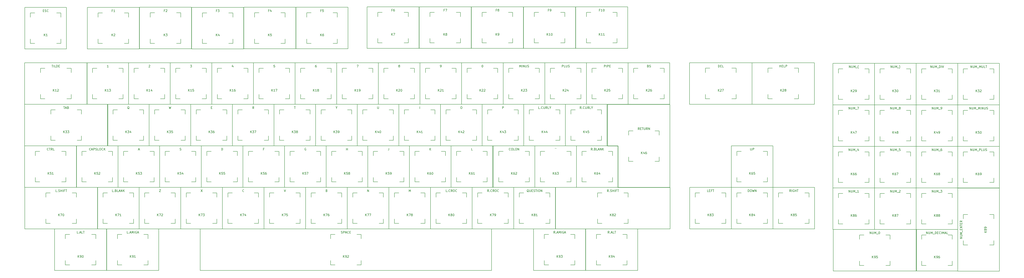
<source format=gbr>
G04 #@! TF.GenerationSoftware,KiCad,Pcbnew,(5.1.0-0)*
G04 #@! TF.CreationDate,2019-03-21T13:00:10+11:00*
G04 #@! TF.ProjectId,A1200KB,41313230-304b-4422-9e6b-696361645f70,rev?*
G04 #@! TF.SameCoordinates,Original*
G04 #@! TF.FileFunction,Drawing*
%FSLAX46Y46*%
G04 Gerber Fmt 4.6, Leading zero omitted, Abs format (unit mm)*
G04 Created by KiCad (PCBNEW (5.1.0-0)) date 2019-03-21 13:00:10*
%MOMM*%
%LPD*%
G04 APERTURE LIST*
%ADD10C,0.150000*%
G04 APERTURE END LIST*
D10*
X354280500Y-72009000D02*
X354280500Y-52959000D01*
X354280500Y-72009000D02*
X382855500Y-72009000D01*
X382855500Y-52959000D02*
X382855500Y-72009000D01*
X354280500Y-52959000D02*
X382855500Y-52959000D01*
X361568000Y-55484000D02*
X361568000Y-57484000D01*
X363568000Y-55484000D02*
X361568000Y-55484000D01*
X361568000Y-69484000D02*
X363568000Y-69484000D01*
X361568000Y-67484000D02*
X361568000Y-69484000D01*
X375568000Y-69484000D02*
X375568000Y-67484000D01*
X373568000Y-69484000D02*
X375568000Y-69484000D01*
X375568000Y-55484000D02*
X375568000Y-57484000D01*
X373568000Y-55484000D02*
X375568000Y-55484000D01*
X405826000Y-74802000D02*
X407826000Y-74802000D01*
X407826000Y-74802000D02*
X407826000Y-76802000D01*
X405826000Y-88802000D02*
X407826000Y-88802000D01*
X407826000Y-88802000D02*
X407826000Y-86802000D01*
X393826000Y-86802000D02*
X393826000Y-88802000D01*
X393826000Y-88802000D02*
X395826000Y-88802000D01*
X395826000Y-74802000D02*
X393826000Y-74802000D01*
X393826000Y-74802000D02*
X393826000Y-76802000D01*
X391301000Y-72277000D02*
X410351000Y-72277000D01*
X410351000Y-72277000D02*
X410351000Y-91327000D01*
X410351000Y-91327000D02*
X391301000Y-91327000D01*
X391301000Y-91327000D02*
X391301000Y-72277000D01*
X271206000Y-131698000D02*
X273206000Y-131698000D01*
X273206000Y-131698000D02*
X273206000Y-133698000D01*
X271206000Y-145698000D02*
X273206000Y-145698000D01*
X273206000Y-145698000D02*
X273206000Y-143698000D01*
X259206000Y-143698000D02*
X259206000Y-145698000D01*
X259206000Y-145698000D02*
X261206000Y-145698000D01*
X261206000Y-131698000D02*
X259206000Y-131698000D01*
X259206000Y-131698000D02*
X259206000Y-133698000D01*
X254299750Y-129173000D02*
X278112250Y-129173000D01*
X278112250Y-129173000D02*
X278112250Y-148223000D01*
X254299750Y-148223000D02*
X278112250Y-148223000D01*
X254299750Y-148223000D02*
X254299750Y-129173000D01*
X424876000Y-112902000D02*
X426876000Y-112902000D01*
X426876000Y-112902000D02*
X426876000Y-114902000D01*
X424876000Y-126902000D02*
X426876000Y-126902000D01*
X426876000Y-126902000D02*
X426876000Y-124902000D01*
X412876000Y-124902000D02*
X412876000Y-126902000D01*
X412876000Y-126902000D02*
X414876000Y-126902000D01*
X414876000Y-112902000D02*
X412876000Y-112902000D01*
X412876000Y-112902000D02*
X412876000Y-114902000D01*
X410351000Y-110377000D02*
X429401000Y-110377000D01*
X429401000Y-110377000D02*
X429401000Y-129427000D01*
X429401000Y-129427000D02*
X410351000Y-129427000D01*
X410351000Y-129427000D02*
X410351000Y-110377000D01*
X145175000Y-72023000D02*
X145175000Y-52973000D01*
X164225000Y-72023000D02*
X145175000Y-72023000D01*
X164225000Y-52973000D02*
X164225000Y-72023000D01*
X145175000Y-52973000D02*
X164225000Y-52973000D01*
X147700000Y-55498000D02*
X147700000Y-57498000D01*
X149700000Y-55498000D02*
X147700000Y-55498000D01*
X147700000Y-69498000D02*
X149700000Y-69498000D01*
X147700000Y-67498000D02*
X147700000Y-69498000D01*
X161700000Y-69498000D02*
X161700000Y-67498000D01*
X159700000Y-69498000D02*
X161700000Y-69498000D01*
X161700000Y-55498000D02*
X161700000Y-57498000D01*
X159700000Y-55498000D02*
X161700000Y-55498000D01*
X21477000Y-46623000D02*
X21477000Y-27573000D01*
X40527000Y-46623000D02*
X21477000Y-46623000D01*
X40527000Y-27573000D02*
X40527000Y-46623000D01*
X21477000Y-27573000D02*
X40527000Y-27573000D01*
X24002000Y-30098000D02*
X24002000Y-32098000D01*
X26002000Y-30098000D02*
X24002000Y-30098000D01*
X24002000Y-44098000D02*
X26002000Y-44098000D01*
X24002000Y-42098000D02*
X24002000Y-44098000D01*
X38002000Y-44098000D02*
X38002000Y-42098000D01*
X36002000Y-44098000D02*
X38002000Y-44098000D01*
X38002000Y-30098000D02*
X38002000Y-32098000D01*
X36002000Y-30098000D02*
X38002000Y-30098000D01*
X50083750Y-46623000D02*
X50083750Y-27573000D01*
X50083750Y-46623000D02*
X73896250Y-46623000D01*
X73896250Y-27573000D02*
X73896250Y-46623000D01*
X50083750Y-27573000D02*
X73896250Y-27573000D01*
X54990000Y-30098000D02*
X54990000Y-32098000D01*
X56990000Y-30098000D02*
X54990000Y-30098000D01*
X54990000Y-44098000D02*
X56990000Y-44098000D01*
X54990000Y-42098000D02*
X54990000Y-44098000D01*
X68990000Y-44098000D02*
X68990000Y-42098000D01*
X66990000Y-44098000D02*
X68990000Y-44098000D01*
X68990000Y-30098000D02*
X68990000Y-32098000D01*
X66990000Y-30098000D02*
X68990000Y-30098000D01*
X73959750Y-46595000D02*
X73959750Y-27545000D01*
X73959750Y-46595000D02*
X97772250Y-46595000D01*
X97772250Y-27545000D02*
X97772250Y-46595000D01*
X73959750Y-27545000D02*
X97772250Y-27545000D01*
X78866000Y-30070000D02*
X78866000Y-32070000D01*
X80866000Y-30070000D02*
X78866000Y-30070000D01*
X78866000Y-44070000D02*
X80866000Y-44070000D01*
X78866000Y-42070000D02*
X78866000Y-44070000D01*
X92866000Y-44070000D02*
X92866000Y-42070000D01*
X90866000Y-44070000D02*
X92866000Y-44070000D01*
X92866000Y-30070000D02*
X92866000Y-32070000D01*
X90866000Y-30070000D02*
X92866000Y-30070000D01*
X114742000Y-30098000D02*
X116742000Y-30098000D01*
X116742000Y-30098000D02*
X116742000Y-32098000D01*
X114742000Y-44098000D02*
X116742000Y-44098000D01*
X116742000Y-44098000D02*
X116742000Y-42098000D01*
X102742000Y-42098000D02*
X102742000Y-44098000D01*
X102742000Y-44098000D02*
X104742000Y-44098000D01*
X104742000Y-30098000D02*
X102742000Y-30098000D01*
X102742000Y-30098000D02*
X102742000Y-32098000D01*
X97835750Y-27573000D02*
X121648250Y-27573000D01*
X121648250Y-27573000D02*
X121648250Y-46623000D01*
X97835750Y-46623000D02*
X121648250Y-46623000D01*
X97835750Y-46623000D02*
X97835750Y-27573000D01*
X121711750Y-46595000D02*
X121711750Y-27545000D01*
X121711750Y-46595000D02*
X145524250Y-46595000D01*
X145524250Y-27545000D02*
X145524250Y-46595000D01*
X121711750Y-27545000D02*
X145524250Y-27545000D01*
X126618000Y-30070000D02*
X126618000Y-32070000D01*
X128618000Y-30070000D02*
X126618000Y-30070000D01*
X126618000Y-44070000D02*
X128618000Y-44070000D01*
X126618000Y-42070000D02*
X126618000Y-44070000D01*
X140618000Y-44070000D02*
X140618000Y-42070000D01*
X138618000Y-44070000D02*
X140618000Y-44070000D01*
X140618000Y-30070000D02*
X140618000Y-32070000D01*
X138618000Y-30070000D02*
X140618000Y-30070000D01*
X162494000Y-30070000D02*
X164494000Y-30070000D01*
X164494000Y-30070000D02*
X164494000Y-32070000D01*
X162494000Y-44070000D02*
X164494000Y-44070000D01*
X164494000Y-44070000D02*
X164494000Y-42070000D01*
X150494000Y-42070000D02*
X150494000Y-44070000D01*
X150494000Y-44070000D02*
X152494000Y-44070000D01*
X152494000Y-30070000D02*
X150494000Y-30070000D01*
X150494000Y-30070000D02*
X150494000Y-32070000D01*
X145587750Y-27545000D02*
X169400250Y-27545000D01*
X169400250Y-27545000D02*
X169400250Y-46595000D01*
X145587750Y-46595000D02*
X169400250Y-46595000D01*
X145587750Y-46595000D02*
X145587750Y-27545000D01*
X178099750Y-46369000D02*
X178099750Y-27319000D01*
X178099750Y-46369000D02*
X201912250Y-46369000D01*
X201912250Y-27319000D02*
X201912250Y-46369000D01*
X178099750Y-27319000D02*
X201912250Y-27319000D01*
X183006000Y-29844000D02*
X183006000Y-31844000D01*
X185006000Y-29844000D02*
X183006000Y-29844000D01*
X183006000Y-43844000D02*
X185006000Y-43844000D01*
X183006000Y-41844000D02*
X183006000Y-43844000D01*
X197006000Y-43844000D02*
X197006000Y-41844000D01*
X195006000Y-43844000D02*
X197006000Y-43844000D01*
X197006000Y-29844000D02*
X197006000Y-31844000D01*
X195006000Y-29844000D02*
X197006000Y-29844000D01*
X218882000Y-29844000D02*
X220882000Y-29844000D01*
X220882000Y-29844000D02*
X220882000Y-31844000D01*
X218882000Y-43844000D02*
X220882000Y-43844000D01*
X220882000Y-43844000D02*
X220882000Y-41844000D01*
X206882000Y-41844000D02*
X206882000Y-43844000D01*
X206882000Y-43844000D02*
X208882000Y-43844000D01*
X208882000Y-29844000D02*
X206882000Y-29844000D01*
X206882000Y-29844000D02*
X206882000Y-31844000D01*
X201975750Y-27319000D02*
X225788250Y-27319000D01*
X225788250Y-27319000D02*
X225788250Y-46369000D01*
X201975750Y-46369000D02*
X225788250Y-46369000D01*
X201975750Y-46369000D02*
X201975750Y-27319000D01*
X225851750Y-46369000D02*
X225851750Y-27319000D01*
X225851750Y-46369000D02*
X249664250Y-46369000D01*
X249664250Y-27319000D02*
X249664250Y-46369000D01*
X225851750Y-27319000D02*
X249664250Y-27319000D01*
X230758000Y-29844000D02*
X230758000Y-31844000D01*
X232758000Y-29844000D02*
X230758000Y-29844000D01*
X230758000Y-43844000D02*
X232758000Y-43844000D01*
X230758000Y-41844000D02*
X230758000Y-43844000D01*
X244758000Y-43844000D02*
X244758000Y-41844000D01*
X242758000Y-43844000D02*
X244758000Y-43844000D01*
X244758000Y-29844000D02*
X244758000Y-31844000D01*
X242758000Y-29844000D02*
X244758000Y-29844000D01*
X266634000Y-29844000D02*
X268634000Y-29844000D01*
X268634000Y-29844000D02*
X268634000Y-31844000D01*
X266634000Y-43844000D02*
X268634000Y-43844000D01*
X268634000Y-43844000D02*
X268634000Y-41844000D01*
X254634000Y-41844000D02*
X254634000Y-43844000D01*
X254634000Y-43844000D02*
X256634000Y-43844000D01*
X256634000Y-29844000D02*
X254634000Y-29844000D01*
X254634000Y-29844000D02*
X254634000Y-31844000D01*
X249727750Y-27319000D02*
X273540250Y-27319000D01*
X273540250Y-27319000D02*
X273540250Y-46369000D01*
X249727750Y-46369000D02*
X273540250Y-46369000D01*
X249727750Y-46369000D02*
X249727750Y-27319000D01*
X273603750Y-46369000D02*
X273603750Y-27319000D01*
X273603750Y-46369000D02*
X297416250Y-46369000D01*
X297416250Y-27319000D02*
X297416250Y-46369000D01*
X273603750Y-27319000D02*
X297416250Y-27319000D01*
X278510000Y-29844000D02*
X278510000Y-31844000D01*
X280510000Y-29844000D02*
X278510000Y-29844000D01*
X278510000Y-43844000D02*
X280510000Y-43844000D01*
X278510000Y-41844000D02*
X278510000Y-43844000D01*
X292510000Y-43844000D02*
X292510000Y-41844000D01*
X290510000Y-43844000D02*
X292510000Y-43844000D01*
X292510000Y-29844000D02*
X292510000Y-31844000D01*
X290510000Y-29844000D02*
X292510000Y-29844000D01*
X40672000Y-55498000D02*
X42672000Y-55498000D01*
X42672000Y-55498000D02*
X42672000Y-57498000D01*
X40672000Y-69498000D02*
X42672000Y-69498000D01*
X42672000Y-69498000D02*
X42672000Y-67498000D01*
X28672000Y-67498000D02*
X28672000Y-69498000D01*
X28672000Y-69498000D02*
X30672000Y-69498000D01*
X30672000Y-55498000D02*
X28672000Y-55498000D01*
X28672000Y-55498000D02*
X28672000Y-57498000D01*
X21384500Y-52973000D02*
X49959500Y-52973000D01*
X49959500Y-52973000D02*
X49959500Y-72023000D01*
X21384500Y-72023000D02*
X49959500Y-72023000D01*
X21384500Y-72023000D02*
X21384500Y-52973000D01*
X49925000Y-72023000D02*
X49925000Y-52973000D01*
X68975000Y-72023000D02*
X49925000Y-72023000D01*
X68975000Y-52973000D02*
X68975000Y-72023000D01*
X49925000Y-52973000D02*
X68975000Y-52973000D01*
X52450000Y-55498000D02*
X52450000Y-57498000D01*
X54450000Y-55498000D02*
X52450000Y-55498000D01*
X52450000Y-69498000D02*
X54450000Y-69498000D01*
X52450000Y-67498000D02*
X52450000Y-69498000D01*
X66450000Y-69498000D02*
X66450000Y-67498000D01*
X64450000Y-69498000D02*
X66450000Y-69498000D01*
X66450000Y-55498000D02*
X66450000Y-57498000D01*
X64450000Y-55498000D02*
X66450000Y-55498000D01*
X83500000Y-55498000D02*
X85500000Y-55498000D01*
X85500000Y-55498000D02*
X85500000Y-57498000D01*
X83500000Y-69498000D02*
X85500000Y-69498000D01*
X85500000Y-69498000D02*
X85500000Y-67498000D01*
X71500000Y-67498000D02*
X71500000Y-69498000D01*
X71500000Y-69498000D02*
X73500000Y-69498000D01*
X73500000Y-55498000D02*
X71500000Y-55498000D01*
X71500000Y-55498000D02*
X71500000Y-57498000D01*
X68975000Y-52973000D02*
X88025000Y-52973000D01*
X88025000Y-52973000D02*
X88025000Y-72023000D01*
X88025000Y-72023000D02*
X68975000Y-72023000D01*
X68975000Y-72023000D02*
X68975000Y-52973000D01*
X88025000Y-72023000D02*
X88025000Y-52973000D01*
X107075000Y-72023000D02*
X88025000Y-72023000D01*
X107075000Y-52973000D02*
X107075000Y-72023000D01*
X88025000Y-52973000D02*
X107075000Y-52973000D01*
X90550000Y-55498000D02*
X90550000Y-57498000D01*
X92550000Y-55498000D02*
X90550000Y-55498000D01*
X90550000Y-69498000D02*
X92550000Y-69498000D01*
X90550000Y-67498000D02*
X90550000Y-69498000D01*
X104550000Y-69498000D02*
X104550000Y-67498000D01*
X102550000Y-69498000D02*
X104550000Y-69498000D01*
X104550000Y-55498000D02*
X104550000Y-57498000D01*
X102550000Y-55498000D02*
X104550000Y-55498000D01*
X107075000Y-72023000D02*
X107075000Y-52973000D01*
X126125000Y-72023000D02*
X107075000Y-72023000D01*
X126125000Y-52973000D02*
X126125000Y-72023000D01*
X107075000Y-52973000D02*
X126125000Y-52973000D01*
X109600000Y-55498000D02*
X109600000Y-57498000D01*
X111600000Y-55498000D02*
X109600000Y-55498000D01*
X109600000Y-69498000D02*
X111600000Y-69498000D01*
X109600000Y-67498000D02*
X109600000Y-69498000D01*
X123600000Y-69498000D02*
X123600000Y-67498000D01*
X121600000Y-69498000D02*
X123600000Y-69498000D01*
X123600000Y-55498000D02*
X123600000Y-57498000D01*
X121600000Y-55498000D02*
X123600000Y-55498000D01*
X140650000Y-55498000D02*
X142650000Y-55498000D01*
X142650000Y-55498000D02*
X142650000Y-57498000D01*
X140650000Y-69498000D02*
X142650000Y-69498000D01*
X142650000Y-69498000D02*
X142650000Y-67498000D01*
X128650000Y-67498000D02*
X128650000Y-69498000D01*
X128650000Y-69498000D02*
X130650000Y-69498000D01*
X130650000Y-55498000D02*
X128650000Y-55498000D01*
X128650000Y-55498000D02*
X128650000Y-57498000D01*
X126125000Y-52973000D02*
X145175000Y-52973000D01*
X145175000Y-52973000D02*
X145175000Y-72023000D01*
X145175000Y-72023000D02*
X126125000Y-72023000D01*
X126125000Y-72023000D02*
X126125000Y-52973000D01*
X178750000Y-55498000D02*
X180750000Y-55498000D01*
X180750000Y-55498000D02*
X180750000Y-57498000D01*
X178750000Y-69498000D02*
X180750000Y-69498000D01*
X180750000Y-69498000D02*
X180750000Y-67498000D01*
X166750000Y-67498000D02*
X166750000Y-69498000D01*
X166750000Y-69498000D02*
X168750000Y-69498000D01*
X168750000Y-55498000D02*
X166750000Y-55498000D01*
X166750000Y-55498000D02*
X166750000Y-57498000D01*
X164225000Y-52973000D02*
X183275000Y-52973000D01*
X183275000Y-52973000D02*
X183275000Y-72023000D01*
X183275000Y-72023000D02*
X164225000Y-72023000D01*
X164225000Y-72023000D02*
X164225000Y-52973000D01*
X183275000Y-72023000D02*
X183275000Y-52973000D01*
X202325000Y-72023000D02*
X183275000Y-72023000D01*
X202325000Y-52973000D02*
X202325000Y-72023000D01*
X183275000Y-52973000D02*
X202325000Y-52973000D01*
X185800000Y-55498000D02*
X185800000Y-57498000D01*
X187800000Y-55498000D02*
X185800000Y-55498000D01*
X185800000Y-69498000D02*
X187800000Y-69498000D01*
X185800000Y-67498000D02*
X185800000Y-69498000D01*
X199800000Y-69498000D02*
X199800000Y-67498000D01*
X197800000Y-69498000D02*
X199800000Y-69498000D01*
X199800000Y-55498000D02*
X199800000Y-57498000D01*
X197800000Y-55498000D02*
X199800000Y-55498000D01*
X216850000Y-55498000D02*
X218850000Y-55498000D01*
X218850000Y-55498000D02*
X218850000Y-57498000D01*
X216850000Y-69498000D02*
X218850000Y-69498000D01*
X218850000Y-69498000D02*
X218850000Y-67498000D01*
X204850000Y-67498000D02*
X204850000Y-69498000D01*
X204850000Y-69498000D02*
X206850000Y-69498000D01*
X206850000Y-55498000D02*
X204850000Y-55498000D01*
X204850000Y-55498000D02*
X204850000Y-57498000D01*
X202325000Y-52973000D02*
X221375000Y-52973000D01*
X221375000Y-52973000D02*
X221375000Y-72023000D01*
X221375000Y-72023000D02*
X202325000Y-72023000D01*
X202325000Y-72023000D02*
X202325000Y-52973000D01*
X221375000Y-72023000D02*
X221375000Y-52973000D01*
X240425000Y-72023000D02*
X221375000Y-72023000D01*
X240425000Y-52973000D02*
X240425000Y-72023000D01*
X221375000Y-52973000D02*
X240425000Y-52973000D01*
X223900000Y-55498000D02*
X223900000Y-57498000D01*
X225900000Y-55498000D02*
X223900000Y-55498000D01*
X223900000Y-69498000D02*
X225900000Y-69498000D01*
X223900000Y-67498000D02*
X223900000Y-69498000D01*
X237900000Y-69498000D02*
X237900000Y-67498000D01*
X235900000Y-69498000D02*
X237900000Y-69498000D01*
X237900000Y-55498000D02*
X237900000Y-57498000D01*
X235900000Y-55498000D02*
X237900000Y-55498000D01*
X254950000Y-55498000D02*
X256950000Y-55498000D01*
X256950000Y-55498000D02*
X256950000Y-57498000D01*
X254950000Y-69498000D02*
X256950000Y-69498000D01*
X256950000Y-69498000D02*
X256950000Y-67498000D01*
X242950000Y-67498000D02*
X242950000Y-69498000D01*
X242950000Y-69498000D02*
X244950000Y-69498000D01*
X244950000Y-55498000D02*
X242950000Y-55498000D01*
X242950000Y-55498000D02*
X242950000Y-57498000D01*
X240425000Y-52973000D02*
X259475000Y-52973000D01*
X259475000Y-52973000D02*
X259475000Y-72023000D01*
X259475000Y-72023000D02*
X240425000Y-72023000D01*
X240425000Y-72023000D02*
X240425000Y-52973000D01*
X259475000Y-72023000D02*
X259475000Y-52973000D01*
X278525000Y-72023000D02*
X259475000Y-72023000D01*
X278525000Y-52973000D02*
X278525000Y-72023000D01*
X259475000Y-52973000D02*
X278525000Y-52973000D01*
X262000000Y-55498000D02*
X262000000Y-57498000D01*
X264000000Y-55498000D02*
X262000000Y-55498000D01*
X262000000Y-69498000D02*
X264000000Y-69498000D01*
X262000000Y-67498000D02*
X262000000Y-69498000D01*
X276000000Y-69498000D02*
X276000000Y-67498000D01*
X274000000Y-69498000D02*
X276000000Y-69498000D01*
X276000000Y-55498000D02*
X276000000Y-57498000D01*
X274000000Y-55498000D02*
X276000000Y-55498000D01*
X293050000Y-55498000D02*
X295050000Y-55498000D01*
X295050000Y-55498000D02*
X295050000Y-57498000D01*
X293050000Y-69498000D02*
X295050000Y-69498000D01*
X295050000Y-69498000D02*
X295050000Y-67498000D01*
X281050000Y-67498000D02*
X281050000Y-69498000D01*
X281050000Y-69498000D02*
X283050000Y-69498000D01*
X283050000Y-55498000D02*
X281050000Y-55498000D01*
X281050000Y-55498000D02*
X281050000Y-57498000D01*
X278525000Y-52973000D02*
X297575000Y-52973000D01*
X297575000Y-52973000D02*
X297575000Y-72023000D01*
X297575000Y-72023000D02*
X278525000Y-72023000D01*
X278525000Y-72023000D02*
X278525000Y-52973000D01*
X297575000Y-72023000D02*
X297575000Y-52973000D01*
X316625000Y-72023000D02*
X297575000Y-72023000D01*
X316625000Y-52973000D02*
X316625000Y-72023000D01*
X297575000Y-52973000D02*
X316625000Y-52973000D01*
X300100000Y-55498000D02*
X300100000Y-57498000D01*
X302100000Y-55498000D02*
X300100000Y-55498000D01*
X300100000Y-69498000D02*
X302100000Y-69498000D01*
X300100000Y-67498000D02*
X300100000Y-69498000D01*
X314100000Y-69498000D02*
X314100000Y-67498000D01*
X312100000Y-69498000D02*
X314100000Y-69498000D01*
X314100000Y-55498000D02*
X314100000Y-57498000D01*
X312100000Y-55498000D02*
X314100000Y-55498000D01*
X325684500Y-72009000D02*
X325684500Y-52959000D01*
X325684500Y-72009000D02*
X354259500Y-72009000D01*
X354259500Y-52959000D02*
X354259500Y-72009000D01*
X325684500Y-52959000D02*
X354259500Y-52959000D01*
X332972000Y-55484000D02*
X332972000Y-57484000D01*
X334972000Y-55484000D02*
X332972000Y-55484000D01*
X332972000Y-69484000D02*
X334972000Y-69484000D01*
X332972000Y-67484000D02*
X332972000Y-69484000D01*
X346972000Y-69484000D02*
X346972000Y-67484000D01*
X344972000Y-69484000D02*
X346972000Y-69484000D01*
X346972000Y-55484000D02*
X346972000Y-57484000D01*
X344972000Y-55484000D02*
X346972000Y-55484000D01*
X391301000Y-72277000D02*
X391301000Y-53227000D01*
X410351000Y-72277000D02*
X391301000Y-72277000D01*
X410351000Y-53227000D02*
X410351000Y-72277000D01*
X391301000Y-53227000D02*
X410351000Y-53227000D01*
X393826000Y-55752000D02*
X393826000Y-57752000D01*
X395826000Y-55752000D02*
X393826000Y-55752000D01*
X393826000Y-69752000D02*
X395826000Y-69752000D01*
X393826000Y-67752000D02*
X393826000Y-69752000D01*
X407826000Y-69752000D02*
X407826000Y-67752000D01*
X405826000Y-69752000D02*
X407826000Y-69752000D01*
X407826000Y-55752000D02*
X407826000Y-57752000D01*
X405826000Y-55752000D02*
X407826000Y-55752000D01*
X424876000Y-55752000D02*
X426876000Y-55752000D01*
X426876000Y-55752000D02*
X426876000Y-57752000D01*
X424876000Y-69752000D02*
X426876000Y-69752000D01*
X426876000Y-69752000D02*
X426876000Y-67752000D01*
X412876000Y-67752000D02*
X412876000Y-69752000D01*
X412876000Y-69752000D02*
X414876000Y-69752000D01*
X414876000Y-55752000D02*
X412876000Y-55752000D01*
X412876000Y-55752000D02*
X412876000Y-57752000D01*
X410351000Y-53227000D02*
X429401000Y-53227000D01*
X429401000Y-53227000D02*
X429401000Y-72277000D01*
X429401000Y-72277000D02*
X410351000Y-72277000D01*
X410351000Y-72277000D02*
X410351000Y-53227000D01*
X429401000Y-72277000D02*
X429401000Y-53227000D01*
X448451000Y-72277000D02*
X429401000Y-72277000D01*
X448451000Y-53227000D02*
X448451000Y-72277000D01*
X429401000Y-53227000D02*
X448451000Y-53227000D01*
X431926000Y-55752000D02*
X431926000Y-57752000D01*
X433926000Y-55752000D02*
X431926000Y-55752000D01*
X431926000Y-69752000D02*
X433926000Y-69752000D01*
X431926000Y-67752000D02*
X431926000Y-69752000D01*
X445926000Y-69752000D02*
X445926000Y-67752000D01*
X443926000Y-69752000D02*
X445926000Y-69752000D01*
X445926000Y-55752000D02*
X445926000Y-57752000D01*
X443926000Y-55752000D02*
X445926000Y-55752000D01*
X462976000Y-55752000D02*
X464976000Y-55752000D01*
X464976000Y-55752000D02*
X464976000Y-57752000D01*
X462976000Y-69752000D02*
X464976000Y-69752000D01*
X464976000Y-69752000D02*
X464976000Y-67752000D01*
X450976000Y-67752000D02*
X450976000Y-69752000D01*
X450976000Y-69752000D02*
X452976000Y-69752000D01*
X452976000Y-55752000D02*
X450976000Y-55752000D01*
X450976000Y-55752000D02*
X450976000Y-57752000D01*
X448451000Y-53227000D02*
X467501000Y-53227000D01*
X467501000Y-53227000D02*
X467501000Y-72277000D01*
X467501000Y-72277000D02*
X448451000Y-72277000D01*
X448451000Y-72277000D02*
X448451000Y-53227000D01*
X21350000Y-91073000D02*
X21350000Y-72023000D01*
X21350000Y-91073000D02*
X59450000Y-91073000D01*
X59450000Y-72023000D02*
X59450000Y-91073000D01*
X21350000Y-72023000D02*
X59450000Y-72023000D01*
X33400000Y-74548000D02*
X33400000Y-76548000D01*
X35400000Y-74548000D02*
X33400000Y-74548000D01*
X33400000Y-88548000D02*
X35400000Y-88548000D01*
X33400000Y-86548000D02*
X33400000Y-88548000D01*
X47400000Y-88548000D02*
X47400000Y-86548000D01*
X45400000Y-88548000D02*
X47400000Y-88548000D01*
X47400000Y-74548000D02*
X47400000Y-76548000D01*
X45400000Y-74548000D02*
X47400000Y-74548000D01*
X73848000Y-74548000D02*
X75848000Y-74548000D01*
X75848000Y-74548000D02*
X75848000Y-76548000D01*
X73848000Y-88548000D02*
X75848000Y-88548000D01*
X75848000Y-88548000D02*
X75848000Y-86548000D01*
X61848000Y-86548000D02*
X61848000Y-88548000D01*
X61848000Y-88548000D02*
X63848000Y-88548000D01*
X63848000Y-74548000D02*
X61848000Y-74548000D01*
X61848000Y-74548000D02*
X61848000Y-76548000D01*
X59323000Y-72023000D02*
X78373000Y-72023000D01*
X78373000Y-72023000D02*
X78373000Y-91073000D01*
X78373000Y-91073000D02*
X59323000Y-91073000D01*
X59323000Y-91073000D02*
X59323000Y-72023000D01*
X78373000Y-91073000D02*
X78373000Y-72023000D01*
X97423000Y-91073000D02*
X78373000Y-91073000D01*
X97423000Y-72023000D02*
X97423000Y-91073000D01*
X78373000Y-72023000D02*
X97423000Y-72023000D01*
X80898000Y-74548000D02*
X80898000Y-76548000D01*
X82898000Y-74548000D02*
X80898000Y-74548000D01*
X80898000Y-88548000D02*
X82898000Y-88548000D01*
X80898000Y-86548000D02*
X80898000Y-88548000D01*
X94898000Y-88548000D02*
X94898000Y-86548000D01*
X92898000Y-88548000D02*
X94898000Y-88548000D01*
X94898000Y-74548000D02*
X94898000Y-76548000D01*
X92898000Y-74548000D02*
X94898000Y-74548000D01*
X111948000Y-74548000D02*
X113948000Y-74548000D01*
X113948000Y-74548000D02*
X113948000Y-76548000D01*
X111948000Y-88548000D02*
X113948000Y-88548000D01*
X113948000Y-88548000D02*
X113948000Y-86548000D01*
X99948000Y-86548000D02*
X99948000Y-88548000D01*
X99948000Y-88548000D02*
X101948000Y-88548000D01*
X101948000Y-74548000D02*
X99948000Y-74548000D01*
X99948000Y-74548000D02*
X99948000Y-76548000D01*
X97423000Y-72023000D02*
X116473000Y-72023000D01*
X116473000Y-72023000D02*
X116473000Y-91073000D01*
X116473000Y-91073000D02*
X97423000Y-91073000D01*
X97423000Y-91073000D02*
X97423000Y-72023000D01*
X130998000Y-74548000D02*
X132998000Y-74548000D01*
X132998000Y-74548000D02*
X132998000Y-76548000D01*
X130998000Y-88548000D02*
X132998000Y-88548000D01*
X132998000Y-88548000D02*
X132998000Y-86548000D01*
X118998000Y-86548000D02*
X118998000Y-88548000D01*
X118998000Y-88548000D02*
X120998000Y-88548000D01*
X120998000Y-74548000D02*
X118998000Y-74548000D01*
X118998000Y-74548000D02*
X118998000Y-76548000D01*
X116473000Y-72023000D02*
X135523000Y-72023000D01*
X135523000Y-72023000D02*
X135523000Y-91073000D01*
X135523000Y-91073000D02*
X116473000Y-91073000D01*
X116473000Y-91073000D02*
X116473000Y-72023000D01*
X135523000Y-91073000D02*
X135523000Y-72023000D01*
X154573000Y-91073000D02*
X135523000Y-91073000D01*
X154573000Y-72023000D02*
X154573000Y-91073000D01*
X135523000Y-72023000D02*
X154573000Y-72023000D01*
X138048000Y-74548000D02*
X138048000Y-76548000D01*
X140048000Y-74548000D02*
X138048000Y-74548000D01*
X138048000Y-88548000D02*
X140048000Y-88548000D01*
X138048000Y-86548000D02*
X138048000Y-88548000D01*
X152048000Y-88548000D02*
X152048000Y-86548000D01*
X150048000Y-88548000D02*
X152048000Y-88548000D01*
X152048000Y-74548000D02*
X152048000Y-76548000D01*
X150048000Y-74548000D02*
X152048000Y-74548000D01*
X169098000Y-74548000D02*
X171098000Y-74548000D01*
X171098000Y-74548000D02*
X171098000Y-76548000D01*
X169098000Y-88548000D02*
X171098000Y-88548000D01*
X171098000Y-88548000D02*
X171098000Y-86548000D01*
X157098000Y-86548000D02*
X157098000Y-88548000D01*
X157098000Y-88548000D02*
X159098000Y-88548000D01*
X159098000Y-74548000D02*
X157098000Y-74548000D01*
X157098000Y-74548000D02*
X157098000Y-76548000D01*
X154573000Y-72023000D02*
X173623000Y-72023000D01*
X173623000Y-72023000D02*
X173623000Y-91073000D01*
X173623000Y-91073000D02*
X154573000Y-91073000D01*
X154573000Y-91073000D02*
X154573000Y-72023000D01*
X173623000Y-91073000D02*
X173623000Y-72023000D01*
X192673000Y-91073000D02*
X173623000Y-91073000D01*
X192673000Y-72023000D02*
X192673000Y-91073000D01*
X173623000Y-72023000D02*
X192673000Y-72023000D01*
X176148000Y-74548000D02*
X176148000Y-76548000D01*
X178148000Y-74548000D02*
X176148000Y-74548000D01*
X176148000Y-88548000D02*
X178148000Y-88548000D01*
X176148000Y-86548000D02*
X176148000Y-88548000D01*
X190148000Y-88548000D02*
X190148000Y-86548000D01*
X188148000Y-88548000D02*
X190148000Y-88548000D01*
X190148000Y-74548000D02*
X190148000Y-76548000D01*
X188148000Y-74548000D02*
X190148000Y-74548000D01*
X207198000Y-74548000D02*
X209198000Y-74548000D01*
X209198000Y-74548000D02*
X209198000Y-76548000D01*
X207198000Y-88548000D02*
X209198000Y-88548000D01*
X209198000Y-88548000D02*
X209198000Y-86548000D01*
X195198000Y-86548000D02*
X195198000Y-88548000D01*
X195198000Y-88548000D02*
X197198000Y-88548000D01*
X197198000Y-74548000D02*
X195198000Y-74548000D01*
X195198000Y-74548000D02*
X195198000Y-76548000D01*
X192673000Y-72023000D02*
X211723000Y-72023000D01*
X211723000Y-72023000D02*
X211723000Y-91073000D01*
X211723000Y-91073000D02*
X192673000Y-91073000D01*
X192673000Y-91073000D02*
X192673000Y-72023000D01*
X211723000Y-91073000D02*
X211723000Y-72023000D01*
X230773000Y-91073000D02*
X211723000Y-91073000D01*
X230773000Y-72023000D02*
X230773000Y-91073000D01*
X211723000Y-72023000D02*
X230773000Y-72023000D01*
X214248000Y-74548000D02*
X214248000Y-76548000D01*
X216248000Y-74548000D02*
X214248000Y-74548000D01*
X214248000Y-88548000D02*
X216248000Y-88548000D01*
X214248000Y-86548000D02*
X214248000Y-88548000D01*
X228248000Y-88548000D02*
X228248000Y-86548000D01*
X226248000Y-88548000D02*
X228248000Y-88548000D01*
X228248000Y-74548000D02*
X228248000Y-76548000D01*
X226248000Y-74548000D02*
X228248000Y-74548000D01*
X245298000Y-74548000D02*
X247298000Y-74548000D01*
X247298000Y-74548000D02*
X247298000Y-76548000D01*
X245298000Y-88548000D02*
X247298000Y-88548000D01*
X247298000Y-88548000D02*
X247298000Y-86548000D01*
X233298000Y-86548000D02*
X233298000Y-88548000D01*
X233298000Y-88548000D02*
X235298000Y-88548000D01*
X235298000Y-74548000D02*
X233298000Y-74548000D01*
X233298000Y-74548000D02*
X233298000Y-76548000D01*
X230773000Y-72023000D02*
X249823000Y-72023000D01*
X249823000Y-72023000D02*
X249823000Y-91073000D01*
X249823000Y-91073000D02*
X230773000Y-91073000D01*
X230773000Y-91073000D02*
X230773000Y-72023000D01*
X249823000Y-91073000D02*
X249823000Y-72023000D01*
X268873000Y-91073000D02*
X249823000Y-91073000D01*
X268873000Y-72023000D02*
X268873000Y-91073000D01*
X249823000Y-72023000D02*
X268873000Y-72023000D01*
X252348000Y-74548000D02*
X252348000Y-76548000D01*
X254348000Y-74548000D02*
X252348000Y-74548000D01*
X252348000Y-88548000D02*
X254348000Y-88548000D01*
X252348000Y-86548000D02*
X252348000Y-88548000D01*
X266348000Y-88548000D02*
X266348000Y-86548000D01*
X264348000Y-88548000D02*
X266348000Y-88548000D01*
X266348000Y-74548000D02*
X266348000Y-76548000D01*
X264348000Y-74548000D02*
X266348000Y-74548000D01*
X283398000Y-74548000D02*
X285398000Y-74548000D01*
X285398000Y-74548000D02*
X285398000Y-76548000D01*
X283398000Y-88548000D02*
X285398000Y-88548000D01*
X285398000Y-88548000D02*
X285398000Y-86548000D01*
X271398000Y-86548000D02*
X271398000Y-88548000D01*
X271398000Y-88548000D02*
X273398000Y-88548000D01*
X273398000Y-74548000D02*
X271398000Y-74548000D01*
X271398000Y-74548000D02*
X271398000Y-76548000D01*
X268873000Y-72023000D02*
X287923000Y-72023000D01*
X287923000Y-72023000D02*
X287923000Y-91073000D01*
X287923000Y-91073000D02*
X268873000Y-91073000D01*
X268873000Y-91073000D02*
X268873000Y-72023000D01*
X292907750Y-110250000D02*
X292907750Y-91200000D01*
X292907750Y-91200000D02*
X288145250Y-91200000D01*
X309814000Y-84200000D02*
X311814000Y-84200000D01*
X311814000Y-84200000D02*
X311814000Y-86200000D01*
X309814000Y-98200000D02*
X311814000Y-98200000D01*
X311814000Y-98200000D02*
X311814000Y-96200000D01*
X297814000Y-96200000D02*
X297814000Y-98200000D01*
X297814000Y-98200000D02*
X299814000Y-98200000D01*
X299814000Y-84200000D02*
X297814000Y-84200000D01*
X297814000Y-84200000D02*
X297814000Y-86200000D01*
X288145250Y-72150000D02*
X316720250Y-72150000D01*
X316720250Y-72150000D02*
X316720250Y-110250000D01*
X292907750Y-110250000D02*
X316720250Y-110250000D01*
X288145250Y-72150000D02*
X288145250Y-91200000D01*
X424876000Y-74802000D02*
X426876000Y-74802000D01*
X426876000Y-74802000D02*
X426876000Y-76802000D01*
X424876000Y-88802000D02*
X426876000Y-88802000D01*
X426876000Y-88802000D02*
X426876000Y-86802000D01*
X412876000Y-86802000D02*
X412876000Y-88802000D01*
X412876000Y-88802000D02*
X414876000Y-88802000D01*
X414876000Y-74802000D02*
X412876000Y-74802000D01*
X412876000Y-74802000D02*
X412876000Y-76802000D01*
X410351000Y-72277000D02*
X429401000Y-72277000D01*
X429401000Y-72277000D02*
X429401000Y-91327000D01*
X429401000Y-91327000D02*
X410351000Y-91327000D01*
X410351000Y-91327000D02*
X410351000Y-72277000D01*
X443926000Y-74802000D02*
X445926000Y-74802000D01*
X445926000Y-74802000D02*
X445926000Y-76802000D01*
X443926000Y-88802000D02*
X445926000Y-88802000D01*
X445926000Y-88802000D02*
X445926000Y-86802000D01*
X431926000Y-86802000D02*
X431926000Y-88802000D01*
X431926000Y-88802000D02*
X433926000Y-88802000D01*
X433926000Y-74802000D02*
X431926000Y-74802000D01*
X431926000Y-74802000D02*
X431926000Y-76802000D01*
X429401000Y-72277000D02*
X448451000Y-72277000D01*
X448451000Y-72277000D02*
X448451000Y-91327000D01*
X448451000Y-91327000D02*
X429401000Y-91327000D01*
X429401000Y-91327000D02*
X429401000Y-72277000D01*
X462976000Y-74802000D02*
X464976000Y-74802000D01*
X464976000Y-74802000D02*
X464976000Y-76802000D01*
X462976000Y-88802000D02*
X464976000Y-88802000D01*
X464976000Y-88802000D02*
X464976000Y-86802000D01*
X450976000Y-86802000D02*
X450976000Y-88802000D01*
X450976000Y-88802000D02*
X452976000Y-88802000D01*
X452976000Y-74802000D02*
X450976000Y-74802000D01*
X450976000Y-74802000D02*
X450976000Y-76802000D01*
X448451000Y-72277000D02*
X467501000Y-72277000D01*
X467501000Y-72277000D02*
X467501000Y-91327000D01*
X467501000Y-91327000D02*
X448451000Y-91327000D01*
X448451000Y-91327000D02*
X448451000Y-72277000D01*
X38288000Y-93598000D02*
X40288000Y-93598000D01*
X40288000Y-93598000D02*
X40288000Y-95598000D01*
X38288000Y-107598000D02*
X40288000Y-107598000D01*
X40288000Y-107598000D02*
X40288000Y-105598000D01*
X26288000Y-105598000D02*
X26288000Y-107598000D01*
X26288000Y-107598000D02*
X28288000Y-107598000D01*
X28288000Y-93598000D02*
X26288000Y-93598000D01*
X26288000Y-93598000D02*
X26288000Y-95598000D01*
X21381750Y-91073000D02*
X45194250Y-91073000D01*
X45194250Y-91073000D02*
X45194250Y-110123000D01*
X21381750Y-110123000D02*
X45194250Y-110123000D01*
X21381750Y-110123000D02*
X21381750Y-91073000D01*
X59624000Y-93598000D02*
X61624000Y-93598000D01*
X61624000Y-93598000D02*
X61624000Y-95598000D01*
X59624000Y-107598000D02*
X61624000Y-107598000D01*
X61624000Y-107598000D02*
X61624000Y-105598000D01*
X47624000Y-105598000D02*
X47624000Y-107598000D01*
X47624000Y-107598000D02*
X49624000Y-107598000D01*
X49624000Y-93598000D02*
X47624000Y-93598000D01*
X47624000Y-93598000D02*
X47624000Y-95598000D01*
X45099000Y-91073000D02*
X64149000Y-91073000D01*
X64149000Y-91073000D02*
X64149000Y-110123000D01*
X64149000Y-110123000D02*
X45099000Y-110123000D01*
X45099000Y-110123000D02*
X45099000Y-91073000D01*
X78674000Y-93598000D02*
X80674000Y-93598000D01*
X80674000Y-93598000D02*
X80674000Y-95598000D01*
X78674000Y-107598000D02*
X80674000Y-107598000D01*
X80674000Y-107598000D02*
X80674000Y-105598000D01*
X66674000Y-105598000D02*
X66674000Y-107598000D01*
X66674000Y-107598000D02*
X68674000Y-107598000D01*
X68674000Y-93598000D02*
X66674000Y-93598000D01*
X66674000Y-93598000D02*
X66674000Y-95598000D01*
X64149000Y-91073000D02*
X83199000Y-91073000D01*
X83199000Y-91073000D02*
X83199000Y-110123000D01*
X83199000Y-110123000D02*
X64149000Y-110123000D01*
X64149000Y-110123000D02*
X64149000Y-91073000D01*
X83199000Y-110123000D02*
X83199000Y-91073000D01*
X102249000Y-110123000D02*
X83199000Y-110123000D01*
X102249000Y-91073000D02*
X102249000Y-110123000D01*
X83199000Y-91073000D02*
X102249000Y-91073000D01*
X85724000Y-93598000D02*
X85724000Y-95598000D01*
X87724000Y-93598000D02*
X85724000Y-93598000D01*
X85724000Y-107598000D02*
X87724000Y-107598000D01*
X85724000Y-105598000D02*
X85724000Y-107598000D01*
X99724000Y-107598000D02*
X99724000Y-105598000D01*
X97724000Y-107598000D02*
X99724000Y-107598000D01*
X99724000Y-93598000D02*
X99724000Y-95598000D01*
X97724000Y-93598000D02*
X99724000Y-93598000D01*
X102249000Y-110123000D02*
X102249000Y-91073000D01*
X121299000Y-110123000D02*
X102249000Y-110123000D01*
X121299000Y-91073000D02*
X121299000Y-110123000D01*
X102249000Y-91073000D02*
X121299000Y-91073000D01*
X104774000Y-93598000D02*
X104774000Y-95598000D01*
X106774000Y-93598000D02*
X104774000Y-93598000D01*
X104774000Y-107598000D02*
X106774000Y-107598000D01*
X104774000Y-105598000D02*
X104774000Y-107598000D01*
X118774000Y-107598000D02*
X118774000Y-105598000D01*
X116774000Y-107598000D02*
X118774000Y-107598000D01*
X118774000Y-93598000D02*
X118774000Y-95598000D01*
X116774000Y-93598000D02*
X118774000Y-93598000D01*
X135824000Y-93598000D02*
X137824000Y-93598000D01*
X137824000Y-93598000D02*
X137824000Y-95598000D01*
X135824000Y-107598000D02*
X137824000Y-107598000D01*
X137824000Y-107598000D02*
X137824000Y-105598000D01*
X123824000Y-105598000D02*
X123824000Y-107598000D01*
X123824000Y-107598000D02*
X125824000Y-107598000D01*
X125824000Y-93598000D02*
X123824000Y-93598000D01*
X123824000Y-93598000D02*
X123824000Y-95598000D01*
X121299000Y-91073000D02*
X140349000Y-91073000D01*
X140349000Y-91073000D02*
X140349000Y-110123000D01*
X140349000Y-110123000D02*
X121299000Y-110123000D01*
X121299000Y-110123000D02*
X121299000Y-91073000D01*
X140349000Y-110123000D02*
X140349000Y-91073000D01*
X159399000Y-110123000D02*
X140349000Y-110123000D01*
X159399000Y-91073000D02*
X159399000Y-110123000D01*
X140349000Y-91073000D02*
X159399000Y-91073000D01*
X142874000Y-93598000D02*
X142874000Y-95598000D01*
X144874000Y-93598000D02*
X142874000Y-93598000D01*
X142874000Y-107598000D02*
X144874000Y-107598000D01*
X142874000Y-105598000D02*
X142874000Y-107598000D01*
X156874000Y-107598000D02*
X156874000Y-105598000D01*
X154874000Y-107598000D02*
X156874000Y-107598000D01*
X156874000Y-93598000D02*
X156874000Y-95598000D01*
X154874000Y-93598000D02*
X156874000Y-93598000D01*
X173924000Y-93598000D02*
X175924000Y-93598000D01*
X175924000Y-93598000D02*
X175924000Y-95598000D01*
X173924000Y-107598000D02*
X175924000Y-107598000D01*
X175924000Y-107598000D02*
X175924000Y-105598000D01*
X161924000Y-105598000D02*
X161924000Y-107598000D01*
X161924000Y-107598000D02*
X163924000Y-107598000D01*
X163924000Y-93598000D02*
X161924000Y-93598000D01*
X161924000Y-93598000D02*
X161924000Y-95598000D01*
X159399000Y-91073000D02*
X178449000Y-91073000D01*
X178449000Y-91073000D02*
X178449000Y-110123000D01*
X178449000Y-110123000D02*
X159399000Y-110123000D01*
X159399000Y-110123000D02*
X159399000Y-91073000D01*
X178449000Y-110123000D02*
X178449000Y-91073000D01*
X197499000Y-110123000D02*
X178449000Y-110123000D01*
X197499000Y-91073000D02*
X197499000Y-110123000D01*
X178449000Y-91073000D02*
X197499000Y-91073000D01*
X180974000Y-93598000D02*
X180974000Y-95598000D01*
X182974000Y-93598000D02*
X180974000Y-93598000D01*
X180974000Y-107598000D02*
X182974000Y-107598000D01*
X180974000Y-105598000D02*
X180974000Y-107598000D01*
X194974000Y-107598000D02*
X194974000Y-105598000D01*
X192974000Y-107598000D02*
X194974000Y-107598000D01*
X194974000Y-93598000D02*
X194974000Y-95598000D01*
X192974000Y-93598000D02*
X194974000Y-93598000D01*
X212024000Y-93598000D02*
X214024000Y-93598000D01*
X214024000Y-93598000D02*
X214024000Y-95598000D01*
X212024000Y-107598000D02*
X214024000Y-107598000D01*
X214024000Y-107598000D02*
X214024000Y-105598000D01*
X200024000Y-105598000D02*
X200024000Y-107598000D01*
X200024000Y-107598000D02*
X202024000Y-107598000D01*
X202024000Y-93598000D02*
X200024000Y-93598000D01*
X200024000Y-93598000D02*
X200024000Y-95598000D01*
X197499000Y-91073000D02*
X216549000Y-91073000D01*
X216549000Y-91073000D02*
X216549000Y-110123000D01*
X216549000Y-110123000D02*
X197499000Y-110123000D01*
X197499000Y-110123000D02*
X197499000Y-91073000D01*
X216549000Y-110123000D02*
X216549000Y-91073000D01*
X235599000Y-110123000D02*
X216549000Y-110123000D01*
X235599000Y-91073000D02*
X235599000Y-110123000D01*
X216549000Y-91073000D02*
X235599000Y-91073000D01*
X219074000Y-93598000D02*
X219074000Y-95598000D01*
X221074000Y-93598000D02*
X219074000Y-93598000D01*
X219074000Y-107598000D02*
X221074000Y-107598000D01*
X219074000Y-105598000D02*
X219074000Y-107598000D01*
X233074000Y-107598000D02*
X233074000Y-105598000D01*
X231074000Y-107598000D02*
X233074000Y-107598000D01*
X233074000Y-93598000D02*
X233074000Y-95598000D01*
X231074000Y-93598000D02*
X233074000Y-93598000D01*
X250378000Y-93598000D02*
X252378000Y-93598000D01*
X252378000Y-93598000D02*
X252378000Y-95598000D01*
X250378000Y-107598000D02*
X252378000Y-107598000D01*
X252378000Y-107598000D02*
X252378000Y-105598000D01*
X238378000Y-105598000D02*
X238378000Y-107598000D01*
X238378000Y-107598000D02*
X240378000Y-107598000D01*
X240378000Y-93598000D02*
X238378000Y-93598000D01*
X238378000Y-93598000D02*
X238378000Y-95598000D01*
X235853000Y-91073000D02*
X254903000Y-91073000D01*
X254903000Y-91073000D02*
X254903000Y-110123000D01*
X254903000Y-110123000D02*
X235853000Y-110123000D01*
X235853000Y-110123000D02*
X235853000Y-91073000D01*
X254903000Y-110123000D02*
X254903000Y-91073000D01*
X273953000Y-110123000D02*
X254903000Y-110123000D01*
X273953000Y-91073000D02*
X273953000Y-110123000D01*
X254903000Y-91073000D02*
X273953000Y-91073000D01*
X257428000Y-93598000D02*
X257428000Y-95598000D01*
X259428000Y-93598000D02*
X257428000Y-93598000D01*
X257428000Y-107598000D02*
X259428000Y-107598000D01*
X257428000Y-105598000D02*
X257428000Y-107598000D01*
X271428000Y-107598000D02*
X271428000Y-105598000D01*
X269428000Y-107598000D02*
X271428000Y-107598000D01*
X271428000Y-93598000D02*
X271428000Y-95598000D01*
X269428000Y-93598000D02*
X271428000Y-93598000D01*
X273953000Y-110123000D02*
X273953000Y-91073000D01*
X293003000Y-110123000D02*
X273953000Y-110123000D01*
X293003000Y-91073000D02*
X293003000Y-110123000D01*
X273953000Y-91073000D02*
X293003000Y-91073000D01*
X276478000Y-93598000D02*
X276478000Y-95598000D01*
X278478000Y-93598000D02*
X276478000Y-93598000D01*
X276478000Y-107598000D02*
X278478000Y-107598000D01*
X276478000Y-105598000D02*
X276478000Y-107598000D01*
X290478000Y-107598000D02*
X290478000Y-105598000D01*
X288478000Y-107598000D02*
X290478000Y-107598000D01*
X290478000Y-93598000D02*
X290478000Y-95598000D01*
X288478000Y-93598000D02*
X290478000Y-93598000D01*
X344819000Y-110123000D02*
X344819000Y-91073000D01*
X363869000Y-110123000D02*
X344819000Y-110123000D01*
X363869000Y-91073000D02*
X363869000Y-110123000D01*
X344819000Y-91073000D02*
X363869000Y-91073000D01*
X347344000Y-93598000D02*
X347344000Y-95598000D01*
X349344000Y-93598000D02*
X347344000Y-93598000D01*
X347344000Y-107598000D02*
X349344000Y-107598000D01*
X347344000Y-105598000D02*
X347344000Y-107598000D01*
X361344000Y-107598000D02*
X361344000Y-105598000D01*
X359344000Y-107598000D02*
X361344000Y-107598000D01*
X361344000Y-93598000D02*
X361344000Y-95598000D01*
X359344000Y-93598000D02*
X361344000Y-93598000D01*
X391301000Y-110377000D02*
X391301000Y-91327000D01*
X410351000Y-110377000D02*
X391301000Y-110377000D01*
X410351000Y-91327000D02*
X410351000Y-110377000D01*
X391301000Y-91327000D02*
X410351000Y-91327000D01*
X393826000Y-93852000D02*
X393826000Y-95852000D01*
X395826000Y-93852000D02*
X393826000Y-93852000D01*
X393826000Y-107852000D02*
X395826000Y-107852000D01*
X393826000Y-105852000D02*
X393826000Y-107852000D01*
X407826000Y-107852000D02*
X407826000Y-105852000D01*
X405826000Y-107852000D02*
X407826000Y-107852000D01*
X407826000Y-93852000D02*
X407826000Y-95852000D01*
X405826000Y-93852000D02*
X407826000Y-93852000D01*
X410351000Y-110377000D02*
X410351000Y-91327000D01*
X429401000Y-110377000D02*
X410351000Y-110377000D01*
X429401000Y-91327000D02*
X429401000Y-110377000D01*
X410351000Y-91327000D02*
X429401000Y-91327000D01*
X412876000Y-93852000D02*
X412876000Y-95852000D01*
X414876000Y-93852000D02*
X412876000Y-93852000D01*
X412876000Y-107852000D02*
X414876000Y-107852000D01*
X412876000Y-105852000D02*
X412876000Y-107852000D01*
X426876000Y-107852000D02*
X426876000Y-105852000D01*
X424876000Y-107852000D02*
X426876000Y-107852000D01*
X426876000Y-93852000D02*
X426876000Y-95852000D01*
X424876000Y-93852000D02*
X426876000Y-93852000D01*
X429401000Y-110377000D02*
X429401000Y-91327000D01*
X448451000Y-110377000D02*
X429401000Y-110377000D01*
X448451000Y-91327000D02*
X448451000Y-110377000D01*
X429401000Y-91327000D02*
X448451000Y-91327000D01*
X431926000Y-93852000D02*
X431926000Y-95852000D01*
X433926000Y-93852000D02*
X431926000Y-93852000D01*
X431926000Y-107852000D02*
X433926000Y-107852000D01*
X431926000Y-105852000D02*
X431926000Y-107852000D01*
X445926000Y-107852000D02*
X445926000Y-105852000D01*
X443926000Y-107852000D02*
X445926000Y-107852000D01*
X445926000Y-93852000D02*
X445926000Y-95852000D01*
X443926000Y-93852000D02*
X445926000Y-93852000D01*
X462976000Y-93852000D02*
X464976000Y-93852000D01*
X464976000Y-93852000D02*
X464976000Y-95852000D01*
X462976000Y-107852000D02*
X464976000Y-107852000D01*
X464976000Y-107852000D02*
X464976000Y-105852000D01*
X450976000Y-105852000D02*
X450976000Y-107852000D01*
X450976000Y-107852000D02*
X452976000Y-107852000D01*
X452976000Y-93852000D02*
X450976000Y-93852000D01*
X450976000Y-93852000D02*
X450976000Y-95852000D01*
X448451000Y-91327000D02*
X467501000Y-91327000D01*
X467501000Y-91327000D02*
X467501000Y-110377000D01*
X467501000Y-110377000D02*
X448451000Y-110377000D01*
X448451000Y-110377000D02*
X448451000Y-91327000D01*
X21445250Y-129173000D02*
X21445250Y-110123000D01*
X21445250Y-129173000D02*
X54782750Y-129173000D01*
X54782750Y-110123000D02*
X54782750Y-129173000D01*
X21445250Y-110123000D02*
X54782750Y-110123000D01*
X31114000Y-112648000D02*
X31114000Y-114648000D01*
X33114000Y-112648000D02*
X31114000Y-112648000D01*
X31114000Y-126648000D02*
X33114000Y-126648000D01*
X31114000Y-124648000D02*
X31114000Y-126648000D01*
X45114000Y-126648000D02*
X45114000Y-124648000D01*
X43114000Y-126648000D02*
X45114000Y-126648000D01*
X45114000Y-112648000D02*
X45114000Y-114648000D01*
X43114000Y-112648000D02*
X45114000Y-112648000D01*
X69276000Y-112648000D02*
X71276000Y-112648000D01*
X71276000Y-112648000D02*
X71276000Y-114648000D01*
X69276000Y-126648000D02*
X71276000Y-126648000D01*
X71276000Y-126648000D02*
X71276000Y-124648000D01*
X57276000Y-124648000D02*
X57276000Y-126648000D01*
X57276000Y-126648000D02*
X59276000Y-126648000D01*
X59276000Y-112648000D02*
X57276000Y-112648000D01*
X57276000Y-112648000D02*
X57276000Y-114648000D01*
X54751000Y-110123000D02*
X73801000Y-110123000D01*
X73801000Y-110123000D02*
X73801000Y-129173000D01*
X73801000Y-129173000D02*
X54751000Y-129173000D01*
X54751000Y-129173000D02*
X54751000Y-110123000D01*
X73801000Y-129173000D02*
X73801000Y-110123000D01*
X92851000Y-129173000D02*
X73801000Y-129173000D01*
X92851000Y-110123000D02*
X92851000Y-129173000D01*
X73801000Y-110123000D02*
X92851000Y-110123000D01*
X76326000Y-112648000D02*
X76326000Y-114648000D01*
X78326000Y-112648000D02*
X76326000Y-112648000D01*
X76326000Y-126648000D02*
X78326000Y-126648000D01*
X76326000Y-124648000D02*
X76326000Y-126648000D01*
X90326000Y-126648000D02*
X90326000Y-124648000D01*
X88326000Y-126648000D02*
X90326000Y-126648000D01*
X90326000Y-112648000D02*
X90326000Y-114648000D01*
X88326000Y-112648000D02*
X90326000Y-112648000D01*
X92851000Y-129173000D02*
X92851000Y-110123000D01*
X111901000Y-129173000D02*
X92851000Y-129173000D01*
X111901000Y-110123000D02*
X111901000Y-129173000D01*
X92851000Y-110123000D02*
X111901000Y-110123000D01*
X95376000Y-112648000D02*
X95376000Y-114648000D01*
X97376000Y-112648000D02*
X95376000Y-112648000D01*
X95376000Y-126648000D02*
X97376000Y-126648000D01*
X95376000Y-124648000D02*
X95376000Y-126648000D01*
X109376000Y-126648000D02*
X109376000Y-124648000D01*
X107376000Y-126648000D02*
X109376000Y-126648000D01*
X109376000Y-112648000D02*
X109376000Y-114648000D01*
X107376000Y-112648000D02*
X109376000Y-112648000D01*
X126426000Y-112648000D02*
X128426000Y-112648000D01*
X128426000Y-112648000D02*
X128426000Y-114648000D01*
X126426000Y-126648000D02*
X128426000Y-126648000D01*
X128426000Y-126648000D02*
X128426000Y-124648000D01*
X114426000Y-124648000D02*
X114426000Y-126648000D01*
X114426000Y-126648000D02*
X116426000Y-126648000D01*
X116426000Y-112648000D02*
X114426000Y-112648000D01*
X114426000Y-112648000D02*
X114426000Y-114648000D01*
X111901000Y-110123000D02*
X130951000Y-110123000D01*
X130951000Y-110123000D02*
X130951000Y-129173000D01*
X130951000Y-129173000D02*
X111901000Y-129173000D01*
X111901000Y-129173000D02*
X111901000Y-110123000D01*
X130951000Y-129173000D02*
X130951000Y-110123000D01*
X150001000Y-129173000D02*
X130951000Y-129173000D01*
X150001000Y-110123000D02*
X150001000Y-129173000D01*
X130951000Y-110123000D02*
X150001000Y-110123000D01*
X133476000Y-112648000D02*
X133476000Y-114648000D01*
X135476000Y-112648000D02*
X133476000Y-112648000D01*
X133476000Y-126648000D02*
X135476000Y-126648000D01*
X133476000Y-124648000D02*
X133476000Y-126648000D01*
X147476000Y-126648000D02*
X147476000Y-124648000D01*
X145476000Y-126648000D02*
X147476000Y-126648000D01*
X147476000Y-112648000D02*
X147476000Y-114648000D01*
X145476000Y-112648000D02*
X147476000Y-112648000D01*
X164526000Y-112648000D02*
X166526000Y-112648000D01*
X166526000Y-112648000D02*
X166526000Y-114648000D01*
X164526000Y-126648000D02*
X166526000Y-126648000D01*
X166526000Y-126648000D02*
X166526000Y-124648000D01*
X152526000Y-124648000D02*
X152526000Y-126648000D01*
X152526000Y-126648000D02*
X154526000Y-126648000D01*
X154526000Y-112648000D02*
X152526000Y-112648000D01*
X152526000Y-112648000D02*
X152526000Y-114648000D01*
X150001000Y-110123000D02*
X169051000Y-110123000D01*
X169051000Y-110123000D02*
X169051000Y-129173000D01*
X169051000Y-129173000D02*
X150001000Y-129173000D01*
X150001000Y-129173000D02*
X150001000Y-110123000D01*
X169051000Y-129173000D02*
X169051000Y-110123000D01*
X188101000Y-129173000D02*
X169051000Y-129173000D01*
X188101000Y-110123000D02*
X188101000Y-129173000D01*
X169051000Y-110123000D02*
X188101000Y-110123000D01*
X171576000Y-112648000D02*
X171576000Y-114648000D01*
X173576000Y-112648000D02*
X171576000Y-112648000D01*
X171576000Y-126648000D02*
X173576000Y-126648000D01*
X171576000Y-124648000D02*
X171576000Y-126648000D01*
X185576000Y-126648000D02*
X185576000Y-124648000D01*
X183576000Y-126648000D02*
X185576000Y-126648000D01*
X185576000Y-112648000D02*
X185576000Y-114648000D01*
X183576000Y-112648000D02*
X185576000Y-112648000D01*
X202626000Y-112648000D02*
X204626000Y-112648000D01*
X204626000Y-112648000D02*
X204626000Y-114648000D01*
X202626000Y-126648000D02*
X204626000Y-126648000D01*
X204626000Y-126648000D02*
X204626000Y-124648000D01*
X190626000Y-124648000D02*
X190626000Y-126648000D01*
X190626000Y-126648000D02*
X192626000Y-126648000D01*
X192626000Y-112648000D02*
X190626000Y-112648000D01*
X190626000Y-112648000D02*
X190626000Y-114648000D01*
X188101000Y-110123000D02*
X207151000Y-110123000D01*
X207151000Y-110123000D02*
X207151000Y-129173000D01*
X207151000Y-129173000D02*
X188101000Y-129173000D01*
X188101000Y-129173000D02*
X188101000Y-110123000D01*
X240726000Y-112648000D02*
X242726000Y-112648000D01*
X242726000Y-112648000D02*
X242726000Y-114648000D01*
X240726000Y-126648000D02*
X242726000Y-126648000D01*
X242726000Y-126648000D02*
X242726000Y-124648000D01*
X228726000Y-124648000D02*
X228726000Y-126648000D01*
X228726000Y-126648000D02*
X230726000Y-126648000D01*
X230726000Y-112648000D02*
X228726000Y-112648000D01*
X228726000Y-112648000D02*
X228726000Y-114648000D01*
X226201000Y-110123000D02*
X245251000Y-110123000D01*
X245251000Y-110123000D02*
X245251000Y-129173000D01*
X245251000Y-129173000D02*
X226201000Y-129173000D01*
X226201000Y-129173000D02*
X226201000Y-110123000D01*
X207151000Y-129173000D02*
X207151000Y-110123000D01*
X226201000Y-129173000D02*
X207151000Y-129173000D01*
X226201000Y-110123000D02*
X226201000Y-129173000D01*
X207151000Y-110123000D02*
X226201000Y-110123000D01*
X209676000Y-112648000D02*
X209676000Y-114648000D01*
X211676000Y-112648000D02*
X209676000Y-112648000D01*
X209676000Y-126648000D02*
X211676000Y-126648000D01*
X209676000Y-124648000D02*
X209676000Y-126648000D01*
X223676000Y-126648000D02*
X223676000Y-124648000D01*
X221676000Y-126648000D02*
X223676000Y-126648000D01*
X223676000Y-112648000D02*
X223676000Y-114648000D01*
X221676000Y-112648000D02*
X223676000Y-112648000D01*
X245251000Y-129173000D02*
X245251000Y-110123000D01*
X264301000Y-129173000D02*
X245251000Y-129173000D01*
X264301000Y-110123000D02*
X264301000Y-129173000D01*
X245251000Y-110123000D02*
X264301000Y-110123000D01*
X247776000Y-112648000D02*
X247776000Y-114648000D01*
X249776000Y-112648000D02*
X247776000Y-112648000D01*
X247776000Y-126648000D02*
X249776000Y-126648000D01*
X247776000Y-124648000D02*
X247776000Y-126648000D01*
X261776000Y-126648000D02*
X261776000Y-124648000D01*
X259776000Y-126648000D02*
X261776000Y-126648000D01*
X261776000Y-112648000D02*
X261776000Y-114648000D01*
X259776000Y-112648000D02*
X261776000Y-112648000D01*
X264396250Y-129173000D02*
X264396250Y-110123000D01*
X264396250Y-129173000D02*
X316783750Y-129173000D01*
X316783750Y-110123000D02*
X316783750Y-129173000D01*
X264396250Y-110123000D02*
X316783750Y-110123000D01*
X283590000Y-112648000D02*
X283590000Y-114648000D01*
X285590000Y-112648000D02*
X283590000Y-112648000D01*
X283590000Y-126648000D02*
X285590000Y-126648000D01*
X283590000Y-124648000D02*
X283590000Y-126648000D01*
X297590000Y-126648000D02*
X297590000Y-124648000D01*
X295590000Y-126648000D02*
X297590000Y-126648000D01*
X297590000Y-112648000D02*
X297590000Y-114648000D01*
X295590000Y-112648000D02*
X297590000Y-112648000D01*
X340294000Y-112648000D02*
X342294000Y-112648000D01*
X342294000Y-112648000D02*
X342294000Y-114648000D01*
X340294000Y-126648000D02*
X342294000Y-126648000D01*
X342294000Y-126648000D02*
X342294000Y-124648000D01*
X328294000Y-124648000D02*
X328294000Y-126648000D01*
X328294000Y-126648000D02*
X330294000Y-126648000D01*
X330294000Y-112648000D02*
X328294000Y-112648000D01*
X328294000Y-112648000D02*
X328294000Y-114648000D01*
X325769000Y-110123000D02*
X344819000Y-110123000D01*
X344819000Y-110123000D02*
X344819000Y-129173000D01*
X344819000Y-129173000D02*
X325769000Y-129173000D01*
X325769000Y-129173000D02*
X325769000Y-110123000D01*
X359344000Y-112648000D02*
X361344000Y-112648000D01*
X361344000Y-112648000D02*
X361344000Y-114648000D01*
X359344000Y-126648000D02*
X361344000Y-126648000D01*
X361344000Y-126648000D02*
X361344000Y-124648000D01*
X347344000Y-124648000D02*
X347344000Y-126648000D01*
X347344000Y-126648000D02*
X349344000Y-126648000D01*
X349344000Y-112648000D02*
X347344000Y-112648000D01*
X347344000Y-112648000D02*
X347344000Y-114648000D01*
X344819000Y-110123000D02*
X363869000Y-110123000D01*
X363869000Y-110123000D02*
X363869000Y-129173000D01*
X363869000Y-129173000D02*
X344819000Y-129173000D01*
X344819000Y-129173000D02*
X344819000Y-110123000D01*
X363869000Y-129173000D02*
X363869000Y-110123000D01*
X382919000Y-129173000D02*
X363869000Y-129173000D01*
X382919000Y-110123000D02*
X382919000Y-129173000D01*
X363869000Y-110123000D02*
X382919000Y-110123000D01*
X366394000Y-112648000D02*
X366394000Y-114648000D01*
X368394000Y-112648000D02*
X366394000Y-112648000D01*
X366394000Y-126648000D02*
X368394000Y-126648000D01*
X366394000Y-124648000D02*
X366394000Y-126648000D01*
X380394000Y-126648000D02*
X380394000Y-124648000D01*
X378394000Y-126648000D02*
X380394000Y-126648000D01*
X380394000Y-112648000D02*
X380394000Y-114648000D01*
X378394000Y-112648000D02*
X380394000Y-112648000D01*
X405826000Y-112902000D02*
X407826000Y-112902000D01*
X407826000Y-112902000D02*
X407826000Y-114902000D01*
X405826000Y-126902000D02*
X407826000Y-126902000D01*
X407826000Y-126902000D02*
X407826000Y-124902000D01*
X393826000Y-124902000D02*
X393826000Y-126902000D01*
X393826000Y-126902000D02*
X395826000Y-126902000D01*
X395826000Y-112902000D02*
X393826000Y-112902000D01*
X393826000Y-112902000D02*
X393826000Y-114902000D01*
X391301000Y-110377000D02*
X410351000Y-110377000D01*
X410351000Y-110377000D02*
X410351000Y-129427000D01*
X410351000Y-129427000D02*
X391301000Y-129427000D01*
X391301000Y-129427000D02*
X391301000Y-110377000D01*
X443926000Y-112902000D02*
X445926000Y-112902000D01*
X445926000Y-112902000D02*
X445926000Y-114902000D01*
X443926000Y-126902000D02*
X445926000Y-126902000D01*
X445926000Y-126902000D02*
X445926000Y-124902000D01*
X431926000Y-124902000D02*
X431926000Y-126902000D01*
X431926000Y-126902000D02*
X433926000Y-126902000D01*
X433926000Y-112902000D02*
X431926000Y-112902000D01*
X431926000Y-112902000D02*
X431926000Y-114902000D01*
X429401000Y-110377000D02*
X448451000Y-110377000D01*
X448451000Y-110377000D02*
X448451000Y-129427000D01*
X448451000Y-129427000D02*
X429401000Y-129427000D01*
X429401000Y-129427000D02*
X429401000Y-110377000D01*
X450976000Y-124554000D02*
X450976000Y-122554000D01*
X450976000Y-122554000D02*
X452976000Y-122554000D01*
X464976000Y-124554000D02*
X464976000Y-122554000D01*
X464976000Y-122554000D02*
X462976000Y-122554000D01*
X462976000Y-136554000D02*
X464976000Y-136554000D01*
X464976000Y-136554000D02*
X464976000Y-134554000D01*
X450976000Y-134554000D02*
X450976000Y-136554000D01*
X450976000Y-136554000D02*
X452976000Y-136554000D01*
X448451000Y-148604000D02*
X448451000Y-110504000D01*
X448451000Y-110504000D02*
X467501000Y-110504000D01*
X467501000Y-148604000D02*
X467501000Y-110504000D01*
X467501000Y-148604000D02*
X448451000Y-148604000D01*
X52004000Y-131698000D02*
X54004000Y-131698000D01*
X54004000Y-131698000D02*
X54004000Y-133698000D01*
X52004000Y-145698000D02*
X54004000Y-145698000D01*
X54004000Y-145698000D02*
X54004000Y-143698000D01*
X40004000Y-143698000D02*
X40004000Y-145698000D01*
X40004000Y-145698000D02*
X42004000Y-145698000D01*
X42004000Y-131698000D02*
X40004000Y-131698000D01*
X40004000Y-131698000D02*
X40004000Y-133698000D01*
X35097750Y-129173000D02*
X58910250Y-129173000D01*
X58910250Y-129173000D02*
X58910250Y-148223000D01*
X35097750Y-148223000D02*
X58910250Y-148223000D01*
X35097750Y-148223000D02*
X35097750Y-129173000D01*
X58973750Y-148223000D02*
X58973750Y-129173000D01*
X58973750Y-148223000D02*
X82786250Y-148223000D01*
X82786250Y-129173000D02*
X82786250Y-148223000D01*
X58973750Y-129173000D02*
X82786250Y-129173000D01*
X63880000Y-131698000D02*
X63880000Y-133698000D01*
X65880000Y-131698000D02*
X63880000Y-131698000D01*
X63880000Y-145698000D02*
X65880000Y-145698000D01*
X63880000Y-143698000D02*
X63880000Y-145698000D01*
X77880000Y-145698000D02*
X77880000Y-143698000D01*
X75880000Y-145698000D02*
X77880000Y-145698000D01*
X77880000Y-131698000D02*
X77880000Y-133698000D01*
X75880000Y-131698000D02*
X77880000Y-131698000D01*
X101741000Y-148223000D02*
X101741000Y-129173000D01*
X101741000Y-148223000D02*
X235091000Y-148223000D01*
X235091000Y-129173000D02*
X235091000Y-148223000D01*
X101741000Y-129173000D02*
X235091000Y-129173000D01*
X161416000Y-131698000D02*
X161416000Y-133698000D01*
X163416000Y-131698000D02*
X161416000Y-131698000D01*
X161416000Y-145698000D02*
X163416000Y-145698000D01*
X161416000Y-143698000D02*
X161416000Y-145698000D01*
X175416000Y-145698000D02*
X175416000Y-143698000D01*
X173416000Y-145698000D02*
X175416000Y-145698000D01*
X175416000Y-131698000D02*
X175416000Y-133698000D01*
X173416000Y-131698000D02*
X175416000Y-131698000D01*
X278175750Y-148223000D02*
X278175750Y-129173000D01*
X278175750Y-148223000D02*
X301988250Y-148223000D01*
X301988250Y-129173000D02*
X301988250Y-148223000D01*
X278175750Y-129173000D02*
X301988250Y-129173000D01*
X283082000Y-131698000D02*
X283082000Y-133698000D01*
X285082000Y-131698000D02*
X283082000Y-131698000D01*
X283082000Y-145698000D02*
X285082000Y-145698000D01*
X283082000Y-143698000D02*
X283082000Y-145698000D01*
X297082000Y-145698000D02*
X297082000Y-143698000D01*
X295082000Y-145698000D02*
X297082000Y-145698000D01*
X297082000Y-131698000D02*
X297082000Y-133698000D01*
X295082000Y-131698000D02*
X297082000Y-131698000D01*
X391428000Y-148477000D02*
X391428000Y-129427000D01*
X391428000Y-148477000D02*
X429528000Y-148477000D01*
X429528000Y-129427000D02*
X429528000Y-148477000D01*
X391428000Y-129427000D02*
X429528000Y-129427000D01*
X403478000Y-131952000D02*
X403478000Y-133952000D01*
X405478000Y-131952000D02*
X403478000Y-131952000D01*
X403478000Y-145952000D02*
X405478000Y-145952000D01*
X403478000Y-143952000D02*
X403478000Y-145952000D01*
X417478000Y-145952000D02*
X417478000Y-143952000D01*
X415478000Y-145952000D02*
X417478000Y-145952000D01*
X417478000Y-131952000D02*
X417478000Y-133952000D01*
X415478000Y-131952000D02*
X417478000Y-131952000D01*
X429401000Y-148477000D02*
X429401000Y-129427000D01*
X448451000Y-148477000D02*
X429401000Y-148477000D01*
X448451000Y-129427000D02*
X448451000Y-148477000D01*
X429401000Y-129427000D02*
X448451000Y-129427000D01*
X431926000Y-131952000D02*
X431926000Y-133952000D01*
X433926000Y-131952000D02*
X431926000Y-131952000D01*
X431926000Y-145952000D02*
X433926000Y-145952000D01*
X431926000Y-143952000D02*
X431926000Y-145952000D01*
X445926000Y-145952000D02*
X445926000Y-143952000D01*
X443926000Y-145952000D02*
X445926000Y-145952000D01*
X445926000Y-131952000D02*
X445926000Y-133952000D01*
X443926000Y-131952000D02*
X445926000Y-131952000D01*
X367353714Y-66111380D02*
X367353714Y-65111380D01*
X367925142Y-66111380D02*
X367496571Y-65539952D01*
X367925142Y-65111380D02*
X367353714Y-65682809D01*
X368306095Y-65206619D02*
X368353714Y-65159000D01*
X368448952Y-65111380D01*
X368687047Y-65111380D01*
X368782285Y-65159000D01*
X368829904Y-65206619D01*
X368877523Y-65301857D01*
X368877523Y-65397095D01*
X368829904Y-65539952D01*
X368258476Y-66111380D01*
X368877523Y-66111380D01*
X369448952Y-65539952D02*
X369353714Y-65492333D01*
X369306095Y-65444714D01*
X369258476Y-65349476D01*
X369258476Y-65301857D01*
X369306095Y-65206619D01*
X369353714Y-65159000D01*
X369448952Y-65111380D01*
X369639428Y-65111380D01*
X369734666Y-65159000D01*
X369782285Y-65206619D01*
X369829904Y-65301857D01*
X369829904Y-65349476D01*
X369782285Y-65444714D01*
X369734666Y-65492333D01*
X369639428Y-65539952D01*
X369448952Y-65539952D01*
X369353714Y-65587571D01*
X369306095Y-65635190D01*
X369258476Y-65730428D01*
X369258476Y-65920904D01*
X369306095Y-66016142D01*
X369353714Y-66063761D01*
X369448952Y-66111380D01*
X369639428Y-66111380D01*
X369734666Y-66063761D01*
X369782285Y-66016142D01*
X369829904Y-65920904D01*
X369829904Y-65730428D01*
X369782285Y-65635190D01*
X369734666Y-65587571D01*
X369639428Y-65539952D01*
X366925142Y-54998880D02*
X366925142Y-53998880D01*
X366925142Y-54475071D02*
X367496571Y-54475071D01*
X367496571Y-54998880D02*
X367496571Y-53998880D01*
X367972761Y-54475071D02*
X368306095Y-54475071D01*
X368448952Y-54998880D02*
X367972761Y-54998880D01*
X367972761Y-53998880D01*
X368448952Y-53998880D01*
X369353714Y-54998880D02*
X368877523Y-54998880D01*
X368877523Y-53998880D01*
X369687047Y-54998880D02*
X369687047Y-53998880D01*
X370068000Y-53998880D01*
X370163238Y-54046500D01*
X370210857Y-54094119D01*
X370258476Y-54189357D01*
X370258476Y-54332214D01*
X370210857Y-54427452D01*
X370163238Y-54475071D01*
X370068000Y-54522690D01*
X369687047Y-54522690D01*
X399611714Y-85429380D02*
X399611714Y-84429380D01*
X400183142Y-85429380D02*
X399754571Y-84857952D01*
X400183142Y-84429380D02*
X399611714Y-85000809D01*
X401040285Y-84762714D02*
X401040285Y-85429380D01*
X400802190Y-84381761D02*
X400564095Y-85096047D01*
X401183142Y-85096047D01*
X401468857Y-84429380D02*
X402135523Y-84429380D01*
X401706952Y-85429380D01*
X398587904Y-74316880D02*
X398587904Y-73316880D01*
X399159333Y-74316880D01*
X399159333Y-73316880D01*
X399635523Y-73316880D02*
X399635523Y-74126404D01*
X399683142Y-74221642D01*
X399730761Y-74269261D01*
X399826000Y-74316880D01*
X400016476Y-74316880D01*
X400111714Y-74269261D01*
X400159333Y-74221642D01*
X400206952Y-74126404D01*
X400206952Y-73316880D01*
X400683142Y-74316880D02*
X400683142Y-73316880D01*
X401016476Y-74031166D01*
X401349809Y-73316880D01*
X401349809Y-74316880D01*
X401587904Y-74412119D02*
X402349809Y-74412119D01*
X402492666Y-73316880D02*
X403159333Y-73316880D01*
X402730761Y-74316880D01*
X264991714Y-142325380D02*
X264991714Y-141325380D01*
X265563142Y-142325380D02*
X265134571Y-141753952D01*
X265563142Y-141325380D02*
X264991714Y-141896809D01*
X266039333Y-142325380D02*
X266229809Y-142325380D01*
X266325047Y-142277761D01*
X266372666Y-142230142D01*
X266467904Y-142087285D01*
X266515523Y-141896809D01*
X266515523Y-141515857D01*
X266467904Y-141420619D01*
X266420285Y-141373000D01*
X266325047Y-141325380D01*
X266134571Y-141325380D01*
X266039333Y-141373000D01*
X265991714Y-141420619D01*
X265944095Y-141515857D01*
X265944095Y-141753952D01*
X265991714Y-141849190D01*
X266039333Y-141896809D01*
X266134571Y-141944428D01*
X266325047Y-141944428D01*
X266420285Y-141896809D01*
X266467904Y-141849190D01*
X266515523Y-141753952D01*
X266848857Y-141325380D02*
X267467904Y-141325380D01*
X267134571Y-141706333D01*
X267277428Y-141706333D01*
X267372666Y-141753952D01*
X267420285Y-141801571D01*
X267467904Y-141896809D01*
X267467904Y-142134904D01*
X267420285Y-142230142D01*
X267372666Y-142277761D01*
X267277428Y-142325380D01*
X266991714Y-142325380D01*
X266896476Y-142277761D01*
X266848857Y-142230142D01*
X264110761Y-131212880D02*
X263777428Y-130736690D01*
X263539333Y-131212880D02*
X263539333Y-130212880D01*
X263920285Y-130212880D01*
X264015523Y-130260500D01*
X264063142Y-130308119D01*
X264110761Y-130403357D01*
X264110761Y-130546214D01*
X264063142Y-130641452D01*
X264015523Y-130689071D01*
X263920285Y-130736690D01*
X263539333Y-130736690D01*
X264539333Y-131117642D02*
X264586952Y-131165261D01*
X264539333Y-131212880D01*
X264491714Y-131165261D01*
X264539333Y-131117642D01*
X264539333Y-131212880D01*
X264967904Y-130927166D02*
X265444095Y-130927166D01*
X264872666Y-131212880D02*
X265206000Y-130212880D01*
X265539333Y-131212880D01*
X265872666Y-131212880D02*
X265872666Y-130212880D01*
X266206000Y-130927166D01*
X266539333Y-130212880D01*
X266539333Y-131212880D01*
X267015523Y-131212880D02*
X267015523Y-130212880D01*
X268015523Y-130260500D02*
X267920285Y-130212880D01*
X267777428Y-130212880D01*
X267634571Y-130260500D01*
X267539333Y-130355738D01*
X267491714Y-130450976D01*
X267444095Y-130641452D01*
X267444095Y-130784309D01*
X267491714Y-130974785D01*
X267539333Y-131070023D01*
X267634571Y-131165261D01*
X267777428Y-131212880D01*
X267872666Y-131212880D01*
X268015523Y-131165261D01*
X268063142Y-131117642D01*
X268063142Y-130784309D01*
X267872666Y-130784309D01*
X268444095Y-130927166D02*
X268920285Y-130927166D01*
X268348857Y-131212880D02*
X268682190Y-130212880D01*
X269015523Y-131212880D01*
X418661714Y-123529380D02*
X418661714Y-122529380D01*
X419233142Y-123529380D02*
X418804571Y-122957952D01*
X419233142Y-122529380D02*
X418661714Y-123100809D01*
X419804571Y-122957952D02*
X419709333Y-122910333D01*
X419661714Y-122862714D01*
X419614095Y-122767476D01*
X419614095Y-122719857D01*
X419661714Y-122624619D01*
X419709333Y-122577000D01*
X419804571Y-122529380D01*
X419995047Y-122529380D01*
X420090285Y-122577000D01*
X420137904Y-122624619D01*
X420185523Y-122719857D01*
X420185523Y-122767476D01*
X420137904Y-122862714D01*
X420090285Y-122910333D01*
X419995047Y-122957952D01*
X419804571Y-122957952D01*
X419709333Y-123005571D01*
X419661714Y-123053190D01*
X419614095Y-123148428D01*
X419614095Y-123338904D01*
X419661714Y-123434142D01*
X419709333Y-123481761D01*
X419804571Y-123529380D01*
X419995047Y-123529380D01*
X420090285Y-123481761D01*
X420137904Y-123434142D01*
X420185523Y-123338904D01*
X420185523Y-123148428D01*
X420137904Y-123053190D01*
X420090285Y-123005571D01*
X419995047Y-122957952D01*
X420518857Y-122529380D02*
X421185523Y-122529380D01*
X420756952Y-123529380D01*
X417637904Y-112416880D02*
X417637904Y-111416880D01*
X418209333Y-112416880D01*
X418209333Y-111416880D01*
X418685523Y-111416880D02*
X418685523Y-112226404D01*
X418733142Y-112321642D01*
X418780761Y-112369261D01*
X418876000Y-112416880D01*
X419066476Y-112416880D01*
X419161714Y-112369261D01*
X419209333Y-112321642D01*
X419256952Y-112226404D01*
X419256952Y-111416880D01*
X419733142Y-112416880D02*
X419733142Y-111416880D01*
X420066476Y-112131166D01*
X420399809Y-111416880D01*
X420399809Y-112416880D01*
X420637904Y-112512119D02*
X421399809Y-112512119D01*
X421590285Y-111512119D02*
X421637904Y-111464500D01*
X421733142Y-111416880D01*
X421971238Y-111416880D01*
X422066476Y-111464500D01*
X422114095Y-111512119D01*
X422161714Y-111607357D01*
X422161714Y-111702595D01*
X422114095Y-111845452D01*
X421542666Y-112416880D01*
X422161714Y-112416880D01*
X153485714Y-66125380D02*
X153485714Y-65125380D01*
X154057142Y-66125380D02*
X153628571Y-65553952D01*
X154057142Y-65125380D02*
X153485714Y-65696809D01*
X155009523Y-66125380D02*
X154438095Y-66125380D01*
X154723809Y-66125380D02*
X154723809Y-65125380D01*
X154628571Y-65268238D01*
X154533333Y-65363476D01*
X154438095Y-65411095D01*
X155580952Y-65553952D02*
X155485714Y-65506333D01*
X155438095Y-65458714D01*
X155390476Y-65363476D01*
X155390476Y-65315857D01*
X155438095Y-65220619D01*
X155485714Y-65173000D01*
X155580952Y-65125380D01*
X155771428Y-65125380D01*
X155866666Y-65173000D01*
X155914285Y-65220619D01*
X155961904Y-65315857D01*
X155961904Y-65363476D01*
X155914285Y-65458714D01*
X155866666Y-65506333D01*
X155771428Y-65553952D01*
X155580952Y-65553952D01*
X155485714Y-65601571D01*
X155438095Y-65649190D01*
X155390476Y-65744428D01*
X155390476Y-65934904D01*
X155438095Y-66030142D01*
X155485714Y-66077761D01*
X155580952Y-66125380D01*
X155771428Y-66125380D01*
X155866666Y-66077761D01*
X155914285Y-66030142D01*
X155961904Y-65934904D01*
X155961904Y-65744428D01*
X155914285Y-65649190D01*
X155866666Y-65601571D01*
X155771428Y-65553952D01*
X154890476Y-54012880D02*
X154700000Y-54012880D01*
X154604761Y-54060500D01*
X154557142Y-54108119D01*
X154461904Y-54250976D01*
X154414285Y-54441452D01*
X154414285Y-54822404D01*
X154461904Y-54917642D01*
X154509523Y-54965261D01*
X154604761Y-55012880D01*
X154795238Y-55012880D01*
X154890476Y-54965261D01*
X154938095Y-54917642D01*
X154985714Y-54822404D01*
X154985714Y-54584309D01*
X154938095Y-54489071D01*
X154890476Y-54441452D01*
X154795238Y-54393833D01*
X154604761Y-54393833D01*
X154509523Y-54441452D01*
X154461904Y-54489071D01*
X154414285Y-54584309D01*
X30263904Y-40725380D02*
X30263904Y-39725380D01*
X30835333Y-40725380D02*
X30406761Y-40153952D01*
X30835333Y-39725380D02*
X30263904Y-40296809D01*
X31787714Y-40725380D02*
X31216285Y-40725380D01*
X31502000Y-40725380D02*
X31502000Y-39725380D01*
X31406761Y-39868238D01*
X31311523Y-39963476D01*
X31216285Y-40011095D01*
X29811523Y-29089071D02*
X30144857Y-29089071D01*
X30287714Y-29612880D02*
X29811523Y-29612880D01*
X29811523Y-28612880D01*
X30287714Y-28612880D01*
X30668666Y-29565261D02*
X30811523Y-29612880D01*
X31049619Y-29612880D01*
X31144857Y-29565261D01*
X31192476Y-29517642D01*
X31240095Y-29422404D01*
X31240095Y-29327166D01*
X31192476Y-29231928D01*
X31144857Y-29184309D01*
X31049619Y-29136690D01*
X30859142Y-29089071D01*
X30763904Y-29041452D01*
X30716285Y-28993833D01*
X30668666Y-28898595D01*
X30668666Y-28803357D01*
X30716285Y-28708119D01*
X30763904Y-28660500D01*
X30859142Y-28612880D01*
X31097238Y-28612880D01*
X31240095Y-28660500D01*
X32240095Y-29517642D02*
X32192476Y-29565261D01*
X32049619Y-29612880D01*
X31954380Y-29612880D01*
X31811523Y-29565261D01*
X31716285Y-29470023D01*
X31668666Y-29374785D01*
X31621047Y-29184309D01*
X31621047Y-29041452D01*
X31668666Y-28850976D01*
X31716285Y-28755738D01*
X31811523Y-28660500D01*
X31954380Y-28612880D01*
X32049619Y-28612880D01*
X32192476Y-28660500D01*
X32240095Y-28708119D01*
X61251904Y-40725380D02*
X61251904Y-39725380D01*
X61823333Y-40725380D02*
X61394761Y-40153952D01*
X61823333Y-39725380D02*
X61251904Y-40296809D01*
X62204285Y-39820619D02*
X62251904Y-39773000D01*
X62347142Y-39725380D01*
X62585238Y-39725380D01*
X62680476Y-39773000D01*
X62728095Y-39820619D01*
X62775714Y-39915857D01*
X62775714Y-40011095D01*
X62728095Y-40153952D01*
X62156666Y-40725380D01*
X62775714Y-40725380D01*
X61656666Y-29089071D02*
X61323333Y-29089071D01*
X61323333Y-29612880D02*
X61323333Y-28612880D01*
X61799523Y-28612880D01*
X62704285Y-29612880D02*
X62132857Y-29612880D01*
X62418571Y-29612880D02*
X62418571Y-28612880D01*
X62323333Y-28755738D01*
X62228095Y-28850976D01*
X62132857Y-28898595D01*
X85127904Y-40697380D02*
X85127904Y-39697380D01*
X85699333Y-40697380D02*
X85270761Y-40125952D01*
X85699333Y-39697380D02*
X85127904Y-40268809D01*
X86032666Y-39697380D02*
X86651714Y-39697380D01*
X86318380Y-40078333D01*
X86461238Y-40078333D01*
X86556476Y-40125952D01*
X86604095Y-40173571D01*
X86651714Y-40268809D01*
X86651714Y-40506904D01*
X86604095Y-40602142D01*
X86556476Y-40649761D01*
X86461238Y-40697380D01*
X86175523Y-40697380D01*
X86080285Y-40649761D01*
X86032666Y-40602142D01*
X85532666Y-29061071D02*
X85199333Y-29061071D01*
X85199333Y-29584880D02*
X85199333Y-28584880D01*
X85675523Y-28584880D01*
X86008857Y-28680119D02*
X86056476Y-28632500D01*
X86151714Y-28584880D01*
X86389809Y-28584880D01*
X86485047Y-28632500D01*
X86532666Y-28680119D01*
X86580285Y-28775357D01*
X86580285Y-28870595D01*
X86532666Y-29013452D01*
X85961238Y-29584880D01*
X86580285Y-29584880D01*
X109003904Y-40725380D02*
X109003904Y-39725380D01*
X109575333Y-40725380D02*
X109146761Y-40153952D01*
X109575333Y-39725380D02*
X109003904Y-40296809D01*
X110432476Y-40058714D02*
X110432476Y-40725380D01*
X110194380Y-39677761D02*
X109956285Y-40392047D01*
X110575333Y-40392047D01*
X109408666Y-29089071D02*
X109075333Y-29089071D01*
X109075333Y-29612880D02*
X109075333Y-28612880D01*
X109551523Y-28612880D01*
X109837238Y-28612880D02*
X110456285Y-28612880D01*
X110122952Y-28993833D01*
X110265809Y-28993833D01*
X110361047Y-29041452D01*
X110408666Y-29089071D01*
X110456285Y-29184309D01*
X110456285Y-29422404D01*
X110408666Y-29517642D01*
X110361047Y-29565261D01*
X110265809Y-29612880D01*
X109980095Y-29612880D01*
X109884857Y-29565261D01*
X109837238Y-29517642D01*
X132879904Y-40697380D02*
X132879904Y-39697380D01*
X133451333Y-40697380D02*
X133022761Y-40125952D01*
X133451333Y-39697380D02*
X132879904Y-40268809D01*
X134356095Y-39697380D02*
X133879904Y-39697380D01*
X133832285Y-40173571D01*
X133879904Y-40125952D01*
X133975142Y-40078333D01*
X134213238Y-40078333D01*
X134308476Y-40125952D01*
X134356095Y-40173571D01*
X134403714Y-40268809D01*
X134403714Y-40506904D01*
X134356095Y-40602142D01*
X134308476Y-40649761D01*
X134213238Y-40697380D01*
X133975142Y-40697380D01*
X133879904Y-40649761D01*
X133832285Y-40602142D01*
X133284666Y-29061071D02*
X132951333Y-29061071D01*
X132951333Y-29584880D02*
X132951333Y-28584880D01*
X133427523Y-28584880D01*
X134237047Y-28918214D02*
X134237047Y-29584880D01*
X133998952Y-28537261D02*
X133760857Y-29251547D01*
X134379904Y-29251547D01*
X156755904Y-40697380D02*
X156755904Y-39697380D01*
X157327333Y-40697380D02*
X156898761Y-40125952D01*
X157327333Y-39697380D02*
X156755904Y-40268809D01*
X158184476Y-39697380D02*
X157994000Y-39697380D01*
X157898761Y-39745000D01*
X157851142Y-39792619D01*
X157755904Y-39935476D01*
X157708285Y-40125952D01*
X157708285Y-40506904D01*
X157755904Y-40602142D01*
X157803523Y-40649761D01*
X157898761Y-40697380D01*
X158089238Y-40697380D01*
X158184476Y-40649761D01*
X158232095Y-40602142D01*
X158279714Y-40506904D01*
X158279714Y-40268809D01*
X158232095Y-40173571D01*
X158184476Y-40125952D01*
X158089238Y-40078333D01*
X157898761Y-40078333D01*
X157803523Y-40125952D01*
X157755904Y-40173571D01*
X157708285Y-40268809D01*
X157160666Y-29061071D02*
X156827333Y-29061071D01*
X156827333Y-29584880D02*
X156827333Y-28584880D01*
X157303523Y-28584880D01*
X158160666Y-28584880D02*
X157684476Y-28584880D01*
X157636857Y-29061071D01*
X157684476Y-29013452D01*
X157779714Y-28965833D01*
X158017809Y-28965833D01*
X158113047Y-29013452D01*
X158160666Y-29061071D01*
X158208285Y-29156309D01*
X158208285Y-29394404D01*
X158160666Y-29489642D01*
X158113047Y-29537261D01*
X158017809Y-29584880D01*
X157779714Y-29584880D01*
X157684476Y-29537261D01*
X157636857Y-29489642D01*
X189267904Y-40471380D02*
X189267904Y-39471380D01*
X189839333Y-40471380D02*
X189410761Y-39899952D01*
X189839333Y-39471380D02*
X189267904Y-40042809D01*
X190172666Y-39471380D02*
X190839333Y-39471380D01*
X190410761Y-40471380D01*
X189672666Y-28835071D02*
X189339333Y-28835071D01*
X189339333Y-29358880D02*
X189339333Y-28358880D01*
X189815523Y-28358880D01*
X190625047Y-28358880D02*
X190434571Y-28358880D01*
X190339333Y-28406500D01*
X190291714Y-28454119D01*
X190196476Y-28596976D01*
X190148857Y-28787452D01*
X190148857Y-29168404D01*
X190196476Y-29263642D01*
X190244095Y-29311261D01*
X190339333Y-29358880D01*
X190529809Y-29358880D01*
X190625047Y-29311261D01*
X190672666Y-29263642D01*
X190720285Y-29168404D01*
X190720285Y-28930309D01*
X190672666Y-28835071D01*
X190625047Y-28787452D01*
X190529809Y-28739833D01*
X190339333Y-28739833D01*
X190244095Y-28787452D01*
X190196476Y-28835071D01*
X190148857Y-28930309D01*
X213143904Y-40471380D02*
X213143904Y-39471380D01*
X213715333Y-40471380D02*
X213286761Y-39899952D01*
X213715333Y-39471380D02*
X213143904Y-40042809D01*
X214286761Y-39899952D02*
X214191523Y-39852333D01*
X214143904Y-39804714D01*
X214096285Y-39709476D01*
X214096285Y-39661857D01*
X214143904Y-39566619D01*
X214191523Y-39519000D01*
X214286761Y-39471380D01*
X214477238Y-39471380D01*
X214572476Y-39519000D01*
X214620095Y-39566619D01*
X214667714Y-39661857D01*
X214667714Y-39709476D01*
X214620095Y-39804714D01*
X214572476Y-39852333D01*
X214477238Y-39899952D01*
X214286761Y-39899952D01*
X214191523Y-39947571D01*
X214143904Y-39995190D01*
X214096285Y-40090428D01*
X214096285Y-40280904D01*
X214143904Y-40376142D01*
X214191523Y-40423761D01*
X214286761Y-40471380D01*
X214477238Y-40471380D01*
X214572476Y-40423761D01*
X214620095Y-40376142D01*
X214667714Y-40280904D01*
X214667714Y-40090428D01*
X214620095Y-39995190D01*
X214572476Y-39947571D01*
X214477238Y-39899952D01*
X213548666Y-28835071D02*
X213215333Y-28835071D01*
X213215333Y-29358880D02*
X213215333Y-28358880D01*
X213691523Y-28358880D01*
X213977238Y-28358880D02*
X214643904Y-28358880D01*
X214215333Y-29358880D01*
X237019904Y-40471380D02*
X237019904Y-39471380D01*
X237591333Y-40471380D02*
X237162761Y-39899952D01*
X237591333Y-39471380D02*
X237019904Y-40042809D01*
X238067523Y-40471380D02*
X238258000Y-40471380D01*
X238353238Y-40423761D01*
X238400857Y-40376142D01*
X238496095Y-40233285D01*
X238543714Y-40042809D01*
X238543714Y-39661857D01*
X238496095Y-39566619D01*
X238448476Y-39519000D01*
X238353238Y-39471380D01*
X238162761Y-39471380D01*
X238067523Y-39519000D01*
X238019904Y-39566619D01*
X237972285Y-39661857D01*
X237972285Y-39899952D01*
X238019904Y-39995190D01*
X238067523Y-40042809D01*
X238162761Y-40090428D01*
X238353238Y-40090428D01*
X238448476Y-40042809D01*
X238496095Y-39995190D01*
X238543714Y-39899952D01*
X237424666Y-28835071D02*
X237091333Y-28835071D01*
X237091333Y-29358880D02*
X237091333Y-28358880D01*
X237567523Y-28358880D01*
X238091333Y-28787452D02*
X237996095Y-28739833D01*
X237948476Y-28692214D01*
X237900857Y-28596976D01*
X237900857Y-28549357D01*
X237948476Y-28454119D01*
X237996095Y-28406500D01*
X238091333Y-28358880D01*
X238281809Y-28358880D01*
X238377047Y-28406500D01*
X238424666Y-28454119D01*
X238472285Y-28549357D01*
X238472285Y-28596976D01*
X238424666Y-28692214D01*
X238377047Y-28739833D01*
X238281809Y-28787452D01*
X238091333Y-28787452D01*
X237996095Y-28835071D01*
X237948476Y-28882690D01*
X237900857Y-28977928D01*
X237900857Y-29168404D01*
X237948476Y-29263642D01*
X237996095Y-29311261D01*
X238091333Y-29358880D01*
X238281809Y-29358880D01*
X238377047Y-29311261D01*
X238424666Y-29263642D01*
X238472285Y-29168404D01*
X238472285Y-28977928D01*
X238424666Y-28882690D01*
X238377047Y-28835071D01*
X238281809Y-28787452D01*
X260419714Y-40471380D02*
X260419714Y-39471380D01*
X260991142Y-40471380D02*
X260562571Y-39899952D01*
X260991142Y-39471380D02*
X260419714Y-40042809D01*
X261943523Y-40471380D02*
X261372095Y-40471380D01*
X261657809Y-40471380D02*
X261657809Y-39471380D01*
X261562571Y-39614238D01*
X261467333Y-39709476D01*
X261372095Y-39757095D01*
X262562571Y-39471380D02*
X262657809Y-39471380D01*
X262753047Y-39519000D01*
X262800666Y-39566619D01*
X262848285Y-39661857D01*
X262895904Y-39852333D01*
X262895904Y-40090428D01*
X262848285Y-40280904D01*
X262800666Y-40376142D01*
X262753047Y-40423761D01*
X262657809Y-40471380D01*
X262562571Y-40471380D01*
X262467333Y-40423761D01*
X262419714Y-40376142D01*
X262372095Y-40280904D01*
X262324476Y-40090428D01*
X262324476Y-39852333D01*
X262372095Y-39661857D01*
X262419714Y-39566619D01*
X262467333Y-39519000D01*
X262562571Y-39471380D01*
X261300666Y-28835071D02*
X260967333Y-28835071D01*
X260967333Y-29358880D02*
X260967333Y-28358880D01*
X261443523Y-28358880D01*
X261872095Y-29358880D02*
X262062571Y-29358880D01*
X262157809Y-29311261D01*
X262205428Y-29263642D01*
X262300666Y-29120785D01*
X262348285Y-28930309D01*
X262348285Y-28549357D01*
X262300666Y-28454119D01*
X262253047Y-28406500D01*
X262157809Y-28358880D01*
X261967333Y-28358880D01*
X261872095Y-28406500D01*
X261824476Y-28454119D01*
X261776857Y-28549357D01*
X261776857Y-28787452D01*
X261824476Y-28882690D01*
X261872095Y-28930309D01*
X261967333Y-28977928D01*
X262157809Y-28977928D01*
X262253047Y-28930309D01*
X262300666Y-28882690D01*
X262348285Y-28787452D01*
X284295714Y-40471380D02*
X284295714Y-39471380D01*
X284867142Y-40471380D02*
X284438571Y-39899952D01*
X284867142Y-39471380D02*
X284295714Y-40042809D01*
X285819523Y-40471380D02*
X285248095Y-40471380D01*
X285533809Y-40471380D02*
X285533809Y-39471380D01*
X285438571Y-39614238D01*
X285343333Y-39709476D01*
X285248095Y-39757095D01*
X286771904Y-40471380D02*
X286200476Y-40471380D01*
X286486190Y-40471380D02*
X286486190Y-39471380D01*
X286390952Y-39614238D01*
X286295714Y-39709476D01*
X286200476Y-39757095D01*
X284700476Y-28835071D02*
X284367142Y-28835071D01*
X284367142Y-29358880D02*
X284367142Y-28358880D01*
X284843333Y-28358880D01*
X285748095Y-29358880D02*
X285176666Y-29358880D01*
X285462380Y-29358880D02*
X285462380Y-28358880D01*
X285367142Y-28501738D01*
X285271904Y-28596976D01*
X285176666Y-28644595D01*
X286367142Y-28358880D02*
X286462380Y-28358880D01*
X286557619Y-28406500D01*
X286605238Y-28454119D01*
X286652857Y-28549357D01*
X286700476Y-28739833D01*
X286700476Y-28977928D01*
X286652857Y-29168404D01*
X286605238Y-29263642D01*
X286557619Y-29311261D01*
X286462380Y-29358880D01*
X286367142Y-29358880D01*
X286271904Y-29311261D01*
X286224285Y-29263642D01*
X286176666Y-29168404D01*
X286129047Y-28977928D01*
X286129047Y-28739833D01*
X286176666Y-28549357D01*
X286224285Y-28454119D01*
X286271904Y-28406500D01*
X286367142Y-28358880D01*
X34457714Y-66125380D02*
X34457714Y-65125380D01*
X35029142Y-66125380D02*
X34600571Y-65553952D01*
X35029142Y-65125380D02*
X34457714Y-65696809D01*
X35981523Y-66125380D02*
X35410095Y-66125380D01*
X35695809Y-66125380D02*
X35695809Y-65125380D01*
X35600571Y-65268238D01*
X35505333Y-65363476D01*
X35410095Y-65411095D01*
X36362476Y-65220619D02*
X36410095Y-65173000D01*
X36505333Y-65125380D01*
X36743428Y-65125380D01*
X36838666Y-65173000D01*
X36886285Y-65220619D01*
X36933904Y-65315857D01*
X36933904Y-65411095D01*
X36886285Y-65553952D01*
X36314857Y-66125380D01*
X36933904Y-66125380D01*
X33791047Y-54012880D02*
X34362476Y-54012880D01*
X34076761Y-55012880D02*
X34076761Y-54012880D01*
X34695809Y-55012880D02*
X34695809Y-54012880D01*
X35648190Y-55012880D02*
X35172000Y-55012880D01*
X35172000Y-54012880D01*
X35981523Y-55012880D02*
X35981523Y-54012880D01*
X36219619Y-54012880D01*
X36362476Y-54060500D01*
X36457714Y-54155738D01*
X36505333Y-54250976D01*
X36552952Y-54441452D01*
X36552952Y-54584309D01*
X36505333Y-54774785D01*
X36457714Y-54870023D01*
X36362476Y-54965261D01*
X36219619Y-55012880D01*
X35981523Y-55012880D01*
X36981523Y-54489071D02*
X37314857Y-54489071D01*
X37457714Y-55012880D02*
X36981523Y-55012880D01*
X36981523Y-54012880D01*
X37457714Y-54012880D01*
X58235714Y-66125380D02*
X58235714Y-65125380D01*
X58807142Y-66125380D02*
X58378571Y-65553952D01*
X58807142Y-65125380D02*
X58235714Y-65696809D01*
X59759523Y-66125380D02*
X59188095Y-66125380D01*
X59473809Y-66125380D02*
X59473809Y-65125380D01*
X59378571Y-65268238D01*
X59283333Y-65363476D01*
X59188095Y-65411095D01*
X60092857Y-65125380D02*
X60711904Y-65125380D01*
X60378571Y-65506333D01*
X60521428Y-65506333D01*
X60616666Y-65553952D01*
X60664285Y-65601571D01*
X60711904Y-65696809D01*
X60711904Y-65934904D01*
X60664285Y-66030142D01*
X60616666Y-66077761D01*
X60521428Y-66125380D01*
X60235714Y-66125380D01*
X60140476Y-66077761D01*
X60092857Y-66030142D01*
X59735714Y-55012880D02*
X59164285Y-55012880D01*
X59450000Y-55012880D02*
X59450000Y-54012880D01*
X59354761Y-54155738D01*
X59259523Y-54250976D01*
X59164285Y-54298595D01*
X77285714Y-66125380D02*
X77285714Y-65125380D01*
X77857142Y-66125380D02*
X77428571Y-65553952D01*
X77857142Y-65125380D02*
X77285714Y-65696809D01*
X78809523Y-66125380D02*
X78238095Y-66125380D01*
X78523809Y-66125380D02*
X78523809Y-65125380D01*
X78428571Y-65268238D01*
X78333333Y-65363476D01*
X78238095Y-65411095D01*
X79666666Y-65458714D02*
X79666666Y-66125380D01*
X79428571Y-65077761D02*
X79190476Y-65792047D01*
X79809523Y-65792047D01*
X78214285Y-54108119D02*
X78261904Y-54060500D01*
X78357142Y-54012880D01*
X78595238Y-54012880D01*
X78690476Y-54060500D01*
X78738095Y-54108119D01*
X78785714Y-54203357D01*
X78785714Y-54298595D01*
X78738095Y-54441452D01*
X78166666Y-55012880D01*
X78785714Y-55012880D01*
X96335714Y-66125380D02*
X96335714Y-65125380D01*
X96907142Y-66125380D02*
X96478571Y-65553952D01*
X96907142Y-65125380D02*
X96335714Y-65696809D01*
X97859523Y-66125380D02*
X97288095Y-66125380D01*
X97573809Y-66125380D02*
X97573809Y-65125380D01*
X97478571Y-65268238D01*
X97383333Y-65363476D01*
X97288095Y-65411095D01*
X98764285Y-65125380D02*
X98288095Y-65125380D01*
X98240476Y-65601571D01*
X98288095Y-65553952D01*
X98383333Y-65506333D01*
X98621428Y-65506333D01*
X98716666Y-65553952D01*
X98764285Y-65601571D01*
X98811904Y-65696809D01*
X98811904Y-65934904D01*
X98764285Y-66030142D01*
X98716666Y-66077761D01*
X98621428Y-66125380D01*
X98383333Y-66125380D01*
X98288095Y-66077761D01*
X98240476Y-66030142D01*
X97216666Y-54012880D02*
X97835714Y-54012880D01*
X97502380Y-54393833D01*
X97645238Y-54393833D01*
X97740476Y-54441452D01*
X97788095Y-54489071D01*
X97835714Y-54584309D01*
X97835714Y-54822404D01*
X97788095Y-54917642D01*
X97740476Y-54965261D01*
X97645238Y-55012880D01*
X97359523Y-55012880D01*
X97264285Y-54965261D01*
X97216666Y-54917642D01*
X115385714Y-66125380D02*
X115385714Y-65125380D01*
X115957142Y-66125380D02*
X115528571Y-65553952D01*
X115957142Y-65125380D02*
X115385714Y-65696809D01*
X116909523Y-66125380D02*
X116338095Y-66125380D01*
X116623809Y-66125380D02*
X116623809Y-65125380D01*
X116528571Y-65268238D01*
X116433333Y-65363476D01*
X116338095Y-65411095D01*
X117766666Y-65125380D02*
X117576190Y-65125380D01*
X117480952Y-65173000D01*
X117433333Y-65220619D01*
X117338095Y-65363476D01*
X117290476Y-65553952D01*
X117290476Y-65934904D01*
X117338095Y-66030142D01*
X117385714Y-66077761D01*
X117480952Y-66125380D01*
X117671428Y-66125380D01*
X117766666Y-66077761D01*
X117814285Y-66030142D01*
X117861904Y-65934904D01*
X117861904Y-65696809D01*
X117814285Y-65601571D01*
X117766666Y-65553952D01*
X117671428Y-65506333D01*
X117480952Y-65506333D01*
X117385714Y-65553952D01*
X117338095Y-65601571D01*
X117290476Y-65696809D01*
X116790476Y-54346214D02*
X116790476Y-55012880D01*
X116552380Y-53965261D02*
X116314285Y-54679547D01*
X116933333Y-54679547D01*
X134435714Y-66125380D02*
X134435714Y-65125380D01*
X135007142Y-66125380D02*
X134578571Y-65553952D01*
X135007142Y-65125380D02*
X134435714Y-65696809D01*
X135959523Y-66125380D02*
X135388095Y-66125380D01*
X135673809Y-66125380D02*
X135673809Y-65125380D01*
X135578571Y-65268238D01*
X135483333Y-65363476D01*
X135388095Y-65411095D01*
X136292857Y-65125380D02*
X136959523Y-65125380D01*
X136530952Y-66125380D01*
X135888095Y-54012880D02*
X135411904Y-54012880D01*
X135364285Y-54489071D01*
X135411904Y-54441452D01*
X135507142Y-54393833D01*
X135745238Y-54393833D01*
X135840476Y-54441452D01*
X135888095Y-54489071D01*
X135935714Y-54584309D01*
X135935714Y-54822404D01*
X135888095Y-54917642D01*
X135840476Y-54965261D01*
X135745238Y-55012880D01*
X135507142Y-55012880D01*
X135411904Y-54965261D01*
X135364285Y-54917642D01*
X172535714Y-66125380D02*
X172535714Y-65125380D01*
X173107142Y-66125380D02*
X172678571Y-65553952D01*
X173107142Y-65125380D02*
X172535714Y-65696809D01*
X174059523Y-66125380D02*
X173488095Y-66125380D01*
X173773809Y-66125380D02*
X173773809Y-65125380D01*
X173678571Y-65268238D01*
X173583333Y-65363476D01*
X173488095Y-65411095D01*
X174535714Y-66125380D02*
X174726190Y-66125380D01*
X174821428Y-66077761D01*
X174869047Y-66030142D01*
X174964285Y-65887285D01*
X175011904Y-65696809D01*
X175011904Y-65315857D01*
X174964285Y-65220619D01*
X174916666Y-65173000D01*
X174821428Y-65125380D01*
X174630952Y-65125380D01*
X174535714Y-65173000D01*
X174488095Y-65220619D01*
X174440476Y-65315857D01*
X174440476Y-65553952D01*
X174488095Y-65649190D01*
X174535714Y-65696809D01*
X174630952Y-65744428D01*
X174821428Y-65744428D01*
X174916666Y-65696809D01*
X174964285Y-65649190D01*
X175011904Y-65553952D01*
X173416666Y-54012880D02*
X174083333Y-54012880D01*
X173654761Y-55012880D01*
X191585714Y-66125380D02*
X191585714Y-65125380D01*
X192157142Y-66125380D02*
X191728571Y-65553952D01*
X192157142Y-65125380D02*
X191585714Y-65696809D01*
X192538095Y-65220619D02*
X192585714Y-65173000D01*
X192680952Y-65125380D01*
X192919047Y-65125380D01*
X193014285Y-65173000D01*
X193061904Y-65220619D01*
X193109523Y-65315857D01*
X193109523Y-65411095D01*
X193061904Y-65553952D01*
X192490476Y-66125380D01*
X193109523Y-66125380D01*
X193728571Y-65125380D02*
X193823809Y-65125380D01*
X193919047Y-65173000D01*
X193966666Y-65220619D01*
X194014285Y-65315857D01*
X194061904Y-65506333D01*
X194061904Y-65744428D01*
X194014285Y-65934904D01*
X193966666Y-66030142D01*
X193919047Y-66077761D01*
X193823809Y-66125380D01*
X193728571Y-66125380D01*
X193633333Y-66077761D01*
X193585714Y-66030142D01*
X193538095Y-65934904D01*
X193490476Y-65744428D01*
X193490476Y-65506333D01*
X193538095Y-65315857D01*
X193585714Y-65220619D01*
X193633333Y-65173000D01*
X193728571Y-65125380D01*
X192704761Y-54441452D02*
X192609523Y-54393833D01*
X192561904Y-54346214D01*
X192514285Y-54250976D01*
X192514285Y-54203357D01*
X192561904Y-54108119D01*
X192609523Y-54060500D01*
X192704761Y-54012880D01*
X192895238Y-54012880D01*
X192990476Y-54060500D01*
X193038095Y-54108119D01*
X193085714Y-54203357D01*
X193085714Y-54250976D01*
X193038095Y-54346214D01*
X192990476Y-54393833D01*
X192895238Y-54441452D01*
X192704761Y-54441452D01*
X192609523Y-54489071D01*
X192561904Y-54536690D01*
X192514285Y-54631928D01*
X192514285Y-54822404D01*
X192561904Y-54917642D01*
X192609523Y-54965261D01*
X192704761Y-55012880D01*
X192895238Y-55012880D01*
X192990476Y-54965261D01*
X193038095Y-54917642D01*
X193085714Y-54822404D01*
X193085714Y-54631928D01*
X193038095Y-54536690D01*
X192990476Y-54489071D01*
X192895238Y-54441452D01*
X210635714Y-66125380D02*
X210635714Y-65125380D01*
X211207142Y-66125380D02*
X210778571Y-65553952D01*
X211207142Y-65125380D02*
X210635714Y-65696809D01*
X211588095Y-65220619D02*
X211635714Y-65173000D01*
X211730952Y-65125380D01*
X211969047Y-65125380D01*
X212064285Y-65173000D01*
X212111904Y-65220619D01*
X212159523Y-65315857D01*
X212159523Y-65411095D01*
X212111904Y-65553952D01*
X211540476Y-66125380D01*
X212159523Y-66125380D01*
X213111904Y-66125380D02*
X212540476Y-66125380D01*
X212826190Y-66125380D02*
X212826190Y-65125380D01*
X212730952Y-65268238D01*
X212635714Y-65363476D01*
X212540476Y-65411095D01*
X211659523Y-55012880D02*
X211850000Y-55012880D01*
X211945238Y-54965261D01*
X211992857Y-54917642D01*
X212088095Y-54774785D01*
X212135714Y-54584309D01*
X212135714Y-54203357D01*
X212088095Y-54108119D01*
X212040476Y-54060500D01*
X211945238Y-54012880D01*
X211754761Y-54012880D01*
X211659523Y-54060500D01*
X211611904Y-54108119D01*
X211564285Y-54203357D01*
X211564285Y-54441452D01*
X211611904Y-54536690D01*
X211659523Y-54584309D01*
X211754761Y-54631928D01*
X211945238Y-54631928D01*
X212040476Y-54584309D01*
X212088095Y-54536690D01*
X212135714Y-54441452D01*
X229685714Y-66125380D02*
X229685714Y-65125380D01*
X230257142Y-66125380D02*
X229828571Y-65553952D01*
X230257142Y-65125380D02*
X229685714Y-65696809D01*
X230638095Y-65220619D02*
X230685714Y-65173000D01*
X230780952Y-65125380D01*
X231019047Y-65125380D01*
X231114285Y-65173000D01*
X231161904Y-65220619D01*
X231209523Y-65315857D01*
X231209523Y-65411095D01*
X231161904Y-65553952D01*
X230590476Y-66125380D01*
X231209523Y-66125380D01*
X231590476Y-65220619D02*
X231638095Y-65173000D01*
X231733333Y-65125380D01*
X231971428Y-65125380D01*
X232066666Y-65173000D01*
X232114285Y-65220619D01*
X232161904Y-65315857D01*
X232161904Y-65411095D01*
X232114285Y-65553952D01*
X231542857Y-66125380D01*
X232161904Y-66125380D01*
X230852380Y-54012880D02*
X230947619Y-54012880D01*
X231042857Y-54060500D01*
X231090476Y-54108119D01*
X231138095Y-54203357D01*
X231185714Y-54393833D01*
X231185714Y-54631928D01*
X231138095Y-54822404D01*
X231090476Y-54917642D01*
X231042857Y-54965261D01*
X230947619Y-55012880D01*
X230852380Y-55012880D01*
X230757142Y-54965261D01*
X230709523Y-54917642D01*
X230661904Y-54822404D01*
X230614285Y-54631928D01*
X230614285Y-54393833D01*
X230661904Y-54203357D01*
X230709523Y-54108119D01*
X230757142Y-54060500D01*
X230852380Y-54012880D01*
X248735714Y-66125380D02*
X248735714Y-65125380D01*
X249307142Y-66125380D02*
X248878571Y-65553952D01*
X249307142Y-65125380D02*
X248735714Y-65696809D01*
X249688095Y-65220619D02*
X249735714Y-65173000D01*
X249830952Y-65125380D01*
X250069047Y-65125380D01*
X250164285Y-65173000D01*
X250211904Y-65220619D01*
X250259523Y-65315857D01*
X250259523Y-65411095D01*
X250211904Y-65553952D01*
X249640476Y-66125380D01*
X250259523Y-66125380D01*
X250592857Y-65125380D02*
X251211904Y-65125380D01*
X250878571Y-65506333D01*
X251021428Y-65506333D01*
X251116666Y-65553952D01*
X251164285Y-65601571D01*
X251211904Y-65696809D01*
X251211904Y-65934904D01*
X251164285Y-66030142D01*
X251116666Y-66077761D01*
X251021428Y-66125380D01*
X250735714Y-66125380D01*
X250640476Y-66077761D01*
X250592857Y-66030142D01*
X247854761Y-55012880D02*
X247854761Y-54012880D01*
X248188095Y-54727166D01*
X248521428Y-54012880D01*
X248521428Y-55012880D01*
X248997619Y-55012880D02*
X248997619Y-54012880D01*
X249473809Y-55012880D02*
X249473809Y-54012880D01*
X250045238Y-55012880D01*
X250045238Y-54012880D01*
X250521428Y-54012880D02*
X250521428Y-54822404D01*
X250569047Y-54917642D01*
X250616666Y-54965261D01*
X250711904Y-55012880D01*
X250902380Y-55012880D01*
X250997619Y-54965261D01*
X251045238Y-54917642D01*
X251092857Y-54822404D01*
X251092857Y-54012880D01*
X251521428Y-54965261D02*
X251664285Y-55012880D01*
X251902380Y-55012880D01*
X251997619Y-54965261D01*
X252045238Y-54917642D01*
X252092857Y-54822404D01*
X252092857Y-54727166D01*
X252045238Y-54631928D01*
X251997619Y-54584309D01*
X251902380Y-54536690D01*
X251711904Y-54489071D01*
X251616666Y-54441452D01*
X251569047Y-54393833D01*
X251521428Y-54298595D01*
X251521428Y-54203357D01*
X251569047Y-54108119D01*
X251616666Y-54060500D01*
X251711904Y-54012880D01*
X251950000Y-54012880D01*
X252092857Y-54060500D01*
X267785714Y-66125380D02*
X267785714Y-65125380D01*
X268357142Y-66125380D02*
X267928571Y-65553952D01*
X268357142Y-65125380D02*
X267785714Y-65696809D01*
X268738095Y-65220619D02*
X268785714Y-65173000D01*
X268880952Y-65125380D01*
X269119047Y-65125380D01*
X269214285Y-65173000D01*
X269261904Y-65220619D01*
X269309523Y-65315857D01*
X269309523Y-65411095D01*
X269261904Y-65553952D01*
X268690476Y-66125380D01*
X269309523Y-66125380D01*
X270166666Y-65458714D02*
X270166666Y-66125380D01*
X269928571Y-65077761D02*
X269690476Y-65792047D01*
X270309523Y-65792047D01*
X267333333Y-55012880D02*
X267333333Y-54012880D01*
X267714285Y-54012880D01*
X267809523Y-54060500D01*
X267857142Y-54108119D01*
X267904761Y-54203357D01*
X267904761Y-54346214D01*
X267857142Y-54441452D01*
X267809523Y-54489071D01*
X267714285Y-54536690D01*
X267333333Y-54536690D01*
X268809523Y-55012880D02*
X268333333Y-55012880D01*
X268333333Y-54012880D01*
X269142857Y-54012880D02*
X269142857Y-54822404D01*
X269190476Y-54917642D01*
X269238095Y-54965261D01*
X269333333Y-55012880D01*
X269523809Y-55012880D01*
X269619047Y-54965261D01*
X269666666Y-54917642D01*
X269714285Y-54822404D01*
X269714285Y-54012880D01*
X270142857Y-54965261D02*
X270285714Y-55012880D01*
X270523809Y-55012880D01*
X270619047Y-54965261D01*
X270666666Y-54917642D01*
X270714285Y-54822404D01*
X270714285Y-54727166D01*
X270666666Y-54631928D01*
X270619047Y-54584309D01*
X270523809Y-54536690D01*
X270333333Y-54489071D01*
X270238095Y-54441452D01*
X270190476Y-54393833D01*
X270142857Y-54298595D01*
X270142857Y-54203357D01*
X270190476Y-54108119D01*
X270238095Y-54060500D01*
X270333333Y-54012880D01*
X270571428Y-54012880D01*
X270714285Y-54060500D01*
X286835714Y-66125380D02*
X286835714Y-65125380D01*
X287407142Y-66125380D02*
X286978571Y-65553952D01*
X287407142Y-65125380D02*
X286835714Y-65696809D01*
X287788095Y-65220619D02*
X287835714Y-65173000D01*
X287930952Y-65125380D01*
X288169047Y-65125380D01*
X288264285Y-65173000D01*
X288311904Y-65220619D01*
X288359523Y-65315857D01*
X288359523Y-65411095D01*
X288311904Y-65553952D01*
X287740476Y-66125380D01*
X288359523Y-66125380D01*
X289264285Y-65125380D02*
X288788095Y-65125380D01*
X288740476Y-65601571D01*
X288788095Y-65553952D01*
X288883333Y-65506333D01*
X289121428Y-65506333D01*
X289216666Y-65553952D01*
X289264285Y-65601571D01*
X289311904Y-65696809D01*
X289311904Y-65934904D01*
X289264285Y-66030142D01*
X289216666Y-66077761D01*
X289121428Y-66125380D01*
X288883333Y-66125380D01*
X288788095Y-66077761D01*
X288740476Y-66030142D01*
X286597619Y-55012880D02*
X286597619Y-54012880D01*
X286978571Y-54012880D01*
X287073809Y-54060500D01*
X287121428Y-54108119D01*
X287169047Y-54203357D01*
X287169047Y-54346214D01*
X287121428Y-54441452D01*
X287073809Y-54489071D01*
X286978571Y-54536690D01*
X286597619Y-54536690D01*
X287597619Y-55012880D02*
X287597619Y-54012880D01*
X288073809Y-55012880D02*
X288073809Y-54012880D01*
X288454761Y-54012880D01*
X288550000Y-54060500D01*
X288597619Y-54108119D01*
X288645238Y-54203357D01*
X288645238Y-54346214D01*
X288597619Y-54441452D01*
X288550000Y-54489071D01*
X288454761Y-54536690D01*
X288073809Y-54536690D01*
X289073809Y-54489071D02*
X289407142Y-54489071D01*
X289550000Y-55012880D02*
X289073809Y-55012880D01*
X289073809Y-54012880D01*
X289550000Y-54012880D01*
X305885714Y-66125380D02*
X305885714Y-65125380D01*
X306457142Y-66125380D02*
X306028571Y-65553952D01*
X306457142Y-65125380D02*
X305885714Y-65696809D01*
X306838095Y-65220619D02*
X306885714Y-65173000D01*
X306980952Y-65125380D01*
X307219047Y-65125380D01*
X307314285Y-65173000D01*
X307361904Y-65220619D01*
X307409523Y-65315857D01*
X307409523Y-65411095D01*
X307361904Y-65553952D01*
X306790476Y-66125380D01*
X307409523Y-66125380D01*
X308266666Y-65125380D02*
X308076190Y-65125380D01*
X307980952Y-65173000D01*
X307933333Y-65220619D01*
X307838095Y-65363476D01*
X307790476Y-65553952D01*
X307790476Y-65934904D01*
X307838095Y-66030142D01*
X307885714Y-66077761D01*
X307980952Y-66125380D01*
X308171428Y-66125380D01*
X308266666Y-66077761D01*
X308314285Y-66030142D01*
X308361904Y-65934904D01*
X308361904Y-65696809D01*
X308314285Y-65601571D01*
X308266666Y-65553952D01*
X308171428Y-65506333D01*
X307980952Y-65506333D01*
X307885714Y-65553952D01*
X307838095Y-65601571D01*
X307790476Y-65696809D01*
X306695238Y-54489071D02*
X306838095Y-54536690D01*
X306885714Y-54584309D01*
X306933333Y-54679547D01*
X306933333Y-54822404D01*
X306885714Y-54917642D01*
X306838095Y-54965261D01*
X306742857Y-55012880D01*
X306361904Y-55012880D01*
X306361904Y-54012880D01*
X306695238Y-54012880D01*
X306790476Y-54060500D01*
X306838095Y-54108119D01*
X306885714Y-54203357D01*
X306885714Y-54298595D01*
X306838095Y-54393833D01*
X306790476Y-54441452D01*
X306695238Y-54489071D01*
X306361904Y-54489071D01*
X307314285Y-54965261D02*
X307457142Y-55012880D01*
X307695238Y-55012880D01*
X307790476Y-54965261D01*
X307838095Y-54917642D01*
X307885714Y-54822404D01*
X307885714Y-54727166D01*
X307838095Y-54631928D01*
X307790476Y-54584309D01*
X307695238Y-54536690D01*
X307504761Y-54489071D01*
X307409523Y-54441452D01*
X307361904Y-54393833D01*
X307314285Y-54298595D01*
X307314285Y-54203357D01*
X307361904Y-54108119D01*
X307409523Y-54060500D01*
X307504761Y-54012880D01*
X307742857Y-54012880D01*
X307885714Y-54060500D01*
X338757714Y-66111380D02*
X338757714Y-65111380D01*
X339329142Y-66111380D02*
X338900571Y-65539952D01*
X339329142Y-65111380D02*
X338757714Y-65682809D01*
X339710095Y-65206619D02*
X339757714Y-65159000D01*
X339852952Y-65111380D01*
X340091047Y-65111380D01*
X340186285Y-65159000D01*
X340233904Y-65206619D01*
X340281523Y-65301857D01*
X340281523Y-65397095D01*
X340233904Y-65539952D01*
X339662476Y-66111380D01*
X340281523Y-66111380D01*
X340614857Y-65111380D02*
X341281523Y-65111380D01*
X340852952Y-66111380D01*
X338852952Y-54998880D02*
X338852952Y-53998880D01*
X339091047Y-53998880D01*
X339233904Y-54046500D01*
X339329142Y-54141738D01*
X339376761Y-54236976D01*
X339424380Y-54427452D01*
X339424380Y-54570309D01*
X339376761Y-54760785D01*
X339329142Y-54856023D01*
X339233904Y-54951261D01*
X339091047Y-54998880D01*
X338852952Y-54998880D01*
X339852952Y-54475071D02*
X340186285Y-54475071D01*
X340329142Y-54998880D02*
X339852952Y-54998880D01*
X339852952Y-53998880D01*
X340329142Y-53998880D01*
X341233904Y-54998880D02*
X340757714Y-54998880D01*
X340757714Y-53998880D01*
X399611714Y-66379380D02*
X399611714Y-65379380D01*
X400183142Y-66379380D02*
X399754571Y-65807952D01*
X400183142Y-65379380D02*
X399611714Y-65950809D01*
X400564095Y-65474619D02*
X400611714Y-65427000D01*
X400706952Y-65379380D01*
X400945047Y-65379380D01*
X401040285Y-65427000D01*
X401087904Y-65474619D01*
X401135523Y-65569857D01*
X401135523Y-65665095D01*
X401087904Y-65807952D01*
X400516476Y-66379380D01*
X401135523Y-66379380D01*
X401611714Y-66379380D02*
X401802190Y-66379380D01*
X401897428Y-66331761D01*
X401945047Y-66284142D01*
X402040285Y-66141285D01*
X402087904Y-65950809D01*
X402087904Y-65569857D01*
X402040285Y-65474619D01*
X401992666Y-65427000D01*
X401897428Y-65379380D01*
X401706952Y-65379380D01*
X401611714Y-65427000D01*
X401564095Y-65474619D01*
X401516476Y-65569857D01*
X401516476Y-65807952D01*
X401564095Y-65903190D01*
X401611714Y-65950809D01*
X401706952Y-65998428D01*
X401897428Y-65998428D01*
X401992666Y-65950809D01*
X402040285Y-65903190D01*
X402087904Y-65807952D01*
X398730761Y-55266880D02*
X398730761Y-54266880D01*
X399302190Y-55266880D01*
X399302190Y-54266880D01*
X399778380Y-54266880D02*
X399778380Y-55076404D01*
X399826000Y-55171642D01*
X399873619Y-55219261D01*
X399968857Y-55266880D01*
X400159333Y-55266880D01*
X400254571Y-55219261D01*
X400302190Y-55171642D01*
X400349809Y-55076404D01*
X400349809Y-54266880D01*
X400826000Y-55266880D02*
X400826000Y-54266880D01*
X401159333Y-54981166D01*
X401492666Y-54266880D01*
X401492666Y-55266880D01*
X401730761Y-55362119D02*
X402492666Y-55362119D01*
X403016476Y-55647833D02*
X402968857Y-55600214D01*
X402873619Y-55457357D01*
X402826000Y-55362119D01*
X402778380Y-55219261D01*
X402730761Y-54981166D01*
X402730761Y-54790690D01*
X402778380Y-54552595D01*
X402826000Y-54409738D01*
X402873619Y-54314500D01*
X402968857Y-54171642D01*
X403016476Y-54124023D01*
X418661714Y-66379380D02*
X418661714Y-65379380D01*
X419233142Y-66379380D02*
X418804571Y-65807952D01*
X419233142Y-65379380D02*
X418661714Y-65950809D01*
X419566476Y-65379380D02*
X420185523Y-65379380D01*
X419852190Y-65760333D01*
X419995047Y-65760333D01*
X420090285Y-65807952D01*
X420137904Y-65855571D01*
X420185523Y-65950809D01*
X420185523Y-66188904D01*
X420137904Y-66284142D01*
X420090285Y-66331761D01*
X419995047Y-66379380D01*
X419709333Y-66379380D01*
X419614095Y-66331761D01*
X419566476Y-66284142D01*
X420804571Y-65379380D02*
X420899809Y-65379380D01*
X420995047Y-65427000D01*
X421042666Y-65474619D01*
X421090285Y-65569857D01*
X421137904Y-65760333D01*
X421137904Y-65998428D01*
X421090285Y-66188904D01*
X421042666Y-66284142D01*
X420995047Y-66331761D01*
X420899809Y-66379380D01*
X420804571Y-66379380D01*
X420709333Y-66331761D01*
X420661714Y-66284142D01*
X420614095Y-66188904D01*
X420566476Y-65998428D01*
X420566476Y-65760333D01*
X420614095Y-65569857D01*
X420661714Y-65474619D01*
X420709333Y-65427000D01*
X420804571Y-65379380D01*
X417780761Y-55266880D02*
X417780761Y-54266880D01*
X418352190Y-55266880D01*
X418352190Y-54266880D01*
X418828380Y-54266880D02*
X418828380Y-55076404D01*
X418876000Y-55171642D01*
X418923619Y-55219261D01*
X419018857Y-55266880D01*
X419209333Y-55266880D01*
X419304571Y-55219261D01*
X419352190Y-55171642D01*
X419399809Y-55076404D01*
X419399809Y-54266880D01*
X419876000Y-55266880D02*
X419876000Y-54266880D01*
X420209333Y-54981166D01*
X420542666Y-54266880D01*
X420542666Y-55266880D01*
X420780761Y-55362119D02*
X421542666Y-55362119D01*
X421685523Y-55647833D02*
X421733142Y-55600214D01*
X421828380Y-55457357D01*
X421876000Y-55362119D01*
X421923619Y-55219261D01*
X421971238Y-54981166D01*
X421971238Y-54790690D01*
X421923619Y-54552595D01*
X421876000Y-54409738D01*
X421828380Y-54314500D01*
X421733142Y-54171642D01*
X421685523Y-54124023D01*
X437711714Y-66379380D02*
X437711714Y-65379380D01*
X438283142Y-66379380D02*
X437854571Y-65807952D01*
X438283142Y-65379380D02*
X437711714Y-65950809D01*
X438616476Y-65379380D02*
X439235523Y-65379380D01*
X438902190Y-65760333D01*
X439045047Y-65760333D01*
X439140285Y-65807952D01*
X439187904Y-65855571D01*
X439235523Y-65950809D01*
X439235523Y-66188904D01*
X439187904Y-66284142D01*
X439140285Y-66331761D01*
X439045047Y-66379380D01*
X438759333Y-66379380D01*
X438664095Y-66331761D01*
X438616476Y-66284142D01*
X440187904Y-66379380D02*
X439616476Y-66379380D01*
X439902190Y-66379380D02*
X439902190Y-65379380D01*
X439806952Y-65522238D01*
X439711714Y-65617476D01*
X439616476Y-65665095D01*
X435997428Y-55266880D02*
X435997428Y-54266880D01*
X436568857Y-55266880D01*
X436568857Y-54266880D01*
X437045047Y-54266880D02*
X437045047Y-55076404D01*
X437092666Y-55171642D01*
X437140285Y-55219261D01*
X437235523Y-55266880D01*
X437426000Y-55266880D01*
X437521238Y-55219261D01*
X437568857Y-55171642D01*
X437616476Y-55076404D01*
X437616476Y-54266880D01*
X438092666Y-55266880D02*
X438092666Y-54266880D01*
X438426000Y-54981166D01*
X438759333Y-54266880D01*
X438759333Y-55266880D01*
X438997428Y-55362119D02*
X439759333Y-55362119D01*
X439997428Y-55266880D02*
X439997428Y-54266880D01*
X440235523Y-54266880D01*
X440378380Y-54314500D01*
X440473619Y-54409738D01*
X440521238Y-54504976D01*
X440568857Y-54695452D01*
X440568857Y-54838309D01*
X440521238Y-55028785D01*
X440473619Y-55124023D01*
X440378380Y-55219261D01*
X440235523Y-55266880D01*
X439997428Y-55266880D01*
X440997428Y-55266880D02*
X440997428Y-54266880D01*
X441330761Y-54266880D02*
X441664095Y-55266880D01*
X441997428Y-54266880D01*
X456761714Y-66379380D02*
X456761714Y-65379380D01*
X457333142Y-66379380D02*
X456904571Y-65807952D01*
X457333142Y-65379380D02*
X456761714Y-65950809D01*
X457666476Y-65379380D02*
X458285523Y-65379380D01*
X457952190Y-65760333D01*
X458095047Y-65760333D01*
X458190285Y-65807952D01*
X458237904Y-65855571D01*
X458285523Y-65950809D01*
X458285523Y-66188904D01*
X458237904Y-66284142D01*
X458190285Y-66331761D01*
X458095047Y-66379380D01*
X457809333Y-66379380D01*
X457714095Y-66331761D01*
X457666476Y-66284142D01*
X458666476Y-65474619D02*
X458714095Y-65427000D01*
X458809333Y-65379380D01*
X459047428Y-65379380D01*
X459142666Y-65427000D01*
X459190285Y-65474619D01*
X459237904Y-65569857D01*
X459237904Y-65665095D01*
X459190285Y-65807952D01*
X458618857Y-66379380D01*
X459237904Y-66379380D01*
X454333142Y-55266880D02*
X454333142Y-54266880D01*
X454904571Y-55266880D01*
X454904571Y-54266880D01*
X455380761Y-54266880D02*
X455380761Y-55076404D01*
X455428380Y-55171642D01*
X455476000Y-55219261D01*
X455571238Y-55266880D01*
X455761714Y-55266880D01*
X455856952Y-55219261D01*
X455904571Y-55171642D01*
X455952190Y-55076404D01*
X455952190Y-54266880D01*
X456428380Y-55266880D02*
X456428380Y-54266880D01*
X456761714Y-54981166D01*
X457095047Y-54266880D01*
X457095047Y-55266880D01*
X457333142Y-55362119D02*
X458095047Y-55362119D01*
X458333142Y-55266880D02*
X458333142Y-54266880D01*
X458666476Y-54981166D01*
X458999809Y-54266880D01*
X458999809Y-55266880D01*
X459476000Y-54266880D02*
X459476000Y-55076404D01*
X459523619Y-55171642D01*
X459571238Y-55219261D01*
X459666476Y-55266880D01*
X459856952Y-55266880D01*
X459952190Y-55219261D01*
X459999809Y-55171642D01*
X460047428Y-55076404D01*
X460047428Y-54266880D01*
X460999809Y-55266880D02*
X460523619Y-55266880D01*
X460523619Y-54266880D01*
X461190285Y-54266880D02*
X461761714Y-54266880D01*
X461476000Y-55266880D02*
X461476000Y-54266880D01*
X39185714Y-85175380D02*
X39185714Y-84175380D01*
X39757142Y-85175380D02*
X39328571Y-84603952D01*
X39757142Y-84175380D02*
X39185714Y-84746809D01*
X40090476Y-84175380D02*
X40709523Y-84175380D01*
X40376190Y-84556333D01*
X40519047Y-84556333D01*
X40614285Y-84603952D01*
X40661904Y-84651571D01*
X40709523Y-84746809D01*
X40709523Y-84984904D01*
X40661904Y-85080142D01*
X40614285Y-85127761D01*
X40519047Y-85175380D01*
X40233333Y-85175380D01*
X40138095Y-85127761D01*
X40090476Y-85080142D01*
X41042857Y-84175380D02*
X41661904Y-84175380D01*
X41328571Y-84556333D01*
X41471428Y-84556333D01*
X41566666Y-84603952D01*
X41614285Y-84651571D01*
X41661904Y-84746809D01*
X41661904Y-84984904D01*
X41614285Y-85080142D01*
X41566666Y-85127761D01*
X41471428Y-85175380D01*
X41185714Y-85175380D01*
X41090476Y-85127761D01*
X41042857Y-85080142D01*
X39185714Y-73062880D02*
X39757142Y-73062880D01*
X39471428Y-74062880D02*
X39471428Y-73062880D01*
X40042857Y-73777166D02*
X40519047Y-73777166D01*
X39947619Y-74062880D02*
X40280952Y-73062880D01*
X40614285Y-74062880D01*
X41280952Y-73539071D02*
X41423809Y-73586690D01*
X41471428Y-73634309D01*
X41519047Y-73729547D01*
X41519047Y-73872404D01*
X41471428Y-73967642D01*
X41423809Y-74015261D01*
X41328571Y-74062880D01*
X40947619Y-74062880D01*
X40947619Y-73062880D01*
X41280952Y-73062880D01*
X41376190Y-73110500D01*
X41423809Y-73158119D01*
X41471428Y-73253357D01*
X41471428Y-73348595D01*
X41423809Y-73443833D01*
X41376190Y-73491452D01*
X41280952Y-73539071D01*
X40947619Y-73539071D01*
X67633714Y-85175380D02*
X67633714Y-84175380D01*
X68205142Y-85175380D02*
X67776571Y-84603952D01*
X68205142Y-84175380D02*
X67633714Y-84746809D01*
X68538476Y-84175380D02*
X69157523Y-84175380D01*
X68824190Y-84556333D01*
X68967047Y-84556333D01*
X69062285Y-84603952D01*
X69109904Y-84651571D01*
X69157523Y-84746809D01*
X69157523Y-84984904D01*
X69109904Y-85080142D01*
X69062285Y-85127761D01*
X68967047Y-85175380D01*
X68681333Y-85175380D01*
X68586095Y-85127761D01*
X68538476Y-85080142D01*
X70014666Y-84508714D02*
X70014666Y-85175380D01*
X69776571Y-84127761D02*
X69538476Y-84842047D01*
X70157523Y-84842047D01*
X69228952Y-74158119D02*
X69133714Y-74110500D01*
X69038476Y-74015261D01*
X68895619Y-73872404D01*
X68800380Y-73824785D01*
X68705142Y-73824785D01*
X68752761Y-74062880D02*
X68657523Y-74015261D01*
X68562285Y-73920023D01*
X68514666Y-73729547D01*
X68514666Y-73396214D01*
X68562285Y-73205738D01*
X68657523Y-73110500D01*
X68752761Y-73062880D01*
X68943238Y-73062880D01*
X69038476Y-73110500D01*
X69133714Y-73205738D01*
X69181333Y-73396214D01*
X69181333Y-73729547D01*
X69133714Y-73920023D01*
X69038476Y-74015261D01*
X68943238Y-74062880D01*
X68752761Y-74062880D01*
X86683714Y-85175380D02*
X86683714Y-84175380D01*
X87255142Y-85175380D02*
X86826571Y-84603952D01*
X87255142Y-84175380D02*
X86683714Y-84746809D01*
X87588476Y-84175380D02*
X88207523Y-84175380D01*
X87874190Y-84556333D01*
X88017047Y-84556333D01*
X88112285Y-84603952D01*
X88159904Y-84651571D01*
X88207523Y-84746809D01*
X88207523Y-84984904D01*
X88159904Y-85080142D01*
X88112285Y-85127761D01*
X88017047Y-85175380D01*
X87731333Y-85175380D01*
X87636095Y-85127761D01*
X87588476Y-85080142D01*
X89112285Y-84175380D02*
X88636095Y-84175380D01*
X88588476Y-84651571D01*
X88636095Y-84603952D01*
X88731333Y-84556333D01*
X88969428Y-84556333D01*
X89064666Y-84603952D01*
X89112285Y-84651571D01*
X89159904Y-84746809D01*
X89159904Y-84984904D01*
X89112285Y-85080142D01*
X89064666Y-85127761D01*
X88969428Y-85175380D01*
X88731333Y-85175380D01*
X88636095Y-85127761D01*
X88588476Y-85080142D01*
X87469428Y-73062880D02*
X87707523Y-74062880D01*
X87898000Y-73348595D01*
X88088476Y-74062880D01*
X88326571Y-73062880D01*
X105733714Y-85175380D02*
X105733714Y-84175380D01*
X106305142Y-85175380D02*
X105876571Y-84603952D01*
X106305142Y-84175380D02*
X105733714Y-84746809D01*
X106638476Y-84175380D02*
X107257523Y-84175380D01*
X106924190Y-84556333D01*
X107067047Y-84556333D01*
X107162285Y-84603952D01*
X107209904Y-84651571D01*
X107257523Y-84746809D01*
X107257523Y-84984904D01*
X107209904Y-85080142D01*
X107162285Y-85127761D01*
X107067047Y-85175380D01*
X106781333Y-85175380D01*
X106686095Y-85127761D01*
X106638476Y-85080142D01*
X108114666Y-84175380D02*
X107924190Y-84175380D01*
X107828952Y-84223000D01*
X107781333Y-84270619D01*
X107686095Y-84413476D01*
X107638476Y-84603952D01*
X107638476Y-84984904D01*
X107686095Y-85080142D01*
X107733714Y-85127761D01*
X107828952Y-85175380D01*
X108019428Y-85175380D01*
X108114666Y-85127761D01*
X108162285Y-85080142D01*
X108209904Y-84984904D01*
X108209904Y-84746809D01*
X108162285Y-84651571D01*
X108114666Y-84603952D01*
X108019428Y-84556333D01*
X107828952Y-84556333D01*
X107733714Y-84603952D01*
X107686095Y-84651571D01*
X107638476Y-84746809D01*
X106733714Y-73539071D02*
X107067047Y-73539071D01*
X107209904Y-74062880D02*
X106733714Y-74062880D01*
X106733714Y-73062880D01*
X107209904Y-73062880D01*
X124783714Y-85175380D02*
X124783714Y-84175380D01*
X125355142Y-85175380D02*
X124926571Y-84603952D01*
X125355142Y-84175380D02*
X124783714Y-84746809D01*
X125688476Y-84175380D02*
X126307523Y-84175380D01*
X125974190Y-84556333D01*
X126117047Y-84556333D01*
X126212285Y-84603952D01*
X126259904Y-84651571D01*
X126307523Y-84746809D01*
X126307523Y-84984904D01*
X126259904Y-85080142D01*
X126212285Y-85127761D01*
X126117047Y-85175380D01*
X125831333Y-85175380D01*
X125736095Y-85127761D01*
X125688476Y-85080142D01*
X126640857Y-84175380D02*
X127307523Y-84175380D01*
X126878952Y-85175380D01*
X126307523Y-74062880D02*
X125974190Y-73586690D01*
X125736095Y-74062880D02*
X125736095Y-73062880D01*
X126117047Y-73062880D01*
X126212285Y-73110500D01*
X126259904Y-73158119D01*
X126307523Y-73253357D01*
X126307523Y-73396214D01*
X126259904Y-73491452D01*
X126212285Y-73539071D01*
X126117047Y-73586690D01*
X125736095Y-73586690D01*
X143833714Y-85175380D02*
X143833714Y-84175380D01*
X144405142Y-85175380D02*
X143976571Y-84603952D01*
X144405142Y-84175380D02*
X143833714Y-84746809D01*
X144738476Y-84175380D02*
X145357523Y-84175380D01*
X145024190Y-84556333D01*
X145167047Y-84556333D01*
X145262285Y-84603952D01*
X145309904Y-84651571D01*
X145357523Y-84746809D01*
X145357523Y-84984904D01*
X145309904Y-85080142D01*
X145262285Y-85127761D01*
X145167047Y-85175380D01*
X144881333Y-85175380D01*
X144786095Y-85127761D01*
X144738476Y-85080142D01*
X145928952Y-84603952D02*
X145833714Y-84556333D01*
X145786095Y-84508714D01*
X145738476Y-84413476D01*
X145738476Y-84365857D01*
X145786095Y-84270619D01*
X145833714Y-84223000D01*
X145928952Y-84175380D01*
X146119428Y-84175380D01*
X146214666Y-84223000D01*
X146262285Y-84270619D01*
X146309904Y-84365857D01*
X146309904Y-84413476D01*
X146262285Y-84508714D01*
X146214666Y-84556333D01*
X146119428Y-84603952D01*
X145928952Y-84603952D01*
X145833714Y-84651571D01*
X145786095Y-84699190D01*
X145738476Y-84794428D01*
X145738476Y-84984904D01*
X145786095Y-85080142D01*
X145833714Y-85127761D01*
X145928952Y-85175380D01*
X146119428Y-85175380D01*
X146214666Y-85127761D01*
X146262285Y-85080142D01*
X146309904Y-84984904D01*
X146309904Y-84794428D01*
X146262285Y-84699190D01*
X146214666Y-84651571D01*
X146119428Y-84603952D01*
X144762285Y-73062880D02*
X145333714Y-73062880D01*
X145048000Y-74062880D02*
X145048000Y-73062880D01*
X162883714Y-85175380D02*
X162883714Y-84175380D01*
X163455142Y-85175380D02*
X163026571Y-84603952D01*
X163455142Y-84175380D02*
X162883714Y-84746809D01*
X163788476Y-84175380D02*
X164407523Y-84175380D01*
X164074190Y-84556333D01*
X164217047Y-84556333D01*
X164312285Y-84603952D01*
X164359904Y-84651571D01*
X164407523Y-84746809D01*
X164407523Y-84984904D01*
X164359904Y-85080142D01*
X164312285Y-85127761D01*
X164217047Y-85175380D01*
X163931333Y-85175380D01*
X163836095Y-85127761D01*
X163788476Y-85080142D01*
X164883714Y-85175380D02*
X165074190Y-85175380D01*
X165169428Y-85127761D01*
X165217047Y-85080142D01*
X165312285Y-84937285D01*
X165359904Y-84746809D01*
X165359904Y-84365857D01*
X165312285Y-84270619D01*
X165264666Y-84223000D01*
X165169428Y-84175380D01*
X164978952Y-84175380D01*
X164883714Y-84223000D01*
X164836095Y-84270619D01*
X164788476Y-84365857D01*
X164788476Y-84603952D01*
X164836095Y-84699190D01*
X164883714Y-84746809D01*
X164978952Y-84794428D01*
X165169428Y-84794428D01*
X165264666Y-84746809D01*
X165312285Y-84699190D01*
X165359904Y-84603952D01*
X164098000Y-73586690D02*
X164098000Y-74062880D01*
X163764666Y-73062880D02*
X164098000Y-73586690D01*
X164431333Y-73062880D01*
X181933714Y-85175380D02*
X181933714Y-84175380D01*
X182505142Y-85175380D02*
X182076571Y-84603952D01*
X182505142Y-84175380D02*
X181933714Y-84746809D01*
X183362285Y-84508714D02*
X183362285Y-85175380D01*
X183124190Y-84127761D02*
X182886095Y-84842047D01*
X183505142Y-84842047D01*
X184076571Y-84175380D02*
X184171809Y-84175380D01*
X184267047Y-84223000D01*
X184314666Y-84270619D01*
X184362285Y-84365857D01*
X184409904Y-84556333D01*
X184409904Y-84794428D01*
X184362285Y-84984904D01*
X184314666Y-85080142D01*
X184267047Y-85127761D01*
X184171809Y-85175380D01*
X184076571Y-85175380D01*
X183981333Y-85127761D01*
X183933714Y-85080142D01*
X183886095Y-84984904D01*
X183838476Y-84794428D01*
X183838476Y-84556333D01*
X183886095Y-84365857D01*
X183933714Y-84270619D01*
X183981333Y-84223000D01*
X184076571Y-84175380D01*
X182862285Y-73062880D02*
X182862285Y-73872404D01*
X182909904Y-73967642D01*
X182957523Y-74015261D01*
X183052761Y-74062880D01*
X183243238Y-74062880D01*
X183338476Y-74015261D01*
X183386095Y-73967642D01*
X183433714Y-73872404D01*
X183433714Y-73062880D01*
X200983714Y-85175380D02*
X200983714Y-84175380D01*
X201555142Y-85175380D02*
X201126571Y-84603952D01*
X201555142Y-84175380D02*
X200983714Y-84746809D01*
X202412285Y-84508714D02*
X202412285Y-85175380D01*
X202174190Y-84127761D02*
X201936095Y-84842047D01*
X202555142Y-84842047D01*
X203459904Y-85175380D02*
X202888476Y-85175380D01*
X203174190Y-85175380D02*
X203174190Y-84175380D01*
X203078952Y-84318238D01*
X202983714Y-84413476D01*
X202888476Y-84461095D01*
X202198000Y-74062880D02*
X202198000Y-73062880D01*
X220033714Y-85175380D02*
X220033714Y-84175380D01*
X220605142Y-85175380D02*
X220176571Y-84603952D01*
X220605142Y-84175380D02*
X220033714Y-84746809D01*
X221462285Y-84508714D02*
X221462285Y-85175380D01*
X221224190Y-84127761D02*
X220986095Y-84842047D01*
X221605142Y-84842047D01*
X221938476Y-84270619D02*
X221986095Y-84223000D01*
X222081333Y-84175380D01*
X222319428Y-84175380D01*
X222414666Y-84223000D01*
X222462285Y-84270619D01*
X222509904Y-84365857D01*
X222509904Y-84461095D01*
X222462285Y-84603952D01*
X221890857Y-85175380D01*
X222509904Y-85175380D01*
X221152761Y-73062880D02*
X221343238Y-73062880D01*
X221438476Y-73110500D01*
X221533714Y-73205738D01*
X221581333Y-73396214D01*
X221581333Y-73729547D01*
X221533714Y-73920023D01*
X221438476Y-74015261D01*
X221343238Y-74062880D01*
X221152761Y-74062880D01*
X221057523Y-74015261D01*
X220962285Y-73920023D01*
X220914666Y-73729547D01*
X220914666Y-73396214D01*
X220962285Y-73205738D01*
X221057523Y-73110500D01*
X221152761Y-73062880D01*
X239083714Y-85175380D02*
X239083714Y-84175380D01*
X239655142Y-85175380D02*
X239226571Y-84603952D01*
X239655142Y-84175380D02*
X239083714Y-84746809D01*
X240512285Y-84508714D02*
X240512285Y-85175380D01*
X240274190Y-84127761D02*
X240036095Y-84842047D01*
X240655142Y-84842047D01*
X240940857Y-84175380D02*
X241559904Y-84175380D01*
X241226571Y-84556333D01*
X241369428Y-84556333D01*
X241464666Y-84603952D01*
X241512285Y-84651571D01*
X241559904Y-84746809D01*
X241559904Y-84984904D01*
X241512285Y-85080142D01*
X241464666Y-85127761D01*
X241369428Y-85175380D01*
X241083714Y-85175380D01*
X240988476Y-85127761D01*
X240940857Y-85080142D01*
X240036095Y-74062880D02*
X240036095Y-73062880D01*
X240417047Y-73062880D01*
X240512285Y-73110500D01*
X240559904Y-73158119D01*
X240607523Y-73253357D01*
X240607523Y-73396214D01*
X240559904Y-73491452D01*
X240512285Y-73539071D01*
X240417047Y-73586690D01*
X240036095Y-73586690D01*
X258133714Y-85175380D02*
X258133714Y-84175380D01*
X258705142Y-85175380D02*
X258276571Y-84603952D01*
X258705142Y-84175380D02*
X258133714Y-84746809D01*
X259562285Y-84508714D02*
X259562285Y-85175380D01*
X259324190Y-84127761D02*
X259086095Y-84842047D01*
X259705142Y-84842047D01*
X260514666Y-84508714D02*
X260514666Y-85175380D01*
X260276571Y-84127761D02*
X260038476Y-84842047D01*
X260657523Y-84842047D01*
X257062285Y-74062880D02*
X256586095Y-74062880D01*
X256586095Y-73062880D01*
X257395619Y-73967642D02*
X257443238Y-74015261D01*
X257395619Y-74062880D01*
X257348000Y-74015261D01*
X257395619Y-73967642D01*
X257395619Y-74062880D01*
X258443238Y-73967642D02*
X258395619Y-74015261D01*
X258252761Y-74062880D01*
X258157523Y-74062880D01*
X258014666Y-74015261D01*
X257919428Y-73920023D01*
X257871809Y-73824785D01*
X257824190Y-73634309D01*
X257824190Y-73491452D01*
X257871809Y-73300976D01*
X257919428Y-73205738D01*
X258014666Y-73110500D01*
X258157523Y-73062880D01*
X258252761Y-73062880D01*
X258395619Y-73110500D01*
X258443238Y-73158119D01*
X258871809Y-73062880D02*
X258871809Y-73872404D01*
X258919428Y-73967642D01*
X258967047Y-74015261D01*
X259062285Y-74062880D01*
X259252761Y-74062880D01*
X259348000Y-74015261D01*
X259395619Y-73967642D01*
X259443238Y-73872404D01*
X259443238Y-73062880D01*
X260490857Y-74062880D02*
X260157523Y-73586690D01*
X259919428Y-74062880D02*
X259919428Y-73062880D01*
X260300380Y-73062880D01*
X260395619Y-73110500D01*
X260443238Y-73158119D01*
X260490857Y-73253357D01*
X260490857Y-73396214D01*
X260443238Y-73491452D01*
X260395619Y-73539071D01*
X260300380Y-73586690D01*
X259919428Y-73586690D01*
X261395619Y-74062880D02*
X260919428Y-74062880D01*
X260919428Y-73062880D01*
X261919428Y-73586690D02*
X261919428Y-74062880D01*
X261586095Y-73062880D02*
X261919428Y-73586690D01*
X262252761Y-73062880D01*
X277183714Y-85175380D02*
X277183714Y-84175380D01*
X277755142Y-85175380D02*
X277326571Y-84603952D01*
X277755142Y-84175380D02*
X277183714Y-84746809D01*
X278612285Y-84508714D02*
X278612285Y-85175380D01*
X278374190Y-84127761D02*
X278136095Y-84842047D01*
X278755142Y-84842047D01*
X279612285Y-84175380D02*
X279136095Y-84175380D01*
X279088476Y-84651571D01*
X279136095Y-84603952D01*
X279231333Y-84556333D01*
X279469428Y-84556333D01*
X279564666Y-84603952D01*
X279612285Y-84651571D01*
X279659904Y-84746809D01*
X279659904Y-84984904D01*
X279612285Y-85080142D01*
X279564666Y-85127761D01*
X279469428Y-85175380D01*
X279231333Y-85175380D01*
X279136095Y-85127761D01*
X279088476Y-85080142D01*
X276112285Y-74062880D02*
X275778952Y-73586690D01*
X275540857Y-74062880D02*
X275540857Y-73062880D01*
X275921809Y-73062880D01*
X276017047Y-73110500D01*
X276064666Y-73158119D01*
X276112285Y-73253357D01*
X276112285Y-73396214D01*
X276064666Y-73491452D01*
X276017047Y-73539071D01*
X275921809Y-73586690D01*
X275540857Y-73586690D01*
X276540857Y-73967642D02*
X276588476Y-74015261D01*
X276540857Y-74062880D01*
X276493238Y-74015261D01*
X276540857Y-73967642D01*
X276540857Y-74062880D01*
X277588476Y-73967642D02*
X277540857Y-74015261D01*
X277398000Y-74062880D01*
X277302761Y-74062880D01*
X277159904Y-74015261D01*
X277064666Y-73920023D01*
X277017047Y-73824785D01*
X276969428Y-73634309D01*
X276969428Y-73491452D01*
X277017047Y-73300976D01*
X277064666Y-73205738D01*
X277159904Y-73110500D01*
X277302761Y-73062880D01*
X277398000Y-73062880D01*
X277540857Y-73110500D01*
X277588476Y-73158119D01*
X278017047Y-73062880D02*
X278017047Y-73872404D01*
X278064666Y-73967642D01*
X278112285Y-74015261D01*
X278207523Y-74062880D01*
X278398000Y-74062880D01*
X278493238Y-74015261D01*
X278540857Y-73967642D01*
X278588476Y-73872404D01*
X278588476Y-73062880D01*
X279636095Y-74062880D02*
X279302761Y-73586690D01*
X279064666Y-74062880D02*
X279064666Y-73062880D01*
X279445619Y-73062880D01*
X279540857Y-73110500D01*
X279588476Y-73158119D01*
X279636095Y-73253357D01*
X279636095Y-73396214D01*
X279588476Y-73491452D01*
X279540857Y-73539071D01*
X279445619Y-73586690D01*
X279064666Y-73586690D01*
X280540857Y-74062880D02*
X280064666Y-74062880D01*
X280064666Y-73062880D01*
X281064666Y-73586690D02*
X281064666Y-74062880D01*
X280731333Y-73062880D02*
X281064666Y-73586690D01*
X281398000Y-73062880D01*
X303599714Y-94827380D02*
X303599714Y-93827380D01*
X304171142Y-94827380D02*
X303742571Y-94255952D01*
X304171142Y-93827380D02*
X303599714Y-94398809D01*
X305028285Y-94160714D02*
X305028285Y-94827380D01*
X304790190Y-93779761D02*
X304552095Y-94494047D01*
X305171142Y-94494047D01*
X305980666Y-93827380D02*
X305790190Y-93827380D01*
X305694952Y-93875000D01*
X305647333Y-93922619D01*
X305552095Y-94065476D01*
X305504476Y-94255952D01*
X305504476Y-94636904D01*
X305552095Y-94732142D01*
X305599714Y-94779761D01*
X305694952Y-94827380D01*
X305885428Y-94827380D01*
X305980666Y-94779761D01*
X306028285Y-94732142D01*
X306075904Y-94636904D01*
X306075904Y-94398809D01*
X306028285Y-94303571D01*
X305980666Y-94255952D01*
X305885428Y-94208333D01*
X305694952Y-94208333D01*
X305599714Y-94255952D01*
X305552095Y-94303571D01*
X305504476Y-94398809D01*
X302742571Y-83714880D02*
X302409238Y-83238690D01*
X302171142Y-83714880D02*
X302171142Y-82714880D01*
X302552095Y-82714880D01*
X302647333Y-82762500D01*
X302694952Y-82810119D01*
X302742571Y-82905357D01*
X302742571Y-83048214D01*
X302694952Y-83143452D01*
X302647333Y-83191071D01*
X302552095Y-83238690D01*
X302171142Y-83238690D01*
X303171142Y-83191071D02*
X303504476Y-83191071D01*
X303647333Y-83714880D02*
X303171142Y-83714880D01*
X303171142Y-82714880D01*
X303647333Y-82714880D01*
X303933047Y-82714880D02*
X304504476Y-82714880D01*
X304218761Y-83714880D02*
X304218761Y-82714880D01*
X304837809Y-82714880D02*
X304837809Y-83524404D01*
X304885428Y-83619642D01*
X304933047Y-83667261D01*
X305028285Y-83714880D01*
X305218761Y-83714880D01*
X305314000Y-83667261D01*
X305361619Y-83619642D01*
X305409238Y-83524404D01*
X305409238Y-82714880D01*
X306456857Y-83714880D02*
X306123523Y-83238690D01*
X305885428Y-83714880D02*
X305885428Y-82714880D01*
X306266380Y-82714880D01*
X306361619Y-82762500D01*
X306409238Y-82810119D01*
X306456857Y-82905357D01*
X306456857Y-83048214D01*
X306409238Y-83143452D01*
X306361619Y-83191071D01*
X306266380Y-83238690D01*
X305885428Y-83238690D01*
X306885428Y-83714880D02*
X306885428Y-82714880D01*
X307456857Y-83714880D01*
X307456857Y-82714880D01*
X418661714Y-85429380D02*
X418661714Y-84429380D01*
X419233142Y-85429380D02*
X418804571Y-84857952D01*
X419233142Y-84429380D02*
X418661714Y-85000809D01*
X420090285Y-84762714D02*
X420090285Y-85429380D01*
X419852190Y-84381761D02*
X419614095Y-85096047D01*
X420233142Y-85096047D01*
X420756952Y-84857952D02*
X420661714Y-84810333D01*
X420614095Y-84762714D01*
X420566476Y-84667476D01*
X420566476Y-84619857D01*
X420614095Y-84524619D01*
X420661714Y-84477000D01*
X420756952Y-84429380D01*
X420947428Y-84429380D01*
X421042666Y-84477000D01*
X421090285Y-84524619D01*
X421137904Y-84619857D01*
X421137904Y-84667476D01*
X421090285Y-84762714D01*
X421042666Y-84810333D01*
X420947428Y-84857952D01*
X420756952Y-84857952D01*
X420661714Y-84905571D01*
X420614095Y-84953190D01*
X420566476Y-85048428D01*
X420566476Y-85238904D01*
X420614095Y-85334142D01*
X420661714Y-85381761D01*
X420756952Y-85429380D01*
X420947428Y-85429380D01*
X421042666Y-85381761D01*
X421090285Y-85334142D01*
X421137904Y-85238904D01*
X421137904Y-85048428D01*
X421090285Y-84953190D01*
X421042666Y-84905571D01*
X420947428Y-84857952D01*
X417637904Y-74316880D02*
X417637904Y-73316880D01*
X418209333Y-74316880D01*
X418209333Y-73316880D01*
X418685523Y-73316880D02*
X418685523Y-74126404D01*
X418733142Y-74221642D01*
X418780761Y-74269261D01*
X418876000Y-74316880D01*
X419066476Y-74316880D01*
X419161714Y-74269261D01*
X419209333Y-74221642D01*
X419256952Y-74126404D01*
X419256952Y-73316880D01*
X419733142Y-74316880D02*
X419733142Y-73316880D01*
X420066476Y-74031166D01*
X420399809Y-73316880D01*
X420399809Y-74316880D01*
X420637904Y-74412119D02*
X421399809Y-74412119D01*
X421780761Y-73745452D02*
X421685523Y-73697833D01*
X421637904Y-73650214D01*
X421590285Y-73554976D01*
X421590285Y-73507357D01*
X421637904Y-73412119D01*
X421685523Y-73364500D01*
X421780761Y-73316880D01*
X421971238Y-73316880D01*
X422066476Y-73364500D01*
X422114095Y-73412119D01*
X422161714Y-73507357D01*
X422161714Y-73554976D01*
X422114095Y-73650214D01*
X422066476Y-73697833D01*
X421971238Y-73745452D01*
X421780761Y-73745452D01*
X421685523Y-73793071D01*
X421637904Y-73840690D01*
X421590285Y-73935928D01*
X421590285Y-74126404D01*
X421637904Y-74221642D01*
X421685523Y-74269261D01*
X421780761Y-74316880D01*
X421971238Y-74316880D01*
X422066476Y-74269261D01*
X422114095Y-74221642D01*
X422161714Y-74126404D01*
X422161714Y-73935928D01*
X422114095Y-73840690D01*
X422066476Y-73793071D01*
X421971238Y-73745452D01*
X437711714Y-85429380D02*
X437711714Y-84429380D01*
X438283142Y-85429380D02*
X437854571Y-84857952D01*
X438283142Y-84429380D02*
X437711714Y-85000809D01*
X439140285Y-84762714D02*
X439140285Y-85429380D01*
X438902190Y-84381761D02*
X438664095Y-85096047D01*
X439283142Y-85096047D01*
X439711714Y-85429380D02*
X439902190Y-85429380D01*
X439997428Y-85381761D01*
X440045047Y-85334142D01*
X440140285Y-85191285D01*
X440187904Y-85000809D01*
X440187904Y-84619857D01*
X440140285Y-84524619D01*
X440092666Y-84477000D01*
X439997428Y-84429380D01*
X439806952Y-84429380D01*
X439711714Y-84477000D01*
X439664095Y-84524619D01*
X439616476Y-84619857D01*
X439616476Y-84857952D01*
X439664095Y-84953190D01*
X439711714Y-85000809D01*
X439806952Y-85048428D01*
X439997428Y-85048428D01*
X440092666Y-85000809D01*
X440140285Y-84953190D01*
X440187904Y-84857952D01*
X436687904Y-74316880D02*
X436687904Y-73316880D01*
X437259333Y-74316880D01*
X437259333Y-73316880D01*
X437735523Y-73316880D02*
X437735523Y-74126404D01*
X437783142Y-74221642D01*
X437830761Y-74269261D01*
X437926000Y-74316880D01*
X438116476Y-74316880D01*
X438211714Y-74269261D01*
X438259333Y-74221642D01*
X438306952Y-74126404D01*
X438306952Y-73316880D01*
X438783142Y-74316880D02*
X438783142Y-73316880D01*
X439116476Y-74031166D01*
X439449809Y-73316880D01*
X439449809Y-74316880D01*
X439687904Y-74412119D02*
X440449809Y-74412119D01*
X440735523Y-74316880D02*
X440926000Y-74316880D01*
X441021238Y-74269261D01*
X441068857Y-74221642D01*
X441164095Y-74078785D01*
X441211714Y-73888309D01*
X441211714Y-73507357D01*
X441164095Y-73412119D01*
X441116476Y-73364500D01*
X441021238Y-73316880D01*
X440830761Y-73316880D01*
X440735523Y-73364500D01*
X440687904Y-73412119D01*
X440640285Y-73507357D01*
X440640285Y-73745452D01*
X440687904Y-73840690D01*
X440735523Y-73888309D01*
X440830761Y-73935928D01*
X441021238Y-73935928D01*
X441116476Y-73888309D01*
X441164095Y-73840690D01*
X441211714Y-73745452D01*
X456761714Y-85429380D02*
X456761714Y-84429380D01*
X457333142Y-85429380D02*
X456904571Y-84857952D01*
X457333142Y-84429380D02*
X456761714Y-85000809D01*
X458237904Y-84429380D02*
X457761714Y-84429380D01*
X457714095Y-84905571D01*
X457761714Y-84857952D01*
X457856952Y-84810333D01*
X458095047Y-84810333D01*
X458190285Y-84857952D01*
X458237904Y-84905571D01*
X458285523Y-85000809D01*
X458285523Y-85238904D01*
X458237904Y-85334142D01*
X458190285Y-85381761D01*
X458095047Y-85429380D01*
X457856952Y-85429380D01*
X457761714Y-85381761D01*
X457714095Y-85334142D01*
X458904571Y-84429380D02*
X458999809Y-84429380D01*
X459095047Y-84477000D01*
X459142666Y-84524619D01*
X459190285Y-84619857D01*
X459237904Y-84810333D01*
X459237904Y-85048428D01*
X459190285Y-85238904D01*
X459142666Y-85334142D01*
X459095047Y-85381761D01*
X458999809Y-85429380D01*
X458904571Y-85429380D01*
X458809333Y-85381761D01*
X458761714Y-85334142D01*
X458714095Y-85238904D01*
X458666476Y-85048428D01*
X458666476Y-84810333D01*
X458714095Y-84619857D01*
X458761714Y-84524619D01*
X458809333Y-84477000D01*
X458904571Y-84429380D01*
X453880761Y-74316880D02*
X453880761Y-73316880D01*
X454452190Y-74316880D01*
X454452190Y-73316880D01*
X454928380Y-73316880D02*
X454928380Y-74126404D01*
X454976000Y-74221642D01*
X455023619Y-74269261D01*
X455118857Y-74316880D01*
X455309333Y-74316880D01*
X455404571Y-74269261D01*
X455452190Y-74221642D01*
X455499809Y-74126404D01*
X455499809Y-73316880D01*
X455976000Y-74316880D02*
X455976000Y-73316880D01*
X456309333Y-74031166D01*
X456642666Y-73316880D01*
X456642666Y-74316880D01*
X456880761Y-74412119D02*
X457642666Y-74412119D01*
X457880761Y-74316880D02*
X457880761Y-73316880D01*
X458214095Y-74031166D01*
X458547428Y-73316880D01*
X458547428Y-74316880D01*
X459023619Y-74316880D02*
X459023619Y-73316880D01*
X459499809Y-74316880D02*
X459499809Y-73316880D01*
X460071238Y-74316880D01*
X460071238Y-73316880D01*
X460547428Y-73316880D02*
X460547428Y-74126404D01*
X460595047Y-74221642D01*
X460642666Y-74269261D01*
X460737904Y-74316880D01*
X460928380Y-74316880D01*
X461023619Y-74269261D01*
X461071238Y-74221642D01*
X461118857Y-74126404D01*
X461118857Y-73316880D01*
X461547428Y-74269261D02*
X461690285Y-74316880D01*
X461928380Y-74316880D01*
X462023619Y-74269261D01*
X462071238Y-74221642D01*
X462118857Y-74126404D01*
X462118857Y-74031166D01*
X462071238Y-73935928D01*
X462023619Y-73888309D01*
X461928380Y-73840690D01*
X461737904Y-73793071D01*
X461642666Y-73745452D01*
X461595047Y-73697833D01*
X461547428Y-73602595D01*
X461547428Y-73507357D01*
X461595047Y-73412119D01*
X461642666Y-73364500D01*
X461737904Y-73316880D01*
X461976000Y-73316880D01*
X462118857Y-73364500D01*
X32073714Y-104225380D02*
X32073714Y-103225380D01*
X32645142Y-104225380D02*
X32216571Y-103653952D01*
X32645142Y-103225380D02*
X32073714Y-103796809D01*
X33549904Y-103225380D02*
X33073714Y-103225380D01*
X33026095Y-103701571D01*
X33073714Y-103653952D01*
X33168952Y-103606333D01*
X33407047Y-103606333D01*
X33502285Y-103653952D01*
X33549904Y-103701571D01*
X33597523Y-103796809D01*
X33597523Y-104034904D01*
X33549904Y-104130142D01*
X33502285Y-104177761D01*
X33407047Y-104225380D01*
X33168952Y-104225380D01*
X33073714Y-104177761D01*
X33026095Y-104130142D01*
X34549904Y-104225380D02*
X33978476Y-104225380D01*
X34264190Y-104225380D02*
X34264190Y-103225380D01*
X34168952Y-103368238D01*
X34073714Y-103463476D01*
X33978476Y-103511095D01*
X32311809Y-93017642D02*
X32264190Y-93065261D01*
X32121333Y-93112880D01*
X32026095Y-93112880D01*
X31883238Y-93065261D01*
X31788000Y-92970023D01*
X31740380Y-92874785D01*
X31692761Y-92684309D01*
X31692761Y-92541452D01*
X31740380Y-92350976D01*
X31788000Y-92255738D01*
X31883238Y-92160500D01*
X32026095Y-92112880D01*
X32121333Y-92112880D01*
X32264190Y-92160500D01*
X32311809Y-92208119D01*
X32597523Y-92112880D02*
X33168952Y-92112880D01*
X32883238Y-93112880D02*
X32883238Y-92112880D01*
X34073714Y-93112880D02*
X33740380Y-92636690D01*
X33502285Y-93112880D02*
X33502285Y-92112880D01*
X33883238Y-92112880D01*
X33978476Y-92160500D01*
X34026095Y-92208119D01*
X34073714Y-92303357D01*
X34073714Y-92446214D01*
X34026095Y-92541452D01*
X33978476Y-92589071D01*
X33883238Y-92636690D01*
X33502285Y-92636690D01*
X34978476Y-93112880D02*
X34502285Y-93112880D01*
X34502285Y-92112880D01*
X53409714Y-104225380D02*
X53409714Y-103225380D01*
X53981142Y-104225380D02*
X53552571Y-103653952D01*
X53981142Y-103225380D02*
X53409714Y-103796809D01*
X54885904Y-103225380D02*
X54409714Y-103225380D01*
X54362095Y-103701571D01*
X54409714Y-103653952D01*
X54504952Y-103606333D01*
X54743047Y-103606333D01*
X54838285Y-103653952D01*
X54885904Y-103701571D01*
X54933523Y-103796809D01*
X54933523Y-104034904D01*
X54885904Y-104130142D01*
X54838285Y-104177761D01*
X54743047Y-104225380D01*
X54504952Y-104225380D01*
X54409714Y-104177761D01*
X54362095Y-104130142D01*
X55314476Y-103320619D02*
X55362095Y-103273000D01*
X55457333Y-103225380D01*
X55695428Y-103225380D01*
X55790666Y-103273000D01*
X55838285Y-103320619D01*
X55885904Y-103415857D01*
X55885904Y-103511095D01*
X55838285Y-103653952D01*
X55266857Y-104225380D01*
X55885904Y-104225380D01*
X51600190Y-93017642D02*
X51552571Y-93065261D01*
X51409714Y-93112880D01*
X51314476Y-93112880D01*
X51171619Y-93065261D01*
X51076380Y-92970023D01*
X51028761Y-92874785D01*
X50981142Y-92684309D01*
X50981142Y-92541452D01*
X51028761Y-92350976D01*
X51076380Y-92255738D01*
X51171619Y-92160500D01*
X51314476Y-92112880D01*
X51409714Y-92112880D01*
X51552571Y-92160500D01*
X51600190Y-92208119D01*
X51981142Y-92827166D02*
X52457333Y-92827166D01*
X51885904Y-93112880D02*
X52219238Y-92112880D01*
X52552571Y-93112880D01*
X52885904Y-93112880D02*
X52885904Y-92112880D01*
X53266857Y-92112880D01*
X53362095Y-92160500D01*
X53409714Y-92208119D01*
X53457333Y-92303357D01*
X53457333Y-92446214D01*
X53409714Y-92541452D01*
X53362095Y-92589071D01*
X53266857Y-92636690D01*
X52885904Y-92636690D01*
X53838285Y-93065261D02*
X53981142Y-93112880D01*
X54219238Y-93112880D01*
X54314476Y-93065261D01*
X54362095Y-93017642D01*
X54409714Y-92922404D01*
X54409714Y-92827166D01*
X54362095Y-92731928D01*
X54314476Y-92684309D01*
X54219238Y-92636690D01*
X54028761Y-92589071D01*
X53933523Y-92541452D01*
X53885904Y-92493833D01*
X53838285Y-92398595D01*
X53838285Y-92303357D01*
X53885904Y-92208119D01*
X53933523Y-92160500D01*
X54028761Y-92112880D01*
X54266857Y-92112880D01*
X54409714Y-92160500D01*
X55314476Y-93112880D02*
X54838285Y-93112880D01*
X54838285Y-92112880D01*
X55838285Y-92112880D02*
X56028761Y-92112880D01*
X56124000Y-92160500D01*
X56219238Y-92255738D01*
X56266857Y-92446214D01*
X56266857Y-92779547D01*
X56219238Y-92970023D01*
X56124000Y-93065261D01*
X56028761Y-93112880D01*
X55838285Y-93112880D01*
X55743047Y-93065261D01*
X55647809Y-92970023D01*
X55600190Y-92779547D01*
X55600190Y-92446214D01*
X55647809Y-92255738D01*
X55743047Y-92160500D01*
X55838285Y-92112880D01*
X57266857Y-93017642D02*
X57219238Y-93065261D01*
X57076380Y-93112880D01*
X56981142Y-93112880D01*
X56838285Y-93065261D01*
X56743047Y-92970023D01*
X56695428Y-92874785D01*
X56647809Y-92684309D01*
X56647809Y-92541452D01*
X56695428Y-92350976D01*
X56743047Y-92255738D01*
X56838285Y-92160500D01*
X56981142Y-92112880D01*
X57076380Y-92112880D01*
X57219238Y-92160500D01*
X57266857Y-92208119D01*
X57695428Y-93112880D02*
X57695428Y-92112880D01*
X58266857Y-93112880D02*
X57838285Y-92541452D01*
X58266857Y-92112880D02*
X57695428Y-92684309D01*
X72459714Y-104225380D02*
X72459714Y-103225380D01*
X73031142Y-104225380D02*
X72602571Y-103653952D01*
X73031142Y-103225380D02*
X72459714Y-103796809D01*
X73935904Y-103225380D02*
X73459714Y-103225380D01*
X73412095Y-103701571D01*
X73459714Y-103653952D01*
X73554952Y-103606333D01*
X73793047Y-103606333D01*
X73888285Y-103653952D01*
X73935904Y-103701571D01*
X73983523Y-103796809D01*
X73983523Y-104034904D01*
X73935904Y-104130142D01*
X73888285Y-104177761D01*
X73793047Y-104225380D01*
X73554952Y-104225380D01*
X73459714Y-104177761D01*
X73412095Y-104130142D01*
X74316857Y-103225380D02*
X74935904Y-103225380D01*
X74602571Y-103606333D01*
X74745428Y-103606333D01*
X74840666Y-103653952D01*
X74888285Y-103701571D01*
X74935904Y-103796809D01*
X74935904Y-104034904D01*
X74888285Y-104130142D01*
X74840666Y-104177761D01*
X74745428Y-104225380D01*
X74459714Y-104225380D01*
X74364476Y-104177761D01*
X74316857Y-104130142D01*
X73435904Y-92827166D02*
X73912095Y-92827166D01*
X73340666Y-93112880D02*
X73674000Y-92112880D01*
X74007333Y-93112880D01*
X91509714Y-104225380D02*
X91509714Y-103225380D01*
X92081142Y-104225380D02*
X91652571Y-103653952D01*
X92081142Y-103225380D02*
X91509714Y-103796809D01*
X92985904Y-103225380D02*
X92509714Y-103225380D01*
X92462095Y-103701571D01*
X92509714Y-103653952D01*
X92604952Y-103606333D01*
X92843047Y-103606333D01*
X92938285Y-103653952D01*
X92985904Y-103701571D01*
X93033523Y-103796809D01*
X93033523Y-104034904D01*
X92985904Y-104130142D01*
X92938285Y-104177761D01*
X92843047Y-104225380D01*
X92604952Y-104225380D01*
X92509714Y-104177761D01*
X92462095Y-104130142D01*
X93890666Y-103558714D02*
X93890666Y-104225380D01*
X93652571Y-103177761D02*
X93414476Y-103892047D01*
X94033523Y-103892047D01*
X92438285Y-93065261D02*
X92581142Y-93112880D01*
X92819238Y-93112880D01*
X92914476Y-93065261D01*
X92962095Y-93017642D01*
X93009714Y-92922404D01*
X93009714Y-92827166D01*
X92962095Y-92731928D01*
X92914476Y-92684309D01*
X92819238Y-92636690D01*
X92628761Y-92589071D01*
X92533523Y-92541452D01*
X92485904Y-92493833D01*
X92438285Y-92398595D01*
X92438285Y-92303357D01*
X92485904Y-92208119D01*
X92533523Y-92160500D01*
X92628761Y-92112880D01*
X92866857Y-92112880D01*
X93009714Y-92160500D01*
X110559714Y-104225380D02*
X110559714Y-103225380D01*
X111131142Y-104225380D02*
X110702571Y-103653952D01*
X111131142Y-103225380D02*
X110559714Y-103796809D01*
X112035904Y-103225380D02*
X111559714Y-103225380D01*
X111512095Y-103701571D01*
X111559714Y-103653952D01*
X111654952Y-103606333D01*
X111893047Y-103606333D01*
X111988285Y-103653952D01*
X112035904Y-103701571D01*
X112083523Y-103796809D01*
X112083523Y-104034904D01*
X112035904Y-104130142D01*
X111988285Y-104177761D01*
X111893047Y-104225380D01*
X111654952Y-104225380D01*
X111559714Y-104177761D01*
X111512095Y-104130142D01*
X112988285Y-103225380D02*
X112512095Y-103225380D01*
X112464476Y-103701571D01*
X112512095Y-103653952D01*
X112607333Y-103606333D01*
X112845428Y-103606333D01*
X112940666Y-103653952D01*
X112988285Y-103701571D01*
X113035904Y-103796809D01*
X113035904Y-104034904D01*
X112988285Y-104130142D01*
X112940666Y-104177761D01*
X112845428Y-104225380D01*
X112607333Y-104225380D01*
X112512095Y-104177761D01*
X112464476Y-104130142D01*
X111512095Y-93112880D02*
X111512095Y-92112880D01*
X111750190Y-92112880D01*
X111893047Y-92160500D01*
X111988285Y-92255738D01*
X112035904Y-92350976D01*
X112083523Y-92541452D01*
X112083523Y-92684309D01*
X112035904Y-92874785D01*
X111988285Y-92970023D01*
X111893047Y-93065261D01*
X111750190Y-93112880D01*
X111512095Y-93112880D01*
X129609714Y-104225380D02*
X129609714Y-103225380D01*
X130181142Y-104225380D02*
X129752571Y-103653952D01*
X130181142Y-103225380D02*
X129609714Y-103796809D01*
X131085904Y-103225380D02*
X130609714Y-103225380D01*
X130562095Y-103701571D01*
X130609714Y-103653952D01*
X130704952Y-103606333D01*
X130943047Y-103606333D01*
X131038285Y-103653952D01*
X131085904Y-103701571D01*
X131133523Y-103796809D01*
X131133523Y-104034904D01*
X131085904Y-104130142D01*
X131038285Y-104177761D01*
X130943047Y-104225380D01*
X130704952Y-104225380D01*
X130609714Y-104177761D01*
X130562095Y-104130142D01*
X131990666Y-103225380D02*
X131800190Y-103225380D01*
X131704952Y-103273000D01*
X131657333Y-103320619D01*
X131562095Y-103463476D01*
X131514476Y-103653952D01*
X131514476Y-104034904D01*
X131562095Y-104130142D01*
X131609714Y-104177761D01*
X131704952Y-104225380D01*
X131895428Y-104225380D01*
X131990666Y-104177761D01*
X132038285Y-104130142D01*
X132085904Y-104034904D01*
X132085904Y-103796809D01*
X132038285Y-103701571D01*
X131990666Y-103653952D01*
X131895428Y-103606333D01*
X131704952Y-103606333D01*
X131609714Y-103653952D01*
X131562095Y-103701571D01*
X131514476Y-103796809D01*
X130966857Y-92589071D02*
X130633523Y-92589071D01*
X130633523Y-93112880D02*
X130633523Y-92112880D01*
X131109714Y-92112880D01*
X148659714Y-104225380D02*
X148659714Y-103225380D01*
X149231142Y-104225380D02*
X148802571Y-103653952D01*
X149231142Y-103225380D02*
X148659714Y-103796809D01*
X150135904Y-103225380D02*
X149659714Y-103225380D01*
X149612095Y-103701571D01*
X149659714Y-103653952D01*
X149754952Y-103606333D01*
X149993047Y-103606333D01*
X150088285Y-103653952D01*
X150135904Y-103701571D01*
X150183523Y-103796809D01*
X150183523Y-104034904D01*
X150135904Y-104130142D01*
X150088285Y-104177761D01*
X149993047Y-104225380D01*
X149754952Y-104225380D01*
X149659714Y-104177761D01*
X149612095Y-104130142D01*
X150516857Y-103225380D02*
X151183523Y-103225380D01*
X150754952Y-104225380D01*
X150135904Y-92160500D02*
X150040666Y-92112880D01*
X149897809Y-92112880D01*
X149754952Y-92160500D01*
X149659714Y-92255738D01*
X149612095Y-92350976D01*
X149564476Y-92541452D01*
X149564476Y-92684309D01*
X149612095Y-92874785D01*
X149659714Y-92970023D01*
X149754952Y-93065261D01*
X149897809Y-93112880D01*
X149993047Y-93112880D01*
X150135904Y-93065261D01*
X150183523Y-93017642D01*
X150183523Y-92684309D01*
X149993047Y-92684309D01*
X167709714Y-104225380D02*
X167709714Y-103225380D01*
X168281142Y-104225380D02*
X167852571Y-103653952D01*
X168281142Y-103225380D02*
X167709714Y-103796809D01*
X169185904Y-103225380D02*
X168709714Y-103225380D01*
X168662095Y-103701571D01*
X168709714Y-103653952D01*
X168804952Y-103606333D01*
X169043047Y-103606333D01*
X169138285Y-103653952D01*
X169185904Y-103701571D01*
X169233523Y-103796809D01*
X169233523Y-104034904D01*
X169185904Y-104130142D01*
X169138285Y-104177761D01*
X169043047Y-104225380D01*
X168804952Y-104225380D01*
X168709714Y-104177761D01*
X168662095Y-104130142D01*
X169804952Y-103653952D02*
X169709714Y-103606333D01*
X169662095Y-103558714D01*
X169614476Y-103463476D01*
X169614476Y-103415857D01*
X169662095Y-103320619D01*
X169709714Y-103273000D01*
X169804952Y-103225380D01*
X169995428Y-103225380D01*
X170090666Y-103273000D01*
X170138285Y-103320619D01*
X170185904Y-103415857D01*
X170185904Y-103463476D01*
X170138285Y-103558714D01*
X170090666Y-103606333D01*
X169995428Y-103653952D01*
X169804952Y-103653952D01*
X169709714Y-103701571D01*
X169662095Y-103749190D01*
X169614476Y-103844428D01*
X169614476Y-104034904D01*
X169662095Y-104130142D01*
X169709714Y-104177761D01*
X169804952Y-104225380D01*
X169995428Y-104225380D01*
X170090666Y-104177761D01*
X170138285Y-104130142D01*
X170185904Y-104034904D01*
X170185904Y-103844428D01*
X170138285Y-103749190D01*
X170090666Y-103701571D01*
X169995428Y-103653952D01*
X168638285Y-93112880D02*
X168638285Y-92112880D01*
X168638285Y-92589071D02*
X169209714Y-92589071D01*
X169209714Y-93112880D02*
X169209714Y-92112880D01*
X186759714Y-104225380D02*
X186759714Y-103225380D01*
X187331142Y-104225380D02*
X186902571Y-103653952D01*
X187331142Y-103225380D02*
X186759714Y-103796809D01*
X188235904Y-103225380D02*
X187759714Y-103225380D01*
X187712095Y-103701571D01*
X187759714Y-103653952D01*
X187854952Y-103606333D01*
X188093047Y-103606333D01*
X188188285Y-103653952D01*
X188235904Y-103701571D01*
X188283523Y-103796809D01*
X188283523Y-104034904D01*
X188235904Y-104130142D01*
X188188285Y-104177761D01*
X188093047Y-104225380D01*
X187854952Y-104225380D01*
X187759714Y-104177761D01*
X187712095Y-104130142D01*
X188759714Y-104225380D02*
X188950190Y-104225380D01*
X189045428Y-104177761D01*
X189093047Y-104130142D01*
X189188285Y-103987285D01*
X189235904Y-103796809D01*
X189235904Y-103415857D01*
X189188285Y-103320619D01*
X189140666Y-103273000D01*
X189045428Y-103225380D01*
X188854952Y-103225380D01*
X188759714Y-103273000D01*
X188712095Y-103320619D01*
X188664476Y-103415857D01*
X188664476Y-103653952D01*
X188712095Y-103749190D01*
X188759714Y-103796809D01*
X188854952Y-103844428D01*
X189045428Y-103844428D01*
X189140666Y-103796809D01*
X189188285Y-103749190D01*
X189235904Y-103653952D01*
X188116857Y-92112880D02*
X188116857Y-92827166D01*
X188069238Y-92970023D01*
X187974000Y-93065261D01*
X187831142Y-93112880D01*
X187735904Y-93112880D01*
X205809714Y-104225380D02*
X205809714Y-103225380D01*
X206381142Y-104225380D02*
X205952571Y-103653952D01*
X206381142Y-103225380D02*
X205809714Y-103796809D01*
X207238285Y-103225380D02*
X207047809Y-103225380D01*
X206952571Y-103273000D01*
X206904952Y-103320619D01*
X206809714Y-103463476D01*
X206762095Y-103653952D01*
X206762095Y-104034904D01*
X206809714Y-104130142D01*
X206857333Y-104177761D01*
X206952571Y-104225380D01*
X207143047Y-104225380D01*
X207238285Y-104177761D01*
X207285904Y-104130142D01*
X207333523Y-104034904D01*
X207333523Y-103796809D01*
X207285904Y-103701571D01*
X207238285Y-103653952D01*
X207143047Y-103606333D01*
X206952571Y-103606333D01*
X206857333Y-103653952D01*
X206809714Y-103701571D01*
X206762095Y-103796809D01*
X207952571Y-103225380D02*
X208047809Y-103225380D01*
X208143047Y-103273000D01*
X208190666Y-103320619D01*
X208238285Y-103415857D01*
X208285904Y-103606333D01*
X208285904Y-103844428D01*
X208238285Y-104034904D01*
X208190666Y-104130142D01*
X208143047Y-104177761D01*
X208047809Y-104225380D01*
X207952571Y-104225380D01*
X207857333Y-104177761D01*
X207809714Y-104130142D01*
X207762095Y-104034904D01*
X207714476Y-103844428D01*
X207714476Y-103606333D01*
X207762095Y-103415857D01*
X207809714Y-103320619D01*
X207857333Y-103273000D01*
X207952571Y-103225380D01*
X206762095Y-93112880D02*
X206762095Y-92112880D01*
X207333523Y-93112880D02*
X206904952Y-92541452D01*
X207333523Y-92112880D02*
X206762095Y-92684309D01*
X224859714Y-104225380D02*
X224859714Y-103225380D01*
X225431142Y-104225380D02*
X225002571Y-103653952D01*
X225431142Y-103225380D02*
X224859714Y-103796809D01*
X226288285Y-103225380D02*
X226097809Y-103225380D01*
X226002571Y-103273000D01*
X225954952Y-103320619D01*
X225859714Y-103463476D01*
X225812095Y-103653952D01*
X225812095Y-104034904D01*
X225859714Y-104130142D01*
X225907333Y-104177761D01*
X226002571Y-104225380D01*
X226193047Y-104225380D01*
X226288285Y-104177761D01*
X226335904Y-104130142D01*
X226383523Y-104034904D01*
X226383523Y-103796809D01*
X226335904Y-103701571D01*
X226288285Y-103653952D01*
X226193047Y-103606333D01*
X226002571Y-103606333D01*
X225907333Y-103653952D01*
X225859714Y-103701571D01*
X225812095Y-103796809D01*
X227335904Y-104225380D02*
X226764476Y-104225380D01*
X227050190Y-104225380D02*
X227050190Y-103225380D01*
X226954952Y-103368238D01*
X226859714Y-103463476D01*
X226764476Y-103511095D01*
X226383523Y-93112880D02*
X225907333Y-93112880D01*
X225907333Y-92112880D01*
X244163714Y-104225380D02*
X244163714Y-103225380D01*
X244735142Y-104225380D02*
X244306571Y-103653952D01*
X244735142Y-103225380D02*
X244163714Y-103796809D01*
X245592285Y-103225380D02*
X245401809Y-103225380D01*
X245306571Y-103273000D01*
X245258952Y-103320619D01*
X245163714Y-103463476D01*
X245116095Y-103653952D01*
X245116095Y-104034904D01*
X245163714Y-104130142D01*
X245211333Y-104177761D01*
X245306571Y-104225380D01*
X245497047Y-104225380D01*
X245592285Y-104177761D01*
X245639904Y-104130142D01*
X245687523Y-104034904D01*
X245687523Y-103796809D01*
X245639904Y-103701571D01*
X245592285Y-103653952D01*
X245497047Y-103606333D01*
X245306571Y-103606333D01*
X245211333Y-103653952D01*
X245163714Y-103701571D01*
X245116095Y-103796809D01*
X246068476Y-103320619D02*
X246116095Y-103273000D01*
X246211333Y-103225380D01*
X246449428Y-103225380D01*
X246544666Y-103273000D01*
X246592285Y-103320619D01*
X246639904Y-103415857D01*
X246639904Y-103511095D01*
X246592285Y-103653952D01*
X246020857Y-104225380D01*
X246639904Y-104225380D01*
X243711333Y-93017642D02*
X243663714Y-93065261D01*
X243520857Y-93112880D01*
X243425619Y-93112880D01*
X243282761Y-93065261D01*
X243187523Y-92970023D01*
X243139904Y-92874785D01*
X243092285Y-92684309D01*
X243092285Y-92541452D01*
X243139904Y-92350976D01*
X243187523Y-92255738D01*
X243282761Y-92160500D01*
X243425619Y-92112880D01*
X243520857Y-92112880D01*
X243663714Y-92160500D01*
X243711333Y-92208119D01*
X244330380Y-92112880D02*
X244520857Y-92112880D01*
X244616095Y-92160500D01*
X244711333Y-92255738D01*
X244758952Y-92446214D01*
X244758952Y-92779547D01*
X244711333Y-92970023D01*
X244616095Y-93065261D01*
X244520857Y-93112880D01*
X244330380Y-93112880D01*
X244235142Y-93065261D01*
X244139904Y-92970023D01*
X244092285Y-92779547D01*
X244092285Y-92446214D01*
X244139904Y-92255738D01*
X244235142Y-92160500D01*
X244330380Y-92112880D01*
X245663714Y-93112880D02*
X245187523Y-93112880D01*
X245187523Y-92112880D01*
X246187523Y-92112880D02*
X246378000Y-92112880D01*
X246473238Y-92160500D01*
X246568476Y-92255738D01*
X246616095Y-92446214D01*
X246616095Y-92779547D01*
X246568476Y-92970023D01*
X246473238Y-93065261D01*
X246378000Y-93112880D01*
X246187523Y-93112880D01*
X246092285Y-93065261D01*
X245997047Y-92970023D01*
X245949428Y-92779547D01*
X245949428Y-92446214D01*
X245997047Y-92255738D01*
X246092285Y-92160500D01*
X246187523Y-92112880D01*
X247044666Y-93112880D02*
X247044666Y-92112880D01*
X247616095Y-93112880D01*
X247616095Y-92112880D01*
X263213714Y-104225380D02*
X263213714Y-103225380D01*
X263785142Y-104225380D02*
X263356571Y-103653952D01*
X263785142Y-103225380D02*
X263213714Y-103796809D01*
X264642285Y-103225380D02*
X264451809Y-103225380D01*
X264356571Y-103273000D01*
X264308952Y-103320619D01*
X264213714Y-103463476D01*
X264166095Y-103653952D01*
X264166095Y-104034904D01*
X264213714Y-104130142D01*
X264261333Y-104177761D01*
X264356571Y-104225380D01*
X264547047Y-104225380D01*
X264642285Y-104177761D01*
X264689904Y-104130142D01*
X264737523Y-104034904D01*
X264737523Y-103796809D01*
X264689904Y-103701571D01*
X264642285Y-103653952D01*
X264547047Y-103606333D01*
X264356571Y-103606333D01*
X264261333Y-103653952D01*
X264213714Y-103701571D01*
X264166095Y-103796809D01*
X265070857Y-103225380D02*
X265689904Y-103225380D01*
X265356571Y-103606333D01*
X265499428Y-103606333D01*
X265594666Y-103653952D01*
X265642285Y-103701571D01*
X265689904Y-103796809D01*
X265689904Y-104034904D01*
X265642285Y-104130142D01*
X265594666Y-104177761D01*
X265499428Y-104225380D01*
X265213714Y-104225380D01*
X265118476Y-104177761D01*
X265070857Y-104130142D01*
X264237523Y-92112880D02*
X264237523Y-92303357D01*
X264618476Y-92112880D02*
X264618476Y-92303357D01*
X282263714Y-104225380D02*
X282263714Y-103225380D01*
X282835142Y-104225380D02*
X282406571Y-103653952D01*
X282835142Y-103225380D02*
X282263714Y-103796809D01*
X283692285Y-103225380D02*
X283501809Y-103225380D01*
X283406571Y-103273000D01*
X283358952Y-103320619D01*
X283263714Y-103463476D01*
X283216095Y-103653952D01*
X283216095Y-104034904D01*
X283263714Y-104130142D01*
X283311333Y-104177761D01*
X283406571Y-104225380D01*
X283597047Y-104225380D01*
X283692285Y-104177761D01*
X283739904Y-104130142D01*
X283787523Y-104034904D01*
X283787523Y-103796809D01*
X283739904Y-103701571D01*
X283692285Y-103653952D01*
X283597047Y-103606333D01*
X283406571Y-103606333D01*
X283311333Y-103653952D01*
X283263714Y-103701571D01*
X283216095Y-103796809D01*
X284644666Y-103558714D02*
X284644666Y-104225380D01*
X284406571Y-103177761D02*
X284168476Y-103892047D01*
X284787523Y-103892047D01*
X281192285Y-93112880D02*
X280858952Y-92636690D01*
X280620857Y-93112880D02*
X280620857Y-92112880D01*
X281001809Y-92112880D01*
X281097047Y-92160500D01*
X281144666Y-92208119D01*
X281192285Y-92303357D01*
X281192285Y-92446214D01*
X281144666Y-92541452D01*
X281097047Y-92589071D01*
X281001809Y-92636690D01*
X280620857Y-92636690D01*
X281620857Y-93017642D02*
X281668476Y-93065261D01*
X281620857Y-93112880D01*
X281573238Y-93065261D01*
X281620857Y-93017642D01*
X281620857Y-93112880D01*
X282430380Y-92589071D02*
X282573238Y-92636690D01*
X282620857Y-92684309D01*
X282668476Y-92779547D01*
X282668476Y-92922404D01*
X282620857Y-93017642D01*
X282573238Y-93065261D01*
X282478000Y-93112880D01*
X282097047Y-93112880D01*
X282097047Y-92112880D01*
X282430380Y-92112880D01*
X282525619Y-92160500D01*
X282573238Y-92208119D01*
X282620857Y-92303357D01*
X282620857Y-92398595D01*
X282573238Y-92493833D01*
X282525619Y-92541452D01*
X282430380Y-92589071D01*
X282097047Y-92589071D01*
X283573238Y-93112880D02*
X283097047Y-93112880D01*
X283097047Y-92112880D01*
X283858952Y-92827166D02*
X284335142Y-92827166D01*
X283763714Y-93112880D02*
X284097047Y-92112880D01*
X284430380Y-93112880D01*
X284763714Y-93112880D02*
X284763714Y-92112880D01*
X285335142Y-93112880D01*
X285335142Y-92112880D01*
X285811333Y-93112880D02*
X285811333Y-92112880D01*
X286382761Y-93112880D02*
X285954190Y-92541452D01*
X286382761Y-92112880D02*
X285811333Y-92684309D01*
X353129714Y-104225380D02*
X353129714Y-103225380D01*
X353701142Y-104225380D02*
X353272571Y-103653952D01*
X353701142Y-103225380D02*
X353129714Y-103796809D01*
X354558285Y-103225380D02*
X354367809Y-103225380D01*
X354272571Y-103273000D01*
X354224952Y-103320619D01*
X354129714Y-103463476D01*
X354082095Y-103653952D01*
X354082095Y-104034904D01*
X354129714Y-104130142D01*
X354177333Y-104177761D01*
X354272571Y-104225380D01*
X354463047Y-104225380D01*
X354558285Y-104177761D01*
X354605904Y-104130142D01*
X354653523Y-104034904D01*
X354653523Y-103796809D01*
X354605904Y-103701571D01*
X354558285Y-103653952D01*
X354463047Y-103606333D01*
X354272571Y-103606333D01*
X354177333Y-103653952D01*
X354129714Y-103701571D01*
X354082095Y-103796809D01*
X355558285Y-103225380D02*
X355082095Y-103225380D01*
X355034476Y-103701571D01*
X355082095Y-103653952D01*
X355177333Y-103606333D01*
X355415428Y-103606333D01*
X355510666Y-103653952D01*
X355558285Y-103701571D01*
X355605904Y-103796809D01*
X355605904Y-104034904D01*
X355558285Y-104130142D01*
X355510666Y-104177761D01*
X355415428Y-104225380D01*
X355177333Y-104225380D01*
X355082095Y-104177761D01*
X355034476Y-104130142D01*
X353558285Y-92112880D02*
X353558285Y-92922404D01*
X353605904Y-93017642D01*
X353653523Y-93065261D01*
X353748761Y-93112880D01*
X353939238Y-93112880D01*
X354034476Y-93065261D01*
X354082095Y-93017642D01*
X354129714Y-92922404D01*
X354129714Y-92112880D01*
X354605904Y-93112880D02*
X354605904Y-92112880D01*
X354986857Y-92112880D01*
X355082095Y-92160500D01*
X355129714Y-92208119D01*
X355177333Y-92303357D01*
X355177333Y-92446214D01*
X355129714Y-92541452D01*
X355082095Y-92589071D01*
X354986857Y-92636690D01*
X354605904Y-92636690D01*
X399611714Y-104479380D02*
X399611714Y-103479380D01*
X400183142Y-104479380D02*
X399754571Y-103907952D01*
X400183142Y-103479380D02*
X399611714Y-104050809D01*
X401040285Y-103479380D02*
X400849809Y-103479380D01*
X400754571Y-103527000D01*
X400706952Y-103574619D01*
X400611714Y-103717476D01*
X400564095Y-103907952D01*
X400564095Y-104288904D01*
X400611714Y-104384142D01*
X400659333Y-104431761D01*
X400754571Y-104479380D01*
X400945047Y-104479380D01*
X401040285Y-104431761D01*
X401087904Y-104384142D01*
X401135523Y-104288904D01*
X401135523Y-104050809D01*
X401087904Y-103955571D01*
X401040285Y-103907952D01*
X400945047Y-103860333D01*
X400754571Y-103860333D01*
X400659333Y-103907952D01*
X400611714Y-103955571D01*
X400564095Y-104050809D01*
X401992666Y-103479380D02*
X401802190Y-103479380D01*
X401706952Y-103527000D01*
X401659333Y-103574619D01*
X401564095Y-103717476D01*
X401516476Y-103907952D01*
X401516476Y-104288904D01*
X401564095Y-104384142D01*
X401611714Y-104431761D01*
X401706952Y-104479380D01*
X401897428Y-104479380D01*
X401992666Y-104431761D01*
X402040285Y-104384142D01*
X402087904Y-104288904D01*
X402087904Y-104050809D01*
X402040285Y-103955571D01*
X401992666Y-103907952D01*
X401897428Y-103860333D01*
X401706952Y-103860333D01*
X401611714Y-103907952D01*
X401564095Y-103955571D01*
X401516476Y-104050809D01*
X398587904Y-93366880D02*
X398587904Y-92366880D01*
X399159333Y-93366880D01*
X399159333Y-92366880D01*
X399635523Y-92366880D02*
X399635523Y-93176404D01*
X399683142Y-93271642D01*
X399730761Y-93319261D01*
X399826000Y-93366880D01*
X400016476Y-93366880D01*
X400111714Y-93319261D01*
X400159333Y-93271642D01*
X400206952Y-93176404D01*
X400206952Y-92366880D01*
X400683142Y-93366880D02*
X400683142Y-92366880D01*
X401016476Y-93081166D01*
X401349809Y-92366880D01*
X401349809Y-93366880D01*
X401587904Y-93462119D02*
X402349809Y-93462119D01*
X403016476Y-92700214D02*
X403016476Y-93366880D01*
X402778380Y-92319261D02*
X402540285Y-93033547D01*
X403159333Y-93033547D01*
X418661714Y-104479380D02*
X418661714Y-103479380D01*
X419233142Y-104479380D02*
X418804571Y-103907952D01*
X419233142Y-103479380D02*
X418661714Y-104050809D01*
X420090285Y-103479380D02*
X419899809Y-103479380D01*
X419804571Y-103527000D01*
X419756952Y-103574619D01*
X419661714Y-103717476D01*
X419614095Y-103907952D01*
X419614095Y-104288904D01*
X419661714Y-104384142D01*
X419709333Y-104431761D01*
X419804571Y-104479380D01*
X419995047Y-104479380D01*
X420090285Y-104431761D01*
X420137904Y-104384142D01*
X420185523Y-104288904D01*
X420185523Y-104050809D01*
X420137904Y-103955571D01*
X420090285Y-103907952D01*
X419995047Y-103860333D01*
X419804571Y-103860333D01*
X419709333Y-103907952D01*
X419661714Y-103955571D01*
X419614095Y-104050809D01*
X420518857Y-103479380D02*
X421185523Y-103479380D01*
X420756952Y-104479380D01*
X417637904Y-93366880D02*
X417637904Y-92366880D01*
X418209333Y-93366880D01*
X418209333Y-92366880D01*
X418685523Y-92366880D02*
X418685523Y-93176404D01*
X418733142Y-93271642D01*
X418780761Y-93319261D01*
X418876000Y-93366880D01*
X419066476Y-93366880D01*
X419161714Y-93319261D01*
X419209333Y-93271642D01*
X419256952Y-93176404D01*
X419256952Y-92366880D01*
X419733142Y-93366880D02*
X419733142Y-92366880D01*
X420066476Y-93081166D01*
X420399809Y-92366880D01*
X420399809Y-93366880D01*
X420637904Y-93462119D02*
X421399809Y-93462119D01*
X422114095Y-92366880D02*
X421637904Y-92366880D01*
X421590285Y-92843071D01*
X421637904Y-92795452D01*
X421733142Y-92747833D01*
X421971238Y-92747833D01*
X422066476Y-92795452D01*
X422114095Y-92843071D01*
X422161714Y-92938309D01*
X422161714Y-93176404D01*
X422114095Y-93271642D01*
X422066476Y-93319261D01*
X421971238Y-93366880D01*
X421733142Y-93366880D01*
X421637904Y-93319261D01*
X421590285Y-93271642D01*
X437711714Y-104479380D02*
X437711714Y-103479380D01*
X438283142Y-104479380D02*
X437854571Y-103907952D01*
X438283142Y-103479380D02*
X437711714Y-104050809D01*
X439140285Y-103479380D02*
X438949809Y-103479380D01*
X438854571Y-103527000D01*
X438806952Y-103574619D01*
X438711714Y-103717476D01*
X438664095Y-103907952D01*
X438664095Y-104288904D01*
X438711714Y-104384142D01*
X438759333Y-104431761D01*
X438854571Y-104479380D01*
X439045047Y-104479380D01*
X439140285Y-104431761D01*
X439187904Y-104384142D01*
X439235523Y-104288904D01*
X439235523Y-104050809D01*
X439187904Y-103955571D01*
X439140285Y-103907952D01*
X439045047Y-103860333D01*
X438854571Y-103860333D01*
X438759333Y-103907952D01*
X438711714Y-103955571D01*
X438664095Y-104050809D01*
X439806952Y-103907952D02*
X439711714Y-103860333D01*
X439664095Y-103812714D01*
X439616476Y-103717476D01*
X439616476Y-103669857D01*
X439664095Y-103574619D01*
X439711714Y-103527000D01*
X439806952Y-103479380D01*
X439997428Y-103479380D01*
X440092666Y-103527000D01*
X440140285Y-103574619D01*
X440187904Y-103669857D01*
X440187904Y-103717476D01*
X440140285Y-103812714D01*
X440092666Y-103860333D01*
X439997428Y-103907952D01*
X439806952Y-103907952D01*
X439711714Y-103955571D01*
X439664095Y-104003190D01*
X439616476Y-104098428D01*
X439616476Y-104288904D01*
X439664095Y-104384142D01*
X439711714Y-104431761D01*
X439806952Y-104479380D01*
X439997428Y-104479380D01*
X440092666Y-104431761D01*
X440140285Y-104384142D01*
X440187904Y-104288904D01*
X440187904Y-104098428D01*
X440140285Y-104003190D01*
X440092666Y-103955571D01*
X439997428Y-103907952D01*
X436687904Y-93366880D02*
X436687904Y-92366880D01*
X437259333Y-93366880D01*
X437259333Y-92366880D01*
X437735523Y-92366880D02*
X437735523Y-93176404D01*
X437783142Y-93271642D01*
X437830761Y-93319261D01*
X437926000Y-93366880D01*
X438116476Y-93366880D01*
X438211714Y-93319261D01*
X438259333Y-93271642D01*
X438306952Y-93176404D01*
X438306952Y-92366880D01*
X438783142Y-93366880D02*
X438783142Y-92366880D01*
X439116476Y-93081166D01*
X439449809Y-92366880D01*
X439449809Y-93366880D01*
X439687904Y-93462119D02*
X440449809Y-93462119D01*
X441116476Y-92366880D02*
X440926000Y-92366880D01*
X440830761Y-92414500D01*
X440783142Y-92462119D01*
X440687904Y-92604976D01*
X440640285Y-92795452D01*
X440640285Y-93176404D01*
X440687904Y-93271642D01*
X440735523Y-93319261D01*
X440830761Y-93366880D01*
X441021238Y-93366880D01*
X441116476Y-93319261D01*
X441164095Y-93271642D01*
X441211714Y-93176404D01*
X441211714Y-92938309D01*
X441164095Y-92843071D01*
X441116476Y-92795452D01*
X441021238Y-92747833D01*
X440830761Y-92747833D01*
X440735523Y-92795452D01*
X440687904Y-92843071D01*
X440640285Y-92938309D01*
X456761714Y-104479380D02*
X456761714Y-103479380D01*
X457333142Y-104479380D02*
X456904571Y-103907952D01*
X457333142Y-103479380D02*
X456761714Y-104050809D01*
X458190285Y-103479380D02*
X457999809Y-103479380D01*
X457904571Y-103527000D01*
X457856952Y-103574619D01*
X457761714Y-103717476D01*
X457714095Y-103907952D01*
X457714095Y-104288904D01*
X457761714Y-104384142D01*
X457809333Y-104431761D01*
X457904571Y-104479380D01*
X458095047Y-104479380D01*
X458190285Y-104431761D01*
X458237904Y-104384142D01*
X458285523Y-104288904D01*
X458285523Y-104050809D01*
X458237904Y-103955571D01*
X458190285Y-103907952D01*
X458095047Y-103860333D01*
X457904571Y-103860333D01*
X457809333Y-103907952D01*
X457761714Y-103955571D01*
X457714095Y-104050809D01*
X458761714Y-104479380D02*
X458952190Y-104479380D01*
X459047428Y-104431761D01*
X459095047Y-104384142D01*
X459190285Y-104241285D01*
X459237904Y-104050809D01*
X459237904Y-103669857D01*
X459190285Y-103574619D01*
X459142666Y-103527000D01*
X459047428Y-103479380D01*
X458856952Y-103479380D01*
X458761714Y-103527000D01*
X458714095Y-103574619D01*
X458666476Y-103669857D01*
X458666476Y-103907952D01*
X458714095Y-104003190D01*
X458761714Y-104050809D01*
X458856952Y-104098428D01*
X459047428Y-104098428D01*
X459142666Y-104050809D01*
X459190285Y-104003190D01*
X459237904Y-103907952D01*
X454309333Y-93366880D02*
X454309333Y-92366880D01*
X454880761Y-93366880D01*
X454880761Y-92366880D01*
X455356952Y-92366880D02*
X455356952Y-93176404D01*
X455404571Y-93271642D01*
X455452190Y-93319261D01*
X455547428Y-93366880D01*
X455737904Y-93366880D01*
X455833142Y-93319261D01*
X455880761Y-93271642D01*
X455928380Y-93176404D01*
X455928380Y-92366880D01*
X456404571Y-93366880D02*
X456404571Y-92366880D01*
X456737904Y-93081166D01*
X457071238Y-92366880D01*
X457071238Y-93366880D01*
X457309333Y-93462119D02*
X458071238Y-93462119D01*
X458309333Y-93366880D02*
X458309333Y-92366880D01*
X458690285Y-92366880D01*
X458785523Y-92414500D01*
X458833142Y-92462119D01*
X458880761Y-92557357D01*
X458880761Y-92700214D01*
X458833142Y-92795452D01*
X458785523Y-92843071D01*
X458690285Y-92890690D01*
X458309333Y-92890690D01*
X459785523Y-93366880D02*
X459309333Y-93366880D01*
X459309333Y-92366880D01*
X460118857Y-92366880D02*
X460118857Y-93176404D01*
X460166476Y-93271642D01*
X460214095Y-93319261D01*
X460309333Y-93366880D01*
X460499809Y-93366880D01*
X460595047Y-93319261D01*
X460642666Y-93271642D01*
X460690285Y-93176404D01*
X460690285Y-92366880D01*
X461118857Y-93319261D02*
X461261714Y-93366880D01*
X461499809Y-93366880D01*
X461595047Y-93319261D01*
X461642666Y-93271642D01*
X461690285Y-93176404D01*
X461690285Y-93081166D01*
X461642666Y-92985928D01*
X461595047Y-92938309D01*
X461499809Y-92890690D01*
X461309333Y-92843071D01*
X461214095Y-92795452D01*
X461166476Y-92747833D01*
X461118857Y-92652595D01*
X461118857Y-92557357D01*
X461166476Y-92462119D01*
X461214095Y-92414500D01*
X461309333Y-92366880D01*
X461547428Y-92366880D01*
X461690285Y-92414500D01*
X36899714Y-123275380D02*
X36899714Y-122275380D01*
X37471142Y-123275380D02*
X37042571Y-122703952D01*
X37471142Y-122275380D02*
X36899714Y-122846809D01*
X37804476Y-122275380D02*
X38471142Y-122275380D01*
X38042571Y-123275380D01*
X39042571Y-122275380D02*
X39137809Y-122275380D01*
X39233047Y-122323000D01*
X39280666Y-122370619D01*
X39328285Y-122465857D01*
X39375904Y-122656333D01*
X39375904Y-122894428D01*
X39328285Y-123084904D01*
X39280666Y-123180142D01*
X39233047Y-123227761D01*
X39137809Y-123275380D01*
X39042571Y-123275380D01*
X38947333Y-123227761D01*
X38899714Y-123180142D01*
X38852095Y-123084904D01*
X38804476Y-122894428D01*
X38804476Y-122656333D01*
X38852095Y-122465857D01*
X38899714Y-122370619D01*
X38947333Y-122323000D01*
X39042571Y-122275380D01*
X36137809Y-112162880D02*
X35661619Y-112162880D01*
X35661619Y-111162880D01*
X36471142Y-112067642D02*
X36518761Y-112115261D01*
X36471142Y-112162880D01*
X36423523Y-112115261D01*
X36471142Y-112067642D01*
X36471142Y-112162880D01*
X36899714Y-112115261D02*
X37042571Y-112162880D01*
X37280666Y-112162880D01*
X37375904Y-112115261D01*
X37423523Y-112067642D01*
X37471142Y-111972404D01*
X37471142Y-111877166D01*
X37423523Y-111781928D01*
X37375904Y-111734309D01*
X37280666Y-111686690D01*
X37090190Y-111639071D01*
X36994952Y-111591452D01*
X36947333Y-111543833D01*
X36899714Y-111448595D01*
X36899714Y-111353357D01*
X36947333Y-111258119D01*
X36994952Y-111210500D01*
X37090190Y-111162880D01*
X37328285Y-111162880D01*
X37471142Y-111210500D01*
X37899714Y-112162880D02*
X37899714Y-111162880D01*
X37899714Y-111639071D02*
X38471142Y-111639071D01*
X38471142Y-112162880D02*
X38471142Y-111162880D01*
X38947333Y-112162880D02*
X38947333Y-111162880D01*
X39756857Y-111639071D02*
X39423523Y-111639071D01*
X39423523Y-112162880D02*
X39423523Y-111162880D01*
X39899714Y-111162880D01*
X40137809Y-111162880D02*
X40709238Y-111162880D01*
X40423523Y-112162880D02*
X40423523Y-111162880D01*
X63061714Y-123275380D02*
X63061714Y-122275380D01*
X63633142Y-123275380D02*
X63204571Y-122703952D01*
X63633142Y-122275380D02*
X63061714Y-122846809D01*
X63966476Y-122275380D02*
X64633142Y-122275380D01*
X64204571Y-123275380D01*
X65537904Y-123275380D02*
X64966476Y-123275380D01*
X65252190Y-123275380D02*
X65252190Y-122275380D01*
X65156952Y-122418238D01*
X65061714Y-122513476D01*
X64966476Y-122561095D01*
X61990285Y-112162880D02*
X61514095Y-112162880D01*
X61514095Y-111162880D01*
X62323619Y-112067642D02*
X62371238Y-112115261D01*
X62323619Y-112162880D01*
X62276000Y-112115261D01*
X62323619Y-112067642D01*
X62323619Y-112162880D01*
X63133142Y-111639071D02*
X63276000Y-111686690D01*
X63323619Y-111734309D01*
X63371238Y-111829547D01*
X63371238Y-111972404D01*
X63323619Y-112067642D01*
X63276000Y-112115261D01*
X63180761Y-112162880D01*
X62799809Y-112162880D01*
X62799809Y-111162880D01*
X63133142Y-111162880D01*
X63228380Y-111210500D01*
X63276000Y-111258119D01*
X63323619Y-111353357D01*
X63323619Y-111448595D01*
X63276000Y-111543833D01*
X63228380Y-111591452D01*
X63133142Y-111639071D01*
X62799809Y-111639071D01*
X64276000Y-112162880D02*
X63799809Y-112162880D01*
X63799809Y-111162880D01*
X64561714Y-111877166D02*
X65037904Y-111877166D01*
X64466476Y-112162880D02*
X64799809Y-111162880D01*
X65133142Y-112162880D01*
X65466476Y-112162880D02*
X65466476Y-111162880D01*
X66037904Y-112162880D01*
X66037904Y-111162880D01*
X66514095Y-112162880D02*
X66514095Y-111162880D01*
X67085523Y-112162880D02*
X66656952Y-111591452D01*
X67085523Y-111162880D02*
X66514095Y-111734309D01*
X82111714Y-123275380D02*
X82111714Y-122275380D01*
X82683142Y-123275380D02*
X82254571Y-122703952D01*
X82683142Y-122275380D02*
X82111714Y-122846809D01*
X83016476Y-122275380D02*
X83683142Y-122275380D01*
X83254571Y-123275380D01*
X84016476Y-122370619D02*
X84064095Y-122323000D01*
X84159333Y-122275380D01*
X84397428Y-122275380D01*
X84492666Y-122323000D01*
X84540285Y-122370619D01*
X84587904Y-122465857D01*
X84587904Y-122561095D01*
X84540285Y-122703952D01*
X83968857Y-123275380D01*
X84587904Y-123275380D01*
X82992666Y-111162880D02*
X83659333Y-111162880D01*
X82992666Y-112162880D01*
X83659333Y-112162880D01*
X101161714Y-123275380D02*
X101161714Y-122275380D01*
X101733142Y-123275380D02*
X101304571Y-122703952D01*
X101733142Y-122275380D02*
X101161714Y-122846809D01*
X102066476Y-122275380D02*
X102733142Y-122275380D01*
X102304571Y-123275380D01*
X103018857Y-122275380D02*
X103637904Y-122275380D01*
X103304571Y-122656333D01*
X103447428Y-122656333D01*
X103542666Y-122703952D01*
X103590285Y-122751571D01*
X103637904Y-122846809D01*
X103637904Y-123084904D01*
X103590285Y-123180142D01*
X103542666Y-123227761D01*
X103447428Y-123275380D01*
X103161714Y-123275380D01*
X103066476Y-123227761D01*
X103018857Y-123180142D01*
X102042666Y-111162880D02*
X102709333Y-112162880D01*
X102709333Y-111162880D02*
X102042666Y-112162880D01*
X120211714Y-123275380D02*
X120211714Y-122275380D01*
X120783142Y-123275380D02*
X120354571Y-122703952D01*
X120783142Y-122275380D02*
X120211714Y-122846809D01*
X121116476Y-122275380D02*
X121783142Y-122275380D01*
X121354571Y-123275380D01*
X122592666Y-122608714D02*
X122592666Y-123275380D01*
X122354571Y-122227761D02*
X122116476Y-122942047D01*
X122735523Y-122942047D01*
X121735523Y-112067642D02*
X121687904Y-112115261D01*
X121545047Y-112162880D01*
X121449809Y-112162880D01*
X121306952Y-112115261D01*
X121211714Y-112020023D01*
X121164095Y-111924785D01*
X121116476Y-111734309D01*
X121116476Y-111591452D01*
X121164095Y-111400976D01*
X121211714Y-111305738D01*
X121306952Y-111210500D01*
X121449809Y-111162880D01*
X121545047Y-111162880D01*
X121687904Y-111210500D01*
X121735523Y-111258119D01*
X139261714Y-123275380D02*
X139261714Y-122275380D01*
X139833142Y-123275380D02*
X139404571Y-122703952D01*
X139833142Y-122275380D02*
X139261714Y-122846809D01*
X140166476Y-122275380D02*
X140833142Y-122275380D01*
X140404571Y-123275380D01*
X141690285Y-122275380D02*
X141214095Y-122275380D01*
X141166476Y-122751571D01*
X141214095Y-122703952D01*
X141309333Y-122656333D01*
X141547428Y-122656333D01*
X141642666Y-122703952D01*
X141690285Y-122751571D01*
X141737904Y-122846809D01*
X141737904Y-123084904D01*
X141690285Y-123180142D01*
X141642666Y-123227761D01*
X141547428Y-123275380D01*
X141309333Y-123275380D01*
X141214095Y-123227761D01*
X141166476Y-123180142D01*
X140142666Y-111162880D02*
X140476000Y-112162880D01*
X140809333Y-111162880D01*
X158311714Y-123275380D02*
X158311714Y-122275380D01*
X158883142Y-123275380D02*
X158454571Y-122703952D01*
X158883142Y-122275380D02*
X158311714Y-122846809D01*
X159216476Y-122275380D02*
X159883142Y-122275380D01*
X159454571Y-123275380D01*
X160692666Y-122275380D02*
X160502190Y-122275380D01*
X160406952Y-122323000D01*
X160359333Y-122370619D01*
X160264095Y-122513476D01*
X160216476Y-122703952D01*
X160216476Y-123084904D01*
X160264095Y-123180142D01*
X160311714Y-123227761D01*
X160406952Y-123275380D01*
X160597428Y-123275380D01*
X160692666Y-123227761D01*
X160740285Y-123180142D01*
X160787904Y-123084904D01*
X160787904Y-122846809D01*
X160740285Y-122751571D01*
X160692666Y-122703952D01*
X160597428Y-122656333D01*
X160406952Y-122656333D01*
X160311714Y-122703952D01*
X160264095Y-122751571D01*
X160216476Y-122846809D01*
X159597428Y-111639071D02*
X159740285Y-111686690D01*
X159787904Y-111734309D01*
X159835523Y-111829547D01*
X159835523Y-111972404D01*
X159787904Y-112067642D01*
X159740285Y-112115261D01*
X159645047Y-112162880D01*
X159264095Y-112162880D01*
X159264095Y-111162880D01*
X159597428Y-111162880D01*
X159692666Y-111210500D01*
X159740285Y-111258119D01*
X159787904Y-111353357D01*
X159787904Y-111448595D01*
X159740285Y-111543833D01*
X159692666Y-111591452D01*
X159597428Y-111639071D01*
X159264095Y-111639071D01*
X177361714Y-123275380D02*
X177361714Y-122275380D01*
X177933142Y-123275380D02*
X177504571Y-122703952D01*
X177933142Y-122275380D02*
X177361714Y-122846809D01*
X178266476Y-122275380D02*
X178933142Y-122275380D01*
X178504571Y-123275380D01*
X179218857Y-122275380D02*
X179885523Y-122275380D01*
X179456952Y-123275380D01*
X178290285Y-112162880D02*
X178290285Y-111162880D01*
X178861714Y-112162880D01*
X178861714Y-111162880D01*
X196411714Y-123275380D02*
X196411714Y-122275380D01*
X196983142Y-123275380D02*
X196554571Y-122703952D01*
X196983142Y-122275380D02*
X196411714Y-122846809D01*
X197316476Y-122275380D02*
X197983142Y-122275380D01*
X197554571Y-123275380D01*
X198506952Y-122703952D02*
X198411714Y-122656333D01*
X198364095Y-122608714D01*
X198316476Y-122513476D01*
X198316476Y-122465857D01*
X198364095Y-122370619D01*
X198411714Y-122323000D01*
X198506952Y-122275380D01*
X198697428Y-122275380D01*
X198792666Y-122323000D01*
X198840285Y-122370619D01*
X198887904Y-122465857D01*
X198887904Y-122513476D01*
X198840285Y-122608714D01*
X198792666Y-122656333D01*
X198697428Y-122703952D01*
X198506952Y-122703952D01*
X198411714Y-122751571D01*
X198364095Y-122799190D01*
X198316476Y-122894428D01*
X198316476Y-123084904D01*
X198364095Y-123180142D01*
X198411714Y-123227761D01*
X198506952Y-123275380D01*
X198697428Y-123275380D01*
X198792666Y-123227761D01*
X198840285Y-123180142D01*
X198887904Y-123084904D01*
X198887904Y-122894428D01*
X198840285Y-122799190D01*
X198792666Y-122751571D01*
X198697428Y-122703952D01*
X197292666Y-112162880D02*
X197292666Y-111162880D01*
X197626000Y-111877166D01*
X197959333Y-111162880D01*
X197959333Y-112162880D01*
X234511714Y-123275380D02*
X234511714Y-122275380D01*
X235083142Y-123275380D02*
X234654571Y-122703952D01*
X235083142Y-122275380D02*
X234511714Y-122846809D01*
X235416476Y-122275380D02*
X236083142Y-122275380D01*
X235654571Y-123275380D01*
X236511714Y-123275380D02*
X236702190Y-123275380D01*
X236797428Y-123227761D01*
X236845047Y-123180142D01*
X236940285Y-123037285D01*
X236987904Y-122846809D01*
X236987904Y-122465857D01*
X236940285Y-122370619D01*
X236892666Y-122323000D01*
X236797428Y-122275380D01*
X236606952Y-122275380D01*
X236511714Y-122323000D01*
X236464095Y-122370619D01*
X236416476Y-122465857D01*
X236416476Y-122703952D01*
X236464095Y-122799190D01*
X236511714Y-122846809D01*
X236606952Y-122894428D01*
X236797428Y-122894428D01*
X236892666Y-122846809D01*
X236940285Y-122799190D01*
X236987904Y-122703952D01*
X233773619Y-112162880D02*
X233440285Y-111686690D01*
X233202190Y-112162880D02*
X233202190Y-111162880D01*
X233583142Y-111162880D01*
X233678380Y-111210500D01*
X233726000Y-111258119D01*
X233773619Y-111353357D01*
X233773619Y-111496214D01*
X233726000Y-111591452D01*
X233678380Y-111639071D01*
X233583142Y-111686690D01*
X233202190Y-111686690D01*
X234202190Y-112067642D02*
X234249809Y-112115261D01*
X234202190Y-112162880D01*
X234154571Y-112115261D01*
X234202190Y-112067642D01*
X234202190Y-112162880D01*
X235249809Y-112067642D02*
X235202190Y-112115261D01*
X235059333Y-112162880D01*
X234964095Y-112162880D01*
X234821238Y-112115261D01*
X234726000Y-112020023D01*
X234678380Y-111924785D01*
X234630761Y-111734309D01*
X234630761Y-111591452D01*
X234678380Y-111400976D01*
X234726000Y-111305738D01*
X234821238Y-111210500D01*
X234964095Y-111162880D01*
X235059333Y-111162880D01*
X235202190Y-111210500D01*
X235249809Y-111258119D01*
X236249809Y-112162880D02*
X235916476Y-111686690D01*
X235678380Y-112162880D02*
X235678380Y-111162880D01*
X236059333Y-111162880D01*
X236154571Y-111210500D01*
X236202190Y-111258119D01*
X236249809Y-111353357D01*
X236249809Y-111496214D01*
X236202190Y-111591452D01*
X236154571Y-111639071D01*
X236059333Y-111686690D01*
X235678380Y-111686690D01*
X236868857Y-111162880D02*
X237059333Y-111162880D01*
X237154571Y-111210500D01*
X237249809Y-111305738D01*
X237297428Y-111496214D01*
X237297428Y-111829547D01*
X237249809Y-112020023D01*
X237154571Y-112115261D01*
X237059333Y-112162880D01*
X236868857Y-112162880D01*
X236773619Y-112115261D01*
X236678380Y-112020023D01*
X236630761Y-111829547D01*
X236630761Y-111496214D01*
X236678380Y-111305738D01*
X236773619Y-111210500D01*
X236868857Y-111162880D01*
X238297428Y-112067642D02*
X238249809Y-112115261D01*
X238106952Y-112162880D01*
X238011714Y-112162880D01*
X237868857Y-112115261D01*
X237773619Y-112020023D01*
X237726000Y-111924785D01*
X237678380Y-111734309D01*
X237678380Y-111591452D01*
X237726000Y-111400976D01*
X237773619Y-111305738D01*
X237868857Y-111210500D01*
X238011714Y-111162880D01*
X238106952Y-111162880D01*
X238249809Y-111210500D01*
X238297428Y-111258119D01*
X215461714Y-123275380D02*
X215461714Y-122275380D01*
X216033142Y-123275380D02*
X215604571Y-122703952D01*
X216033142Y-122275380D02*
X215461714Y-122846809D01*
X216604571Y-122703952D02*
X216509333Y-122656333D01*
X216461714Y-122608714D01*
X216414095Y-122513476D01*
X216414095Y-122465857D01*
X216461714Y-122370619D01*
X216509333Y-122323000D01*
X216604571Y-122275380D01*
X216795047Y-122275380D01*
X216890285Y-122323000D01*
X216937904Y-122370619D01*
X216985523Y-122465857D01*
X216985523Y-122513476D01*
X216937904Y-122608714D01*
X216890285Y-122656333D01*
X216795047Y-122703952D01*
X216604571Y-122703952D01*
X216509333Y-122751571D01*
X216461714Y-122799190D01*
X216414095Y-122894428D01*
X216414095Y-123084904D01*
X216461714Y-123180142D01*
X216509333Y-123227761D01*
X216604571Y-123275380D01*
X216795047Y-123275380D01*
X216890285Y-123227761D01*
X216937904Y-123180142D01*
X216985523Y-123084904D01*
X216985523Y-122894428D01*
X216937904Y-122799190D01*
X216890285Y-122751571D01*
X216795047Y-122703952D01*
X217604571Y-122275380D02*
X217699809Y-122275380D01*
X217795047Y-122323000D01*
X217842666Y-122370619D01*
X217890285Y-122465857D01*
X217937904Y-122656333D01*
X217937904Y-122894428D01*
X217890285Y-123084904D01*
X217842666Y-123180142D01*
X217795047Y-123227761D01*
X217699809Y-123275380D01*
X217604571Y-123275380D01*
X217509333Y-123227761D01*
X217461714Y-123180142D01*
X217414095Y-123084904D01*
X217366476Y-122894428D01*
X217366476Y-122656333D01*
X217414095Y-122465857D01*
X217461714Y-122370619D01*
X217509333Y-122323000D01*
X217604571Y-122275380D01*
X214723619Y-112162880D02*
X214247428Y-112162880D01*
X214247428Y-111162880D01*
X215056952Y-112067642D02*
X215104571Y-112115261D01*
X215056952Y-112162880D01*
X215009333Y-112115261D01*
X215056952Y-112067642D01*
X215056952Y-112162880D01*
X216104571Y-112067642D02*
X216056952Y-112115261D01*
X215914095Y-112162880D01*
X215818857Y-112162880D01*
X215676000Y-112115261D01*
X215580761Y-112020023D01*
X215533142Y-111924785D01*
X215485523Y-111734309D01*
X215485523Y-111591452D01*
X215533142Y-111400976D01*
X215580761Y-111305738D01*
X215676000Y-111210500D01*
X215818857Y-111162880D01*
X215914095Y-111162880D01*
X216056952Y-111210500D01*
X216104571Y-111258119D01*
X217104571Y-112162880D02*
X216771238Y-111686690D01*
X216533142Y-112162880D02*
X216533142Y-111162880D01*
X216914095Y-111162880D01*
X217009333Y-111210500D01*
X217056952Y-111258119D01*
X217104571Y-111353357D01*
X217104571Y-111496214D01*
X217056952Y-111591452D01*
X217009333Y-111639071D01*
X216914095Y-111686690D01*
X216533142Y-111686690D01*
X217723619Y-111162880D02*
X217914095Y-111162880D01*
X218009333Y-111210500D01*
X218104571Y-111305738D01*
X218152190Y-111496214D01*
X218152190Y-111829547D01*
X218104571Y-112020023D01*
X218009333Y-112115261D01*
X217914095Y-112162880D01*
X217723619Y-112162880D01*
X217628380Y-112115261D01*
X217533142Y-112020023D01*
X217485523Y-111829547D01*
X217485523Y-111496214D01*
X217533142Y-111305738D01*
X217628380Y-111210500D01*
X217723619Y-111162880D01*
X219152190Y-112067642D02*
X219104571Y-112115261D01*
X218961714Y-112162880D01*
X218866476Y-112162880D01*
X218723619Y-112115261D01*
X218628380Y-112020023D01*
X218580761Y-111924785D01*
X218533142Y-111734309D01*
X218533142Y-111591452D01*
X218580761Y-111400976D01*
X218628380Y-111305738D01*
X218723619Y-111210500D01*
X218866476Y-111162880D01*
X218961714Y-111162880D01*
X219104571Y-111210500D01*
X219152190Y-111258119D01*
X253561714Y-123275380D02*
X253561714Y-122275380D01*
X254133142Y-123275380D02*
X253704571Y-122703952D01*
X254133142Y-122275380D02*
X253561714Y-122846809D01*
X254704571Y-122703952D02*
X254609333Y-122656333D01*
X254561714Y-122608714D01*
X254514095Y-122513476D01*
X254514095Y-122465857D01*
X254561714Y-122370619D01*
X254609333Y-122323000D01*
X254704571Y-122275380D01*
X254895047Y-122275380D01*
X254990285Y-122323000D01*
X255037904Y-122370619D01*
X255085523Y-122465857D01*
X255085523Y-122513476D01*
X255037904Y-122608714D01*
X254990285Y-122656333D01*
X254895047Y-122703952D01*
X254704571Y-122703952D01*
X254609333Y-122751571D01*
X254561714Y-122799190D01*
X254514095Y-122894428D01*
X254514095Y-123084904D01*
X254561714Y-123180142D01*
X254609333Y-123227761D01*
X254704571Y-123275380D01*
X254895047Y-123275380D01*
X254990285Y-123227761D01*
X255037904Y-123180142D01*
X255085523Y-123084904D01*
X255085523Y-122894428D01*
X255037904Y-122799190D01*
X254990285Y-122751571D01*
X254895047Y-122703952D01*
X256037904Y-123275380D02*
X255466476Y-123275380D01*
X255752190Y-123275380D02*
X255752190Y-122275380D01*
X255656952Y-122418238D01*
X255561714Y-122513476D01*
X255466476Y-122561095D01*
X252037904Y-112258119D02*
X251942666Y-112210500D01*
X251847428Y-112115261D01*
X251704571Y-111972404D01*
X251609333Y-111924785D01*
X251514095Y-111924785D01*
X251561714Y-112162880D02*
X251466476Y-112115261D01*
X251371238Y-112020023D01*
X251323619Y-111829547D01*
X251323619Y-111496214D01*
X251371238Y-111305738D01*
X251466476Y-111210500D01*
X251561714Y-111162880D01*
X251752190Y-111162880D01*
X251847428Y-111210500D01*
X251942666Y-111305738D01*
X251990285Y-111496214D01*
X251990285Y-111829547D01*
X251942666Y-112020023D01*
X251847428Y-112115261D01*
X251752190Y-112162880D01*
X251561714Y-112162880D01*
X252418857Y-111162880D02*
X252418857Y-111972404D01*
X252466476Y-112067642D01*
X252514095Y-112115261D01*
X252609333Y-112162880D01*
X252799809Y-112162880D01*
X252895047Y-112115261D01*
X252942666Y-112067642D01*
X252990285Y-111972404D01*
X252990285Y-111162880D01*
X253466476Y-111639071D02*
X253799809Y-111639071D01*
X253942666Y-112162880D02*
X253466476Y-112162880D01*
X253466476Y-111162880D01*
X253942666Y-111162880D01*
X254323619Y-112115261D02*
X254466476Y-112162880D01*
X254704571Y-112162880D01*
X254799809Y-112115261D01*
X254847428Y-112067642D01*
X254895047Y-111972404D01*
X254895047Y-111877166D01*
X254847428Y-111781928D01*
X254799809Y-111734309D01*
X254704571Y-111686690D01*
X254514095Y-111639071D01*
X254418857Y-111591452D01*
X254371238Y-111543833D01*
X254323619Y-111448595D01*
X254323619Y-111353357D01*
X254371238Y-111258119D01*
X254418857Y-111210500D01*
X254514095Y-111162880D01*
X254752190Y-111162880D01*
X254895047Y-111210500D01*
X255180761Y-111162880D02*
X255752190Y-111162880D01*
X255466476Y-112162880D02*
X255466476Y-111162880D01*
X256085523Y-112162880D02*
X256085523Y-111162880D01*
X256752190Y-111162880D02*
X256942666Y-111162880D01*
X257037904Y-111210500D01*
X257133142Y-111305738D01*
X257180761Y-111496214D01*
X257180761Y-111829547D01*
X257133142Y-112020023D01*
X257037904Y-112115261D01*
X256942666Y-112162880D01*
X256752190Y-112162880D01*
X256656952Y-112115261D01*
X256561714Y-112020023D01*
X256514095Y-111829547D01*
X256514095Y-111496214D01*
X256561714Y-111305738D01*
X256656952Y-111210500D01*
X256752190Y-111162880D01*
X257609333Y-112162880D02*
X257609333Y-111162880D01*
X258180761Y-112162880D01*
X258180761Y-111162880D01*
X289375714Y-123275380D02*
X289375714Y-122275380D01*
X289947142Y-123275380D02*
X289518571Y-122703952D01*
X289947142Y-122275380D02*
X289375714Y-122846809D01*
X290518571Y-122703952D02*
X290423333Y-122656333D01*
X290375714Y-122608714D01*
X290328095Y-122513476D01*
X290328095Y-122465857D01*
X290375714Y-122370619D01*
X290423333Y-122323000D01*
X290518571Y-122275380D01*
X290709047Y-122275380D01*
X290804285Y-122323000D01*
X290851904Y-122370619D01*
X290899523Y-122465857D01*
X290899523Y-122513476D01*
X290851904Y-122608714D01*
X290804285Y-122656333D01*
X290709047Y-122703952D01*
X290518571Y-122703952D01*
X290423333Y-122751571D01*
X290375714Y-122799190D01*
X290328095Y-122894428D01*
X290328095Y-123084904D01*
X290375714Y-123180142D01*
X290423333Y-123227761D01*
X290518571Y-123275380D01*
X290709047Y-123275380D01*
X290804285Y-123227761D01*
X290851904Y-123180142D01*
X290899523Y-123084904D01*
X290899523Y-122894428D01*
X290851904Y-122799190D01*
X290804285Y-122751571D01*
X290709047Y-122703952D01*
X291280476Y-122370619D02*
X291328095Y-122323000D01*
X291423333Y-122275380D01*
X291661428Y-122275380D01*
X291756666Y-122323000D01*
X291804285Y-122370619D01*
X291851904Y-122465857D01*
X291851904Y-122561095D01*
X291804285Y-122703952D01*
X291232857Y-123275380D01*
X291851904Y-123275380D01*
X288613809Y-112162880D02*
X288280476Y-111686690D01*
X288042380Y-112162880D02*
X288042380Y-111162880D01*
X288423333Y-111162880D01*
X288518571Y-111210500D01*
X288566190Y-111258119D01*
X288613809Y-111353357D01*
X288613809Y-111496214D01*
X288566190Y-111591452D01*
X288518571Y-111639071D01*
X288423333Y-111686690D01*
X288042380Y-111686690D01*
X289042380Y-112067642D02*
X289090000Y-112115261D01*
X289042380Y-112162880D01*
X288994761Y-112115261D01*
X289042380Y-112067642D01*
X289042380Y-112162880D01*
X289470952Y-112115261D02*
X289613809Y-112162880D01*
X289851904Y-112162880D01*
X289947142Y-112115261D01*
X289994761Y-112067642D01*
X290042380Y-111972404D01*
X290042380Y-111877166D01*
X289994761Y-111781928D01*
X289947142Y-111734309D01*
X289851904Y-111686690D01*
X289661428Y-111639071D01*
X289566190Y-111591452D01*
X289518571Y-111543833D01*
X289470952Y-111448595D01*
X289470952Y-111353357D01*
X289518571Y-111258119D01*
X289566190Y-111210500D01*
X289661428Y-111162880D01*
X289899523Y-111162880D01*
X290042380Y-111210500D01*
X290470952Y-112162880D02*
X290470952Y-111162880D01*
X290470952Y-111639071D02*
X291042380Y-111639071D01*
X291042380Y-112162880D02*
X291042380Y-111162880D01*
X291518571Y-112162880D02*
X291518571Y-111162880D01*
X292328095Y-111639071D02*
X291994761Y-111639071D01*
X291994761Y-112162880D02*
X291994761Y-111162880D01*
X292470952Y-111162880D01*
X292709047Y-111162880D02*
X293280476Y-111162880D01*
X292994761Y-112162880D02*
X292994761Y-111162880D01*
X334079714Y-123275380D02*
X334079714Y-122275380D01*
X334651142Y-123275380D02*
X334222571Y-122703952D01*
X334651142Y-122275380D02*
X334079714Y-122846809D01*
X335222571Y-122703952D02*
X335127333Y-122656333D01*
X335079714Y-122608714D01*
X335032095Y-122513476D01*
X335032095Y-122465857D01*
X335079714Y-122370619D01*
X335127333Y-122323000D01*
X335222571Y-122275380D01*
X335413047Y-122275380D01*
X335508285Y-122323000D01*
X335555904Y-122370619D01*
X335603523Y-122465857D01*
X335603523Y-122513476D01*
X335555904Y-122608714D01*
X335508285Y-122656333D01*
X335413047Y-122703952D01*
X335222571Y-122703952D01*
X335127333Y-122751571D01*
X335079714Y-122799190D01*
X335032095Y-122894428D01*
X335032095Y-123084904D01*
X335079714Y-123180142D01*
X335127333Y-123227761D01*
X335222571Y-123275380D01*
X335413047Y-123275380D01*
X335508285Y-123227761D01*
X335555904Y-123180142D01*
X335603523Y-123084904D01*
X335603523Y-122894428D01*
X335555904Y-122799190D01*
X335508285Y-122751571D01*
X335413047Y-122703952D01*
X335936857Y-122275380D02*
X336555904Y-122275380D01*
X336222571Y-122656333D01*
X336365428Y-122656333D01*
X336460666Y-122703952D01*
X336508285Y-122751571D01*
X336555904Y-122846809D01*
X336555904Y-123084904D01*
X336508285Y-123180142D01*
X336460666Y-123227761D01*
X336365428Y-123275380D01*
X336079714Y-123275380D01*
X335984476Y-123227761D01*
X335936857Y-123180142D01*
X334341619Y-112162880D02*
X333865428Y-112162880D01*
X333865428Y-111162880D01*
X334674952Y-111639071D02*
X335008285Y-111639071D01*
X335151142Y-112162880D02*
X334674952Y-112162880D01*
X334674952Y-111162880D01*
X335151142Y-111162880D01*
X335913047Y-111639071D02*
X335579714Y-111639071D01*
X335579714Y-112162880D02*
X335579714Y-111162880D01*
X336055904Y-111162880D01*
X336294000Y-111162880D02*
X336865428Y-111162880D01*
X336579714Y-112162880D02*
X336579714Y-111162880D01*
X353129714Y-123275380D02*
X353129714Y-122275380D01*
X353701142Y-123275380D02*
X353272571Y-122703952D01*
X353701142Y-122275380D02*
X353129714Y-122846809D01*
X354272571Y-122703952D02*
X354177333Y-122656333D01*
X354129714Y-122608714D01*
X354082095Y-122513476D01*
X354082095Y-122465857D01*
X354129714Y-122370619D01*
X354177333Y-122323000D01*
X354272571Y-122275380D01*
X354463047Y-122275380D01*
X354558285Y-122323000D01*
X354605904Y-122370619D01*
X354653523Y-122465857D01*
X354653523Y-122513476D01*
X354605904Y-122608714D01*
X354558285Y-122656333D01*
X354463047Y-122703952D01*
X354272571Y-122703952D01*
X354177333Y-122751571D01*
X354129714Y-122799190D01*
X354082095Y-122894428D01*
X354082095Y-123084904D01*
X354129714Y-123180142D01*
X354177333Y-123227761D01*
X354272571Y-123275380D01*
X354463047Y-123275380D01*
X354558285Y-123227761D01*
X354605904Y-123180142D01*
X354653523Y-123084904D01*
X354653523Y-122894428D01*
X354605904Y-122799190D01*
X354558285Y-122751571D01*
X354463047Y-122703952D01*
X355510666Y-122608714D02*
X355510666Y-123275380D01*
X355272571Y-122227761D02*
X355034476Y-122942047D01*
X355653523Y-122942047D01*
X352463047Y-112162880D02*
X352463047Y-111162880D01*
X352701142Y-111162880D01*
X352844000Y-111210500D01*
X352939238Y-111305738D01*
X352986857Y-111400976D01*
X353034476Y-111591452D01*
X353034476Y-111734309D01*
X352986857Y-111924785D01*
X352939238Y-112020023D01*
X352844000Y-112115261D01*
X352701142Y-112162880D01*
X352463047Y-112162880D01*
X353653523Y-111162880D02*
X353844000Y-111162880D01*
X353939238Y-111210500D01*
X354034476Y-111305738D01*
X354082095Y-111496214D01*
X354082095Y-111829547D01*
X354034476Y-112020023D01*
X353939238Y-112115261D01*
X353844000Y-112162880D01*
X353653523Y-112162880D01*
X353558285Y-112115261D01*
X353463047Y-112020023D01*
X353415428Y-111829547D01*
X353415428Y-111496214D01*
X353463047Y-111305738D01*
X353558285Y-111210500D01*
X353653523Y-111162880D01*
X354415428Y-111162880D02*
X354653523Y-112162880D01*
X354844000Y-111448595D01*
X355034476Y-112162880D01*
X355272571Y-111162880D01*
X355653523Y-112162880D02*
X355653523Y-111162880D01*
X356224952Y-112162880D01*
X356224952Y-111162880D01*
X372179714Y-123275380D02*
X372179714Y-122275380D01*
X372751142Y-123275380D02*
X372322571Y-122703952D01*
X372751142Y-122275380D02*
X372179714Y-122846809D01*
X373322571Y-122703952D02*
X373227333Y-122656333D01*
X373179714Y-122608714D01*
X373132095Y-122513476D01*
X373132095Y-122465857D01*
X373179714Y-122370619D01*
X373227333Y-122323000D01*
X373322571Y-122275380D01*
X373513047Y-122275380D01*
X373608285Y-122323000D01*
X373655904Y-122370619D01*
X373703523Y-122465857D01*
X373703523Y-122513476D01*
X373655904Y-122608714D01*
X373608285Y-122656333D01*
X373513047Y-122703952D01*
X373322571Y-122703952D01*
X373227333Y-122751571D01*
X373179714Y-122799190D01*
X373132095Y-122894428D01*
X373132095Y-123084904D01*
X373179714Y-123180142D01*
X373227333Y-123227761D01*
X373322571Y-123275380D01*
X373513047Y-123275380D01*
X373608285Y-123227761D01*
X373655904Y-123180142D01*
X373703523Y-123084904D01*
X373703523Y-122894428D01*
X373655904Y-122799190D01*
X373608285Y-122751571D01*
X373513047Y-122703952D01*
X374608285Y-122275380D02*
X374132095Y-122275380D01*
X374084476Y-122751571D01*
X374132095Y-122703952D01*
X374227333Y-122656333D01*
X374465428Y-122656333D01*
X374560666Y-122703952D01*
X374608285Y-122751571D01*
X374655904Y-122846809D01*
X374655904Y-123084904D01*
X374608285Y-123180142D01*
X374560666Y-123227761D01*
X374465428Y-123275380D01*
X374227333Y-123275380D01*
X374132095Y-123227761D01*
X374084476Y-123180142D01*
X372060666Y-112162880D02*
X371727333Y-111686690D01*
X371489238Y-112162880D02*
X371489238Y-111162880D01*
X371870190Y-111162880D01*
X371965428Y-111210500D01*
X372013047Y-111258119D01*
X372060666Y-111353357D01*
X372060666Y-111496214D01*
X372013047Y-111591452D01*
X371965428Y-111639071D01*
X371870190Y-111686690D01*
X371489238Y-111686690D01*
X372489238Y-112162880D02*
X372489238Y-111162880D01*
X373489238Y-111210500D02*
X373394000Y-111162880D01*
X373251142Y-111162880D01*
X373108285Y-111210500D01*
X373013047Y-111305738D01*
X372965428Y-111400976D01*
X372917809Y-111591452D01*
X372917809Y-111734309D01*
X372965428Y-111924785D01*
X373013047Y-112020023D01*
X373108285Y-112115261D01*
X373251142Y-112162880D01*
X373346380Y-112162880D01*
X373489238Y-112115261D01*
X373536857Y-112067642D01*
X373536857Y-111734309D01*
X373346380Y-111734309D01*
X373965428Y-112162880D02*
X373965428Y-111162880D01*
X373965428Y-111639071D02*
X374536857Y-111639071D01*
X374536857Y-112162880D02*
X374536857Y-111162880D01*
X374870190Y-111162880D02*
X375441619Y-111162880D01*
X375155904Y-112162880D02*
X375155904Y-111162880D01*
X399611714Y-123529380D02*
X399611714Y-122529380D01*
X400183142Y-123529380D02*
X399754571Y-122957952D01*
X400183142Y-122529380D02*
X399611714Y-123100809D01*
X400754571Y-122957952D02*
X400659333Y-122910333D01*
X400611714Y-122862714D01*
X400564095Y-122767476D01*
X400564095Y-122719857D01*
X400611714Y-122624619D01*
X400659333Y-122577000D01*
X400754571Y-122529380D01*
X400945047Y-122529380D01*
X401040285Y-122577000D01*
X401087904Y-122624619D01*
X401135523Y-122719857D01*
X401135523Y-122767476D01*
X401087904Y-122862714D01*
X401040285Y-122910333D01*
X400945047Y-122957952D01*
X400754571Y-122957952D01*
X400659333Y-123005571D01*
X400611714Y-123053190D01*
X400564095Y-123148428D01*
X400564095Y-123338904D01*
X400611714Y-123434142D01*
X400659333Y-123481761D01*
X400754571Y-123529380D01*
X400945047Y-123529380D01*
X401040285Y-123481761D01*
X401087904Y-123434142D01*
X401135523Y-123338904D01*
X401135523Y-123148428D01*
X401087904Y-123053190D01*
X401040285Y-123005571D01*
X400945047Y-122957952D01*
X401992666Y-122529380D02*
X401802190Y-122529380D01*
X401706952Y-122577000D01*
X401659333Y-122624619D01*
X401564095Y-122767476D01*
X401516476Y-122957952D01*
X401516476Y-123338904D01*
X401564095Y-123434142D01*
X401611714Y-123481761D01*
X401706952Y-123529380D01*
X401897428Y-123529380D01*
X401992666Y-123481761D01*
X402040285Y-123434142D01*
X402087904Y-123338904D01*
X402087904Y-123100809D01*
X402040285Y-123005571D01*
X401992666Y-122957952D01*
X401897428Y-122910333D01*
X401706952Y-122910333D01*
X401611714Y-122957952D01*
X401564095Y-123005571D01*
X401516476Y-123100809D01*
X398587904Y-112416880D02*
X398587904Y-111416880D01*
X399159333Y-112416880D01*
X399159333Y-111416880D01*
X399635523Y-111416880D02*
X399635523Y-112226404D01*
X399683142Y-112321642D01*
X399730761Y-112369261D01*
X399826000Y-112416880D01*
X400016476Y-112416880D01*
X400111714Y-112369261D01*
X400159333Y-112321642D01*
X400206952Y-112226404D01*
X400206952Y-111416880D01*
X400683142Y-112416880D02*
X400683142Y-111416880D01*
X401016476Y-112131166D01*
X401349809Y-111416880D01*
X401349809Y-112416880D01*
X401587904Y-112512119D02*
X402349809Y-112512119D01*
X403111714Y-112416880D02*
X402540285Y-112416880D01*
X402826000Y-112416880D02*
X402826000Y-111416880D01*
X402730761Y-111559738D01*
X402635523Y-111654976D01*
X402540285Y-111702595D01*
X437711714Y-123529380D02*
X437711714Y-122529380D01*
X438283142Y-123529380D02*
X437854571Y-122957952D01*
X438283142Y-122529380D02*
X437711714Y-123100809D01*
X438854571Y-122957952D02*
X438759333Y-122910333D01*
X438711714Y-122862714D01*
X438664095Y-122767476D01*
X438664095Y-122719857D01*
X438711714Y-122624619D01*
X438759333Y-122577000D01*
X438854571Y-122529380D01*
X439045047Y-122529380D01*
X439140285Y-122577000D01*
X439187904Y-122624619D01*
X439235523Y-122719857D01*
X439235523Y-122767476D01*
X439187904Y-122862714D01*
X439140285Y-122910333D01*
X439045047Y-122957952D01*
X438854571Y-122957952D01*
X438759333Y-123005571D01*
X438711714Y-123053190D01*
X438664095Y-123148428D01*
X438664095Y-123338904D01*
X438711714Y-123434142D01*
X438759333Y-123481761D01*
X438854571Y-123529380D01*
X439045047Y-123529380D01*
X439140285Y-123481761D01*
X439187904Y-123434142D01*
X439235523Y-123338904D01*
X439235523Y-123148428D01*
X439187904Y-123053190D01*
X439140285Y-123005571D01*
X439045047Y-122957952D01*
X439806952Y-122957952D02*
X439711714Y-122910333D01*
X439664095Y-122862714D01*
X439616476Y-122767476D01*
X439616476Y-122719857D01*
X439664095Y-122624619D01*
X439711714Y-122577000D01*
X439806952Y-122529380D01*
X439997428Y-122529380D01*
X440092666Y-122577000D01*
X440140285Y-122624619D01*
X440187904Y-122719857D01*
X440187904Y-122767476D01*
X440140285Y-122862714D01*
X440092666Y-122910333D01*
X439997428Y-122957952D01*
X439806952Y-122957952D01*
X439711714Y-123005571D01*
X439664095Y-123053190D01*
X439616476Y-123148428D01*
X439616476Y-123338904D01*
X439664095Y-123434142D01*
X439711714Y-123481761D01*
X439806952Y-123529380D01*
X439997428Y-123529380D01*
X440092666Y-123481761D01*
X440140285Y-123434142D01*
X440187904Y-123338904D01*
X440187904Y-123148428D01*
X440140285Y-123053190D01*
X440092666Y-123005571D01*
X439997428Y-122957952D01*
X436687904Y-112416880D02*
X436687904Y-111416880D01*
X437259333Y-112416880D01*
X437259333Y-111416880D01*
X437735523Y-111416880D02*
X437735523Y-112226404D01*
X437783142Y-112321642D01*
X437830761Y-112369261D01*
X437926000Y-112416880D01*
X438116476Y-112416880D01*
X438211714Y-112369261D01*
X438259333Y-112321642D01*
X438306952Y-112226404D01*
X438306952Y-111416880D01*
X438783142Y-112416880D02*
X438783142Y-111416880D01*
X439116476Y-112131166D01*
X439449809Y-111416880D01*
X439449809Y-112416880D01*
X439687904Y-112512119D02*
X440449809Y-112512119D01*
X440592666Y-111416880D02*
X441211714Y-111416880D01*
X440878380Y-111797833D01*
X441021238Y-111797833D01*
X441116476Y-111845452D01*
X441164095Y-111893071D01*
X441211714Y-111988309D01*
X441211714Y-112226404D01*
X441164095Y-112321642D01*
X441116476Y-112369261D01*
X441021238Y-112416880D01*
X440735523Y-112416880D01*
X440640285Y-112369261D01*
X440592666Y-112321642D01*
X461603380Y-130768285D02*
X460603380Y-130768285D01*
X461603380Y-130196857D02*
X461031952Y-130625428D01*
X460603380Y-130196857D02*
X461174809Y-130768285D01*
X461031952Y-129625428D02*
X460984333Y-129720666D01*
X460936714Y-129768285D01*
X460841476Y-129815904D01*
X460793857Y-129815904D01*
X460698619Y-129768285D01*
X460651000Y-129720666D01*
X460603380Y-129625428D01*
X460603380Y-129434952D01*
X460651000Y-129339714D01*
X460698619Y-129292095D01*
X460793857Y-129244476D01*
X460841476Y-129244476D01*
X460936714Y-129292095D01*
X460984333Y-129339714D01*
X461031952Y-129434952D01*
X461031952Y-129625428D01*
X461079571Y-129720666D01*
X461127190Y-129768285D01*
X461222428Y-129815904D01*
X461412904Y-129815904D01*
X461508142Y-129768285D01*
X461555761Y-129720666D01*
X461603380Y-129625428D01*
X461603380Y-129434952D01*
X461555761Y-129339714D01*
X461508142Y-129292095D01*
X461412904Y-129244476D01*
X461222428Y-129244476D01*
X461127190Y-129292095D01*
X461079571Y-129339714D01*
X461031952Y-129434952D01*
X461603380Y-128768285D02*
X461603380Y-128577809D01*
X461555761Y-128482571D01*
X461508142Y-128434952D01*
X461365285Y-128339714D01*
X461174809Y-128292095D01*
X460793857Y-128292095D01*
X460698619Y-128339714D01*
X460651000Y-128387333D01*
X460603380Y-128482571D01*
X460603380Y-128673047D01*
X460651000Y-128768285D01*
X460698619Y-128815904D01*
X460793857Y-128863523D01*
X461031952Y-128863523D01*
X461127190Y-128815904D01*
X461174809Y-128768285D01*
X461222428Y-128673047D01*
X461222428Y-128482571D01*
X461174809Y-128387333D01*
X461127190Y-128339714D01*
X461031952Y-128292095D01*
X450490880Y-133625428D02*
X449490880Y-133625428D01*
X450490880Y-133054000D01*
X449490880Y-133054000D01*
X449490880Y-132577809D02*
X450300404Y-132577809D01*
X450395642Y-132530190D01*
X450443261Y-132482571D01*
X450490880Y-132387333D01*
X450490880Y-132196857D01*
X450443261Y-132101619D01*
X450395642Y-132054000D01*
X450300404Y-132006380D01*
X449490880Y-132006380D01*
X450490880Y-131530190D02*
X449490880Y-131530190D01*
X450205166Y-131196857D01*
X449490880Y-130863523D01*
X450490880Y-130863523D01*
X450586119Y-130625428D02*
X450586119Y-129863523D01*
X449967071Y-129625428D02*
X449967071Y-129292095D01*
X450490880Y-129149238D02*
X450490880Y-129625428D01*
X449490880Y-129625428D01*
X449490880Y-129149238D01*
X450490880Y-128720666D02*
X449490880Y-128720666D01*
X450490880Y-128149238D01*
X449490880Y-128149238D01*
X449490880Y-127815904D02*
X449490880Y-127244476D01*
X450490880Y-127530190D02*
X449490880Y-127530190D01*
X449967071Y-126911142D02*
X449967071Y-126577809D01*
X450490880Y-126434952D02*
X450490880Y-126911142D01*
X449490880Y-126911142D01*
X449490880Y-126434952D01*
X450490880Y-125434952D02*
X450014690Y-125768285D01*
X450490880Y-126006380D02*
X449490880Y-126006380D01*
X449490880Y-125625428D01*
X449538500Y-125530190D01*
X449586119Y-125482571D01*
X449681357Y-125434952D01*
X449824214Y-125434952D01*
X449919452Y-125482571D01*
X449967071Y-125530190D01*
X450014690Y-125625428D01*
X450014690Y-126006380D01*
X45789714Y-142325380D02*
X45789714Y-141325380D01*
X46361142Y-142325380D02*
X45932571Y-141753952D01*
X46361142Y-141325380D02*
X45789714Y-141896809D01*
X46837333Y-142325380D02*
X47027809Y-142325380D01*
X47123047Y-142277761D01*
X47170666Y-142230142D01*
X47265904Y-142087285D01*
X47313523Y-141896809D01*
X47313523Y-141515857D01*
X47265904Y-141420619D01*
X47218285Y-141373000D01*
X47123047Y-141325380D01*
X46932571Y-141325380D01*
X46837333Y-141373000D01*
X46789714Y-141420619D01*
X46742095Y-141515857D01*
X46742095Y-141753952D01*
X46789714Y-141849190D01*
X46837333Y-141896809D01*
X46932571Y-141944428D01*
X47123047Y-141944428D01*
X47218285Y-141896809D01*
X47265904Y-141849190D01*
X47313523Y-141753952D01*
X47932571Y-141325380D02*
X48027809Y-141325380D01*
X48123047Y-141373000D01*
X48170666Y-141420619D01*
X48218285Y-141515857D01*
X48265904Y-141706333D01*
X48265904Y-141944428D01*
X48218285Y-142134904D01*
X48170666Y-142230142D01*
X48123047Y-142277761D01*
X48027809Y-142325380D01*
X47932571Y-142325380D01*
X47837333Y-142277761D01*
X47789714Y-142230142D01*
X47742095Y-142134904D01*
X47694476Y-1
... [12186 chars truncated]
</source>
